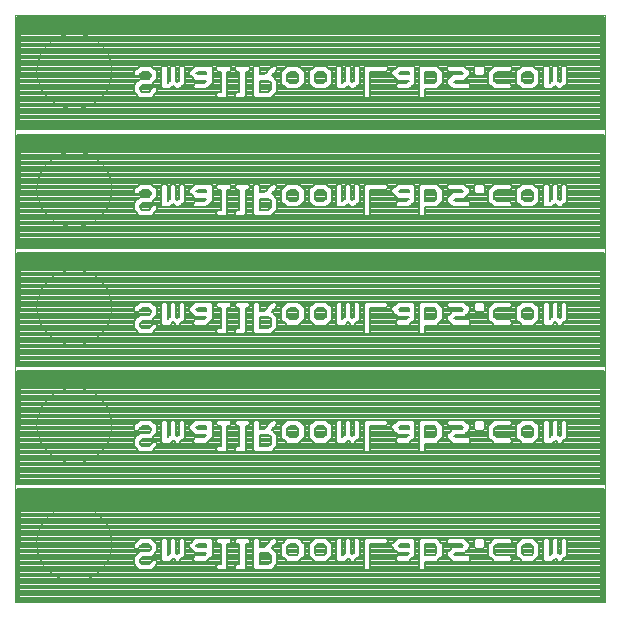
<source format=gbo>
G75*
G70*
%OFA0B0*%
%FSLAX24Y24*%
%IPPOS*%
%LPD*%
%AMOC8*
5,1,8,0,0,1.08239X$1,22.5*
%
%ADD10C,0.0000*%
%ADD11C,0.0080*%
%ADD12C,0.0160*%
%ADD13C,0.0560*%
D10*
X000131Y000131D02*
X000131Y019718D01*
X019816Y019718D01*
X019816Y000131D01*
X000131Y000131D01*
X000850Y002100D02*
X000852Y002170D01*
X000858Y002240D01*
X000868Y002309D01*
X000881Y002378D01*
X000899Y002446D01*
X000920Y002513D01*
X000945Y002578D01*
X000974Y002642D01*
X001006Y002705D01*
X001042Y002765D01*
X001081Y002823D01*
X001123Y002879D01*
X001168Y002933D01*
X001216Y002984D01*
X001267Y003032D01*
X001321Y003077D01*
X001377Y003119D01*
X001435Y003158D01*
X001495Y003194D01*
X001558Y003226D01*
X001622Y003255D01*
X001687Y003280D01*
X001754Y003301D01*
X001822Y003319D01*
X001891Y003332D01*
X001960Y003342D01*
X002030Y003348D01*
X002100Y003350D01*
X002170Y003348D01*
X002240Y003342D01*
X002309Y003332D01*
X002378Y003319D01*
X002446Y003301D01*
X002513Y003280D01*
X002578Y003255D01*
X002642Y003226D01*
X002705Y003194D01*
X002765Y003158D01*
X002823Y003119D01*
X002879Y003077D01*
X002933Y003032D01*
X002984Y002984D01*
X003032Y002933D01*
X003077Y002879D01*
X003119Y002823D01*
X003158Y002765D01*
X003194Y002705D01*
X003226Y002642D01*
X003255Y002578D01*
X003280Y002513D01*
X003301Y002446D01*
X003319Y002378D01*
X003332Y002309D01*
X003342Y002240D01*
X003348Y002170D01*
X003350Y002100D01*
X003348Y002030D01*
X003342Y001960D01*
X003332Y001891D01*
X003319Y001822D01*
X003301Y001754D01*
X003280Y001687D01*
X003255Y001622D01*
X003226Y001558D01*
X003194Y001495D01*
X003158Y001435D01*
X003119Y001377D01*
X003077Y001321D01*
X003032Y001267D01*
X002984Y001216D01*
X002933Y001168D01*
X002879Y001123D01*
X002823Y001081D01*
X002765Y001042D01*
X002705Y001006D01*
X002642Y000974D01*
X002578Y000945D01*
X002513Y000920D01*
X002446Y000899D01*
X002378Y000881D01*
X002309Y000868D01*
X002240Y000858D01*
X002170Y000852D01*
X002100Y000850D01*
X002030Y000852D01*
X001960Y000858D01*
X001891Y000868D01*
X001822Y000881D01*
X001754Y000899D01*
X001687Y000920D01*
X001622Y000945D01*
X001558Y000974D01*
X001495Y001006D01*
X001435Y001042D01*
X001377Y001081D01*
X001321Y001123D01*
X001267Y001168D01*
X001216Y001216D01*
X001168Y001267D01*
X001123Y001321D01*
X001081Y001377D01*
X001042Y001435D01*
X001006Y001495D01*
X000974Y001558D01*
X000945Y001622D01*
X000920Y001687D01*
X000899Y001754D01*
X000881Y001822D01*
X000868Y001891D01*
X000858Y001960D01*
X000852Y002030D01*
X000850Y002100D01*
X000850Y006037D02*
X000852Y006107D01*
X000858Y006177D01*
X000868Y006246D01*
X000881Y006315D01*
X000899Y006383D01*
X000920Y006450D01*
X000945Y006515D01*
X000974Y006579D01*
X001006Y006642D01*
X001042Y006702D01*
X001081Y006760D01*
X001123Y006816D01*
X001168Y006870D01*
X001216Y006921D01*
X001267Y006969D01*
X001321Y007014D01*
X001377Y007056D01*
X001435Y007095D01*
X001495Y007131D01*
X001558Y007163D01*
X001622Y007192D01*
X001687Y007217D01*
X001754Y007238D01*
X001822Y007256D01*
X001891Y007269D01*
X001960Y007279D01*
X002030Y007285D01*
X002100Y007287D01*
X002170Y007285D01*
X002240Y007279D01*
X002309Y007269D01*
X002378Y007256D01*
X002446Y007238D01*
X002513Y007217D01*
X002578Y007192D01*
X002642Y007163D01*
X002705Y007131D01*
X002765Y007095D01*
X002823Y007056D01*
X002879Y007014D01*
X002933Y006969D01*
X002984Y006921D01*
X003032Y006870D01*
X003077Y006816D01*
X003119Y006760D01*
X003158Y006702D01*
X003194Y006642D01*
X003226Y006579D01*
X003255Y006515D01*
X003280Y006450D01*
X003301Y006383D01*
X003319Y006315D01*
X003332Y006246D01*
X003342Y006177D01*
X003348Y006107D01*
X003350Y006037D01*
X003348Y005967D01*
X003342Y005897D01*
X003332Y005828D01*
X003319Y005759D01*
X003301Y005691D01*
X003280Y005624D01*
X003255Y005559D01*
X003226Y005495D01*
X003194Y005432D01*
X003158Y005372D01*
X003119Y005314D01*
X003077Y005258D01*
X003032Y005204D01*
X002984Y005153D01*
X002933Y005105D01*
X002879Y005060D01*
X002823Y005018D01*
X002765Y004979D01*
X002705Y004943D01*
X002642Y004911D01*
X002578Y004882D01*
X002513Y004857D01*
X002446Y004836D01*
X002378Y004818D01*
X002309Y004805D01*
X002240Y004795D01*
X002170Y004789D01*
X002100Y004787D01*
X002030Y004789D01*
X001960Y004795D01*
X001891Y004805D01*
X001822Y004818D01*
X001754Y004836D01*
X001687Y004857D01*
X001622Y004882D01*
X001558Y004911D01*
X001495Y004943D01*
X001435Y004979D01*
X001377Y005018D01*
X001321Y005060D01*
X001267Y005105D01*
X001216Y005153D01*
X001168Y005204D01*
X001123Y005258D01*
X001081Y005314D01*
X001042Y005372D01*
X001006Y005432D01*
X000974Y005495D01*
X000945Y005559D01*
X000920Y005624D01*
X000899Y005691D01*
X000881Y005759D01*
X000868Y005828D01*
X000858Y005897D01*
X000852Y005967D01*
X000850Y006037D01*
X000850Y009974D02*
X000852Y010044D01*
X000858Y010114D01*
X000868Y010183D01*
X000881Y010252D01*
X000899Y010320D01*
X000920Y010387D01*
X000945Y010452D01*
X000974Y010516D01*
X001006Y010579D01*
X001042Y010639D01*
X001081Y010697D01*
X001123Y010753D01*
X001168Y010807D01*
X001216Y010858D01*
X001267Y010906D01*
X001321Y010951D01*
X001377Y010993D01*
X001435Y011032D01*
X001495Y011068D01*
X001558Y011100D01*
X001622Y011129D01*
X001687Y011154D01*
X001754Y011175D01*
X001822Y011193D01*
X001891Y011206D01*
X001960Y011216D01*
X002030Y011222D01*
X002100Y011224D01*
X002170Y011222D01*
X002240Y011216D01*
X002309Y011206D01*
X002378Y011193D01*
X002446Y011175D01*
X002513Y011154D01*
X002578Y011129D01*
X002642Y011100D01*
X002705Y011068D01*
X002765Y011032D01*
X002823Y010993D01*
X002879Y010951D01*
X002933Y010906D01*
X002984Y010858D01*
X003032Y010807D01*
X003077Y010753D01*
X003119Y010697D01*
X003158Y010639D01*
X003194Y010579D01*
X003226Y010516D01*
X003255Y010452D01*
X003280Y010387D01*
X003301Y010320D01*
X003319Y010252D01*
X003332Y010183D01*
X003342Y010114D01*
X003348Y010044D01*
X003350Y009974D01*
X003348Y009904D01*
X003342Y009834D01*
X003332Y009765D01*
X003319Y009696D01*
X003301Y009628D01*
X003280Y009561D01*
X003255Y009496D01*
X003226Y009432D01*
X003194Y009369D01*
X003158Y009309D01*
X003119Y009251D01*
X003077Y009195D01*
X003032Y009141D01*
X002984Y009090D01*
X002933Y009042D01*
X002879Y008997D01*
X002823Y008955D01*
X002765Y008916D01*
X002705Y008880D01*
X002642Y008848D01*
X002578Y008819D01*
X002513Y008794D01*
X002446Y008773D01*
X002378Y008755D01*
X002309Y008742D01*
X002240Y008732D01*
X002170Y008726D01*
X002100Y008724D01*
X002030Y008726D01*
X001960Y008732D01*
X001891Y008742D01*
X001822Y008755D01*
X001754Y008773D01*
X001687Y008794D01*
X001622Y008819D01*
X001558Y008848D01*
X001495Y008880D01*
X001435Y008916D01*
X001377Y008955D01*
X001321Y008997D01*
X001267Y009042D01*
X001216Y009090D01*
X001168Y009141D01*
X001123Y009195D01*
X001081Y009251D01*
X001042Y009309D01*
X001006Y009369D01*
X000974Y009432D01*
X000945Y009496D01*
X000920Y009561D01*
X000899Y009628D01*
X000881Y009696D01*
X000868Y009765D01*
X000858Y009834D01*
X000852Y009904D01*
X000850Y009974D01*
X000850Y013911D02*
X000852Y013981D01*
X000858Y014051D01*
X000868Y014120D01*
X000881Y014189D01*
X000899Y014257D01*
X000920Y014324D01*
X000945Y014389D01*
X000974Y014453D01*
X001006Y014516D01*
X001042Y014576D01*
X001081Y014634D01*
X001123Y014690D01*
X001168Y014744D01*
X001216Y014795D01*
X001267Y014843D01*
X001321Y014888D01*
X001377Y014930D01*
X001435Y014969D01*
X001495Y015005D01*
X001558Y015037D01*
X001622Y015066D01*
X001687Y015091D01*
X001754Y015112D01*
X001822Y015130D01*
X001891Y015143D01*
X001960Y015153D01*
X002030Y015159D01*
X002100Y015161D01*
X002170Y015159D01*
X002240Y015153D01*
X002309Y015143D01*
X002378Y015130D01*
X002446Y015112D01*
X002513Y015091D01*
X002578Y015066D01*
X002642Y015037D01*
X002705Y015005D01*
X002765Y014969D01*
X002823Y014930D01*
X002879Y014888D01*
X002933Y014843D01*
X002984Y014795D01*
X003032Y014744D01*
X003077Y014690D01*
X003119Y014634D01*
X003158Y014576D01*
X003194Y014516D01*
X003226Y014453D01*
X003255Y014389D01*
X003280Y014324D01*
X003301Y014257D01*
X003319Y014189D01*
X003332Y014120D01*
X003342Y014051D01*
X003348Y013981D01*
X003350Y013911D01*
X003348Y013841D01*
X003342Y013771D01*
X003332Y013702D01*
X003319Y013633D01*
X003301Y013565D01*
X003280Y013498D01*
X003255Y013433D01*
X003226Y013369D01*
X003194Y013306D01*
X003158Y013246D01*
X003119Y013188D01*
X003077Y013132D01*
X003032Y013078D01*
X002984Y013027D01*
X002933Y012979D01*
X002879Y012934D01*
X002823Y012892D01*
X002765Y012853D01*
X002705Y012817D01*
X002642Y012785D01*
X002578Y012756D01*
X002513Y012731D01*
X002446Y012710D01*
X002378Y012692D01*
X002309Y012679D01*
X002240Y012669D01*
X002170Y012663D01*
X002100Y012661D01*
X002030Y012663D01*
X001960Y012669D01*
X001891Y012679D01*
X001822Y012692D01*
X001754Y012710D01*
X001687Y012731D01*
X001622Y012756D01*
X001558Y012785D01*
X001495Y012817D01*
X001435Y012853D01*
X001377Y012892D01*
X001321Y012934D01*
X001267Y012979D01*
X001216Y013027D01*
X001168Y013078D01*
X001123Y013132D01*
X001081Y013188D01*
X001042Y013246D01*
X001006Y013306D01*
X000974Y013369D01*
X000945Y013433D01*
X000920Y013498D01*
X000899Y013565D01*
X000881Y013633D01*
X000868Y013702D01*
X000858Y013771D01*
X000852Y013841D01*
X000850Y013911D01*
X000850Y017848D02*
X000852Y017918D01*
X000858Y017988D01*
X000868Y018057D01*
X000881Y018126D01*
X000899Y018194D01*
X000920Y018261D01*
X000945Y018326D01*
X000974Y018390D01*
X001006Y018453D01*
X001042Y018513D01*
X001081Y018571D01*
X001123Y018627D01*
X001168Y018681D01*
X001216Y018732D01*
X001267Y018780D01*
X001321Y018825D01*
X001377Y018867D01*
X001435Y018906D01*
X001495Y018942D01*
X001558Y018974D01*
X001622Y019003D01*
X001687Y019028D01*
X001754Y019049D01*
X001822Y019067D01*
X001891Y019080D01*
X001960Y019090D01*
X002030Y019096D01*
X002100Y019098D01*
X002170Y019096D01*
X002240Y019090D01*
X002309Y019080D01*
X002378Y019067D01*
X002446Y019049D01*
X002513Y019028D01*
X002578Y019003D01*
X002642Y018974D01*
X002705Y018942D01*
X002765Y018906D01*
X002823Y018867D01*
X002879Y018825D01*
X002933Y018780D01*
X002984Y018732D01*
X003032Y018681D01*
X003077Y018627D01*
X003119Y018571D01*
X003158Y018513D01*
X003194Y018453D01*
X003226Y018390D01*
X003255Y018326D01*
X003280Y018261D01*
X003301Y018194D01*
X003319Y018126D01*
X003332Y018057D01*
X003342Y017988D01*
X003348Y017918D01*
X003350Y017848D01*
X003348Y017778D01*
X003342Y017708D01*
X003332Y017639D01*
X003319Y017570D01*
X003301Y017502D01*
X003280Y017435D01*
X003255Y017370D01*
X003226Y017306D01*
X003194Y017243D01*
X003158Y017183D01*
X003119Y017125D01*
X003077Y017069D01*
X003032Y017015D01*
X002984Y016964D01*
X002933Y016916D01*
X002879Y016871D01*
X002823Y016829D01*
X002765Y016790D01*
X002705Y016754D01*
X002642Y016722D01*
X002578Y016693D01*
X002513Y016668D01*
X002446Y016647D01*
X002378Y016629D01*
X002309Y016616D01*
X002240Y016606D01*
X002170Y016600D01*
X002100Y016598D01*
X002030Y016600D01*
X001960Y016606D01*
X001891Y016616D01*
X001822Y016629D01*
X001754Y016647D01*
X001687Y016668D01*
X001622Y016693D01*
X001558Y016722D01*
X001495Y016754D01*
X001435Y016790D01*
X001377Y016829D01*
X001321Y016871D01*
X001267Y016916D01*
X001216Y016964D01*
X001168Y017015D01*
X001123Y017069D01*
X001081Y017125D01*
X001042Y017183D01*
X001006Y017243D01*
X000974Y017306D01*
X000945Y017370D01*
X000920Y017435D01*
X000899Y017502D01*
X000881Y017570D01*
X000868Y017639D01*
X000858Y017708D01*
X000852Y017778D01*
X000850Y017848D01*
D11*
X000271Y017869D02*
X000271Y017789D01*
X004091Y017789D01*
X004091Y017812D01*
X004148Y017869D01*
X000271Y017869D01*
X000271Y017949D01*
X004228Y017949D01*
X004298Y018019D01*
X004675Y018019D01*
X004745Y017949D01*
X005012Y017949D01*
X005012Y017958D01*
X005073Y018019D01*
X005160Y018019D01*
X005222Y017958D01*
X005222Y017949D01*
X005302Y017949D01*
X005302Y017958D01*
X005364Y018019D01*
X005450Y018019D01*
X005512Y017958D01*
X005512Y017949D01*
X005592Y017949D01*
X005592Y017958D01*
X005654Y018019D01*
X005741Y018019D01*
X005802Y017958D01*
X005802Y017949D01*
X006069Y017949D01*
X006139Y018019D01*
X006661Y018019D01*
X006723Y017958D01*
X006723Y017949D01*
X006853Y017949D01*
X006853Y017958D01*
X006915Y018019D01*
X007292Y018019D01*
X007353Y017958D01*
X007353Y017949D01*
X007467Y017949D01*
X007467Y017958D01*
X007529Y018019D01*
X007906Y018019D01*
X007967Y017958D01*
X007967Y017949D01*
X008081Y017949D01*
X008081Y017958D01*
X008142Y018019D01*
X008229Y018019D01*
X008291Y017958D01*
X008291Y017949D01*
X008653Y017949D01*
X008723Y018019D01*
X008810Y018019D01*
X008871Y017958D01*
X008871Y017949D01*
X009138Y017949D01*
X009208Y018019D01*
X009585Y018019D01*
X009655Y017949D01*
X010059Y017949D01*
X010129Y018019D01*
X010506Y018019D01*
X010576Y017949D01*
X010843Y017949D01*
X010843Y017958D01*
X010905Y018019D01*
X010992Y018019D01*
X011053Y017958D01*
X011053Y017949D01*
X011133Y017949D01*
X011133Y017958D01*
X011195Y018019D01*
X011282Y018019D01*
X011343Y017958D01*
X011343Y017949D01*
X011424Y017949D01*
X011424Y017958D01*
X011485Y018019D01*
X011572Y018019D01*
X011634Y017958D01*
X011634Y017949D01*
X011764Y017949D01*
X011764Y017958D01*
X011825Y018019D01*
X012493Y018019D01*
X012554Y017958D01*
X012554Y017949D01*
X012821Y017949D01*
X012891Y018019D01*
X013414Y018019D01*
X013475Y017958D01*
X013475Y017949D01*
X013605Y017949D01*
X013605Y017958D01*
X013667Y018019D01*
X014189Y018019D01*
X014259Y017949D01*
X014526Y017949D01*
X014526Y017958D01*
X014588Y018019D01*
X015110Y018019D01*
X015180Y017949D01*
X015447Y017949D01*
X015447Y017958D01*
X015508Y018019D01*
X015740Y018019D01*
X015802Y017958D01*
X015802Y017949D01*
X016044Y017949D01*
X016114Y018019D01*
X016636Y018019D01*
X016698Y017958D01*
X016698Y017949D01*
X016965Y017949D01*
X017035Y018019D01*
X017412Y018019D01*
X017482Y017949D01*
X017749Y017949D01*
X017749Y017958D01*
X017810Y018019D01*
X017897Y018019D01*
X017959Y017958D01*
X017959Y017949D01*
X018039Y017949D01*
X018039Y017958D01*
X018100Y018019D01*
X018187Y018019D01*
X018249Y017958D01*
X018249Y017949D01*
X018329Y017949D01*
X018329Y017958D01*
X018391Y018019D01*
X018478Y018019D01*
X018539Y017958D01*
X018539Y017949D01*
X019676Y017949D01*
X019676Y018029D01*
X000271Y018029D01*
X000271Y017949D01*
X000271Y018029D02*
X000271Y018109D01*
X019676Y018109D01*
X019676Y018189D01*
X000271Y018189D01*
X000271Y018109D01*
X000271Y018189D02*
X000271Y018269D01*
X019676Y018269D01*
X019676Y018349D01*
X000271Y018349D01*
X000271Y018269D01*
X000271Y018349D02*
X000271Y018429D01*
X019676Y018429D01*
X019676Y018509D01*
X000271Y018509D01*
X000271Y018429D01*
X000271Y018509D02*
X000271Y018589D01*
X019676Y018589D01*
X019676Y018669D01*
X000271Y018669D01*
X000271Y018589D01*
X000271Y018669D02*
X000271Y018749D01*
X019676Y018749D01*
X019676Y018829D01*
X000271Y018829D01*
X000271Y018749D01*
X000271Y018829D02*
X000271Y018909D01*
X019676Y018909D01*
X019676Y018989D01*
X000271Y018989D01*
X000271Y018909D01*
X000271Y018989D02*
X000271Y019069D01*
X019676Y019069D01*
X019676Y019089D01*
X000271Y019089D01*
X000271Y019069D01*
X000232Y019637D02*
X000232Y015980D01*
X000271Y015949D02*
X019676Y015949D01*
X019676Y016029D01*
X000271Y016029D01*
X000271Y015949D01*
X000271Y016029D02*
X000271Y016109D01*
X019676Y016109D01*
X019676Y016189D01*
X000271Y016189D01*
X000271Y016109D01*
X000271Y016189D02*
X000271Y016269D01*
X019676Y016269D01*
X019676Y016349D01*
X000271Y016349D01*
X000271Y016269D01*
X000271Y016349D02*
X000271Y016429D01*
X019676Y016429D01*
X019676Y016509D01*
X000271Y016509D01*
X000271Y016429D01*
X000271Y016509D02*
X000271Y016589D01*
X019676Y016589D01*
X019676Y016669D01*
X000271Y016669D01*
X000271Y016589D01*
X000271Y016669D02*
X000271Y016749D01*
X019676Y016749D01*
X019676Y016829D01*
X000271Y016829D01*
X000271Y016749D01*
X000271Y016829D02*
X000271Y016909D01*
X019676Y016909D01*
X019676Y016989D01*
X013805Y016989D01*
X013754Y016938D01*
X013667Y016938D01*
X013616Y016989D01*
X011963Y016989D01*
X011912Y016938D01*
X011825Y016938D01*
X011775Y016989D01*
X008715Y016989D01*
X008665Y016938D01*
X008142Y016938D01*
X008092Y016989D01*
X007811Y016989D01*
X007761Y016938D01*
X007529Y016938D01*
X007478Y016989D01*
X007198Y016989D01*
X007147Y016938D01*
X006915Y016938D01*
X006864Y016989D01*
X004726Y016989D01*
X004675Y016938D01*
X004298Y016938D01*
X004247Y016989D01*
X000271Y016989D01*
X000271Y016909D01*
X000271Y016989D02*
X000271Y017069D01*
X004167Y017069D01*
X004091Y017145D01*
X004091Y017149D01*
X000271Y017149D01*
X000271Y017069D01*
X000271Y017149D02*
X000271Y017229D01*
X004091Y017229D01*
X004091Y017309D01*
X000271Y017309D01*
X000271Y017229D01*
X000271Y017309D02*
X000271Y017389D01*
X004103Y017389D01*
X004183Y017469D01*
X000271Y017469D01*
X000271Y017389D01*
X000271Y017469D02*
X000271Y017549D01*
X004263Y017549D01*
X004298Y017584D01*
X004588Y017584D01*
X004633Y017629D01*
X000271Y017629D01*
X000271Y017549D01*
X000271Y017629D02*
X000271Y017709D01*
X004107Y017709D01*
X004091Y017725D01*
X004091Y017789D01*
X004107Y017709D02*
X004153Y017664D01*
X004239Y017664D01*
X004285Y017709D01*
X004671Y017709D01*
X004671Y017725D01*
X004608Y017789D01*
X004365Y017789D01*
X004285Y017709D01*
X004365Y017789D02*
X004385Y017809D01*
X004588Y017809D01*
X004608Y017789D01*
X004671Y017709D02*
X004671Y017667D01*
X004633Y017629D01*
X004770Y017469D02*
X005012Y017469D01*
X005012Y017549D01*
X004850Y017549D01*
X004770Y017469D01*
X004690Y017389D01*
X005012Y017389D01*
X005012Y017469D01*
X005012Y017389D02*
X005012Y017309D01*
X004320Y017309D01*
X004301Y017290D01*
X004301Y017232D01*
X004304Y017229D01*
X004669Y017229D01*
X004733Y017293D01*
X004820Y017293D01*
X004881Y017232D01*
X004881Y017229D01*
X005073Y017229D01*
X005012Y017290D01*
X005012Y017309D01*
X005073Y017229D02*
X005073Y017229D01*
X005305Y017229D01*
X005306Y017229D01*
X005508Y017229D01*
X005428Y017309D01*
X005386Y017309D01*
X005407Y017330D02*
X005306Y017229D01*
X005407Y017330D02*
X005428Y017309D01*
X005509Y017229D02*
X005508Y017229D01*
X005509Y017229D02*
X005596Y017229D01*
X006139Y017229D01*
X006078Y017290D01*
X006078Y017309D01*
X005676Y017309D01*
X005596Y017229D01*
X005596Y017229D01*
X005676Y017309D02*
X005756Y017389D01*
X006090Y017389D01*
X006139Y017439D01*
X006429Y017439D01*
X006460Y017469D01*
X005802Y017469D01*
X005802Y017435D01*
X005756Y017389D01*
X005802Y017469D02*
X005802Y017549D01*
X006109Y017549D01*
X006029Y017629D01*
X005802Y017629D01*
X005802Y017549D01*
X005802Y017629D02*
X005802Y017709D01*
X005949Y017709D01*
X005933Y017725D01*
X005933Y017789D01*
X005802Y017789D01*
X005802Y017709D01*
X005802Y017789D02*
X005802Y017869D01*
X005989Y017869D01*
X006069Y017949D01*
X005989Y017869D02*
X005933Y017812D01*
X005933Y017789D01*
X005949Y017709D02*
X006029Y017629D01*
X006109Y017549D02*
X006139Y017519D01*
X006510Y017519D01*
X006460Y017469D01*
X006597Y017309D02*
X006517Y017229D01*
X006998Y017229D01*
X006998Y017309D01*
X006597Y017309D01*
X006677Y017389D01*
X006998Y017389D01*
X006998Y017469D01*
X006723Y017469D01*
X006723Y017435D01*
X006677Y017389D01*
X006723Y017469D02*
X006723Y017549D01*
X006998Y017549D01*
X006998Y017629D01*
X006723Y017629D01*
X006723Y017549D01*
X006723Y017629D02*
X006723Y017709D01*
X006998Y017709D01*
X006998Y017789D01*
X006723Y017789D01*
X006723Y017709D01*
X006723Y017789D02*
X006723Y017869D01*
X006855Y017869D01*
X006853Y017871D01*
X006853Y017949D01*
X006855Y017869D02*
X006915Y017809D01*
X006998Y017809D01*
X006998Y017789D01*
X006998Y017709D02*
X006998Y017629D01*
X006998Y017549D02*
X006998Y017469D01*
X006998Y017389D02*
X006998Y017309D01*
X006998Y017229D02*
X006998Y017149D01*
X004881Y017149D01*
X004881Y017145D01*
X004806Y017069D01*
X006853Y017069D01*
X006853Y017087D01*
X006915Y017148D01*
X006998Y017148D01*
X006998Y017149D01*
X006853Y017069D02*
X006853Y017000D01*
X006864Y016989D01*
X007198Y016989D02*
X007208Y017000D01*
X007208Y017069D01*
X007467Y017069D01*
X007467Y017087D01*
X007529Y017148D01*
X007612Y017148D01*
X007612Y017149D01*
X007208Y017149D01*
X007208Y017069D01*
X007208Y017149D02*
X007208Y017229D01*
X007612Y017229D01*
X007612Y017309D01*
X007208Y017309D01*
X007208Y017229D01*
X007208Y017309D02*
X007208Y017389D01*
X007612Y017389D01*
X007612Y017469D01*
X007208Y017469D01*
X007208Y017389D01*
X007208Y017469D02*
X007208Y017549D01*
X007612Y017549D01*
X007612Y017629D01*
X007208Y017629D01*
X007208Y017549D01*
X007208Y017629D02*
X007208Y017709D01*
X007612Y017709D01*
X007612Y017789D01*
X007208Y017789D01*
X007208Y017709D01*
X007208Y017789D02*
X007208Y017809D01*
X007292Y017809D01*
X007352Y017869D01*
X007469Y017869D01*
X007467Y017871D01*
X007467Y017949D01*
X007469Y017869D02*
X007529Y017809D01*
X007612Y017809D01*
X007612Y017789D01*
X007612Y017709D02*
X007612Y017629D01*
X007612Y017549D02*
X007612Y017469D01*
X007612Y017389D02*
X007612Y017309D01*
X007612Y017229D02*
X007612Y017149D01*
X007467Y017069D02*
X007467Y017000D01*
X007478Y016989D01*
X007811Y016989D02*
X007822Y017000D01*
X007822Y017069D01*
X008081Y017069D01*
X008081Y017149D01*
X007822Y017149D01*
X007822Y017069D01*
X007822Y017149D02*
X007822Y017229D01*
X008081Y017229D01*
X008081Y017309D01*
X007822Y017309D01*
X007822Y017229D01*
X007822Y017309D02*
X007822Y017389D01*
X008081Y017389D01*
X008081Y017469D01*
X007822Y017469D01*
X007822Y017389D01*
X007822Y017469D02*
X007822Y017549D01*
X008081Y017549D01*
X008081Y017629D01*
X007822Y017629D01*
X007822Y017549D01*
X007822Y017629D02*
X007822Y017709D01*
X008081Y017709D01*
X008081Y017789D01*
X007822Y017789D01*
X007822Y017709D01*
X007822Y017789D02*
X007822Y017809D01*
X007906Y017809D01*
X007966Y017869D01*
X008081Y017869D01*
X008081Y017949D01*
X008081Y017869D02*
X008081Y017789D01*
X008081Y017709D02*
X008081Y017629D01*
X008081Y017549D02*
X008081Y017469D01*
X008081Y017389D02*
X008081Y017309D01*
X008081Y017229D02*
X008081Y017149D01*
X008081Y017069D02*
X008081Y017000D01*
X008092Y016989D01*
X008291Y017148D02*
X008291Y017149D01*
X008579Y017149D01*
X008659Y017229D01*
X008291Y017229D01*
X008291Y017149D01*
X008291Y017148D02*
X008578Y017148D01*
X008579Y017149D01*
X008659Y017229D02*
X008661Y017232D01*
X008661Y017309D01*
X008291Y017309D01*
X008291Y017229D01*
X008291Y017309D02*
X008291Y017389D01*
X008661Y017389D01*
X008661Y017435D01*
X008628Y017469D01*
X008291Y017469D01*
X008291Y017389D01*
X008291Y017469D02*
X008291Y017519D01*
X008578Y017519D01*
X008628Y017469D01*
X008661Y017389D02*
X008661Y017309D01*
X008871Y017309D02*
X008871Y017229D01*
X009208Y017229D01*
X009128Y017309D01*
X008871Y017309D01*
X008871Y017389D01*
X009048Y017389D01*
X009002Y017435D01*
X009002Y017469D01*
X008871Y017469D01*
X008871Y017389D01*
X008871Y017469D02*
X008871Y017522D01*
X008844Y017549D01*
X009002Y017549D01*
X009002Y017629D01*
X008764Y017629D01*
X008844Y017549D01*
X008764Y017629D02*
X008726Y017667D01*
X008697Y017696D01*
X008710Y017709D01*
X009002Y017709D01*
X009002Y017789D01*
X008790Y017789D01*
X008710Y017709D01*
X008790Y017789D02*
X008870Y017869D01*
X009058Y017869D01*
X009138Y017949D01*
X009058Y017869D02*
X009002Y017812D01*
X009002Y017789D01*
X009002Y017709D02*
X009002Y017629D01*
X009002Y017549D02*
X009002Y017469D01*
X009048Y017389D02*
X009128Y017309D01*
X009208Y017229D02*
X009208Y017229D01*
X009585Y017229D01*
X009586Y017229D01*
X010129Y017229D01*
X010129Y017229D01*
X010506Y017229D01*
X010507Y017229D01*
X010904Y017229D01*
X010843Y017290D01*
X010843Y017309D01*
X010587Y017309D01*
X010507Y017229D01*
X010587Y017309D02*
X010667Y017389D01*
X010843Y017389D01*
X010843Y017469D01*
X010713Y017469D01*
X010713Y017435D01*
X010667Y017389D01*
X010713Y017469D02*
X010713Y017549D01*
X010843Y017549D01*
X010843Y017629D01*
X010713Y017629D01*
X010713Y017549D01*
X010713Y017629D02*
X010713Y017709D01*
X010843Y017709D01*
X010843Y017789D01*
X010713Y017789D01*
X010713Y017709D01*
X010713Y017789D02*
X010713Y017812D01*
X010656Y017869D01*
X010843Y017869D01*
X010843Y017949D01*
X010843Y017869D02*
X010843Y017789D01*
X010843Y017709D02*
X010843Y017629D01*
X010843Y017549D02*
X010843Y017469D01*
X010843Y017389D02*
X010843Y017309D01*
X010904Y017229D02*
X010905Y017229D01*
X011137Y017229D01*
X011340Y017229D01*
X011340Y017229D01*
X011427Y017229D01*
X011764Y017229D01*
X011764Y017309D01*
X011507Y017309D01*
X011427Y017229D01*
X011427Y017229D01*
X011340Y017229D02*
X011260Y017309D01*
X011217Y017309D01*
X011238Y017330D02*
X011137Y017229D01*
X011137Y017229D01*
X011238Y017330D02*
X011260Y017309D01*
X011383Y017482D02*
X011343Y017522D01*
X011343Y017549D01*
X011424Y017549D01*
X011424Y017629D01*
X011343Y017629D01*
X011343Y017549D01*
X011383Y017482D02*
X011424Y017522D01*
X011424Y017549D01*
X011424Y017629D02*
X011424Y017709D01*
X011343Y017709D01*
X011343Y017629D01*
X011343Y017709D02*
X011343Y017789D01*
X011424Y017789D01*
X011424Y017869D01*
X011343Y017869D01*
X011343Y017789D01*
X011343Y017869D02*
X011343Y017949D01*
X011424Y017949D02*
X011424Y017869D01*
X011424Y017789D02*
X011424Y017709D01*
X011634Y017709D02*
X011634Y017629D01*
X011764Y017629D01*
X011764Y017709D01*
X011634Y017709D01*
X011634Y017789D01*
X011764Y017789D01*
X011764Y017869D01*
X011634Y017869D01*
X011634Y017789D01*
X011634Y017869D02*
X011634Y017949D01*
X011764Y017949D02*
X011764Y017869D01*
X011764Y017789D02*
X011764Y017709D01*
X011764Y017629D02*
X011764Y017549D01*
X011634Y017549D01*
X011634Y017469D01*
X011764Y017469D01*
X011764Y017549D01*
X011764Y017469D02*
X011764Y017389D01*
X011587Y017389D01*
X011507Y017309D01*
X011587Y017389D02*
X011634Y017435D01*
X011634Y017469D01*
X011634Y017549D02*
X011634Y017629D01*
X011764Y017389D02*
X011764Y017309D01*
X011764Y017229D02*
X011764Y017149D01*
X008871Y017149D01*
X008871Y017145D01*
X008810Y017084D01*
X008795Y017069D01*
X011764Y017069D01*
X011764Y017149D01*
X011764Y017069D02*
X011764Y017000D01*
X011775Y016989D01*
X011963Y016989D02*
X011974Y017000D01*
X011974Y017069D01*
X013605Y017069D01*
X013605Y017149D01*
X011974Y017149D01*
X011974Y017069D01*
X011974Y017149D02*
X011974Y017229D01*
X012891Y017229D01*
X012830Y017290D01*
X012830Y017309D01*
X011974Y017309D01*
X011974Y017229D01*
X011974Y017309D02*
X011974Y017389D01*
X012842Y017389D01*
X012891Y017439D01*
X013181Y017439D01*
X013212Y017469D01*
X011974Y017469D01*
X011974Y017389D01*
X011974Y017469D02*
X011974Y017549D01*
X012861Y017549D01*
X012781Y017629D01*
X011974Y017629D01*
X011974Y017549D01*
X011974Y017629D02*
X011974Y017709D01*
X012701Y017709D01*
X012685Y017725D01*
X012685Y017789D01*
X011974Y017789D01*
X011974Y017709D01*
X011974Y017789D02*
X011974Y017809D01*
X012493Y017809D01*
X012553Y017869D01*
X012741Y017869D01*
X012821Y017949D01*
X012741Y017869D02*
X012685Y017812D01*
X012685Y017789D01*
X012701Y017709D02*
X012781Y017629D01*
X012861Y017549D02*
X012891Y017519D01*
X013262Y017519D01*
X013212Y017469D01*
X013349Y017309D02*
X013605Y017309D01*
X013605Y017389D01*
X013429Y017389D01*
X013349Y017309D01*
X013269Y017229D01*
X013605Y017229D01*
X013605Y017309D01*
X013605Y017229D02*
X013605Y017149D01*
X013605Y017069D02*
X013605Y017000D01*
X013616Y016989D01*
X013805Y016989D02*
X013815Y017000D01*
X013815Y017069D01*
X019676Y017069D01*
X019676Y017149D01*
X013815Y017149D01*
X013815Y017069D01*
X013815Y017149D02*
X013815Y017229D01*
X014189Y017229D01*
X014190Y017229D01*
X014732Y017229D01*
X014652Y017309D01*
X014270Y017309D01*
X014190Y017229D01*
X014270Y017309D02*
X014350Y017389D01*
X014572Y017389D01*
X014526Y017435D01*
X014526Y017469D01*
X014396Y017469D01*
X014396Y017435D01*
X014350Y017389D01*
X014396Y017469D02*
X014396Y017549D01*
X014553Y017549D01*
X014633Y017629D01*
X014396Y017629D01*
X014396Y017549D01*
X014396Y017629D02*
X014396Y017709D01*
X014713Y017709D01*
X014733Y017729D01*
X015023Y017729D01*
X015063Y017769D01*
X015043Y017789D01*
X014396Y017789D01*
X014396Y017709D01*
X014396Y017789D02*
X014396Y017812D01*
X014339Y017869D01*
X014528Y017869D01*
X014526Y017871D01*
X014526Y017949D01*
X014528Y017869D02*
X014588Y017809D01*
X015023Y017809D01*
X015043Y017789D01*
X015180Y017949D02*
X015260Y017869D01*
X015447Y017869D01*
X015447Y017949D01*
X015447Y017869D02*
X015447Y017789D01*
X015317Y017789D01*
X015317Y017725D01*
X015300Y017709D01*
X015463Y017709D01*
X015447Y017725D01*
X015447Y017789D01*
X015463Y017709D02*
X015508Y017664D01*
X015740Y017664D01*
X015786Y017709D01*
X015907Y017709D01*
X015907Y017789D01*
X015802Y017789D01*
X015802Y017725D01*
X015786Y017709D01*
X015802Y017789D02*
X015802Y017869D01*
X015964Y017869D01*
X016044Y017949D01*
X015964Y017869D02*
X015907Y017812D01*
X015907Y017789D01*
X015907Y017709D02*
X015907Y017629D01*
X015220Y017629D01*
X015140Y017549D01*
X015907Y017549D01*
X015907Y017629D01*
X015907Y017549D02*
X015907Y017469D01*
X014789Y017469D01*
X014820Y017439D01*
X015255Y017439D01*
X015305Y017389D01*
X015953Y017389D01*
X015907Y017435D01*
X015907Y017469D01*
X015953Y017389D02*
X016033Y017309D01*
X015317Y017309D01*
X015317Y017290D01*
X015256Y017229D01*
X016113Y017229D01*
X016033Y017309D01*
X016114Y017229D02*
X016113Y017229D01*
X016114Y017229D02*
X016636Y017229D01*
X016637Y017229D01*
X017034Y017229D01*
X016954Y017309D01*
X016698Y017309D01*
X016698Y017290D01*
X016637Y017229D01*
X016698Y017309D02*
X016698Y017377D01*
X016686Y017389D01*
X016874Y017389D01*
X016828Y017435D01*
X016828Y017469D01*
X016170Y017469D01*
X016201Y017439D01*
X016636Y017439D01*
X016686Y017389D01*
X016828Y017469D02*
X016828Y017549D01*
X016117Y017549D01*
X016117Y017522D01*
X016170Y017469D01*
X016117Y017549D02*
X016117Y017629D01*
X016828Y017629D01*
X016828Y017709D01*
X016117Y017709D01*
X016117Y017629D01*
X016117Y017709D02*
X016117Y017725D01*
X016181Y017789D01*
X016828Y017789D01*
X016828Y017812D01*
X016885Y017869D01*
X016696Y017869D01*
X016636Y017809D01*
X016201Y017809D01*
X016181Y017789D01*
X015802Y017869D02*
X015802Y017949D01*
X015317Y017812D02*
X015317Y017789D01*
X015317Y017812D02*
X015260Y017869D01*
X015300Y017709D02*
X015220Y017629D01*
X015140Y017549D02*
X015110Y017519D01*
X014820Y017519D01*
X014780Y017479D01*
X014789Y017469D01*
X014652Y017309D02*
X014572Y017389D01*
X014526Y017469D02*
X014526Y017522D01*
X014553Y017549D01*
X014633Y017629D02*
X014713Y017709D01*
X014339Y017869D02*
X014259Y017949D01*
X014102Y017809D02*
X013815Y017809D01*
X013815Y017789D01*
X014122Y017789D01*
X014102Y017809D01*
X014122Y017789D02*
X014186Y017725D01*
X014186Y017709D01*
X013815Y017709D01*
X013815Y017629D01*
X014186Y017629D01*
X014186Y017709D01*
X014186Y017629D02*
X014186Y017549D01*
X013815Y017549D01*
X013815Y017469D01*
X014133Y017469D01*
X014186Y017522D01*
X014186Y017549D01*
X014133Y017469D02*
X014102Y017439D01*
X013815Y017439D01*
X013815Y017469D01*
X013815Y017549D02*
X013815Y017629D01*
X013815Y017709D02*
X013815Y017789D01*
X013605Y017789D02*
X013605Y017869D01*
X013475Y017869D01*
X013475Y017789D01*
X013605Y017789D01*
X013605Y017709D01*
X013475Y017709D01*
X013475Y017629D01*
X013605Y017629D01*
X013605Y017709D01*
X013605Y017629D02*
X013605Y017549D01*
X013475Y017549D01*
X013475Y017469D01*
X013605Y017469D01*
X013605Y017549D01*
X013605Y017469D02*
X013605Y017389D01*
X013475Y017435D02*
X013429Y017389D01*
X013475Y017435D02*
X013475Y017469D01*
X013475Y017549D02*
X013475Y017629D01*
X013475Y017709D02*
X013475Y017789D01*
X013475Y017869D02*
X013475Y017949D01*
X013605Y017949D02*
X013605Y017869D01*
X013265Y017809D02*
X013265Y017789D01*
X012958Y017789D01*
X012938Y017769D01*
X012978Y017729D01*
X013265Y017729D01*
X013265Y017789D01*
X013265Y017809D02*
X012978Y017809D01*
X012958Y017789D01*
X012554Y017871D02*
X012553Y017869D01*
X012554Y017871D02*
X012554Y017949D01*
X012842Y017389D02*
X012830Y017377D01*
X012830Y017309D01*
X012891Y017229D02*
X012891Y017229D01*
X013268Y017229D01*
X013269Y017229D01*
X014732Y017229D02*
X014733Y017229D01*
X015255Y017229D01*
X015256Y017229D01*
X015317Y017309D02*
X015317Y017377D01*
X015305Y017389D01*
X016696Y017869D02*
X016698Y017871D01*
X016698Y017949D01*
X016885Y017869D02*
X016965Y017949D01*
X017122Y017809D02*
X017102Y017789D01*
X017345Y017789D01*
X017325Y017809D01*
X017122Y017809D01*
X017102Y017789D02*
X017038Y017725D01*
X017038Y017709D01*
X017408Y017709D01*
X017408Y017725D01*
X017345Y017789D01*
X017408Y017709D02*
X017408Y017629D01*
X017038Y017629D01*
X017038Y017549D01*
X017408Y017549D01*
X017408Y017629D01*
X017408Y017549D02*
X017408Y017522D01*
X017355Y017469D01*
X017091Y017469D01*
X017122Y017439D01*
X017325Y017439D01*
X017355Y017469D01*
X017492Y017309D02*
X017412Y017229D01*
X017810Y017229D01*
X017749Y017290D01*
X017749Y017309D01*
X017492Y017309D01*
X017572Y017389D01*
X017749Y017389D01*
X017749Y017469D01*
X017618Y017469D01*
X017618Y017435D01*
X017572Y017389D01*
X017618Y017469D02*
X017618Y017549D01*
X017749Y017549D01*
X017749Y017629D01*
X017618Y017629D01*
X017618Y017549D01*
X017618Y017629D02*
X017618Y017709D01*
X017749Y017709D01*
X017749Y017789D01*
X017618Y017789D01*
X017618Y017709D01*
X017618Y017789D02*
X017618Y017812D01*
X017562Y017869D01*
X017749Y017869D01*
X017749Y017949D01*
X017749Y017869D02*
X017749Y017789D01*
X017749Y017709D02*
X017749Y017629D01*
X017749Y017549D02*
X017749Y017469D01*
X017749Y017389D02*
X017749Y017309D01*
X017810Y017229D02*
X017810Y017229D01*
X018042Y017229D01*
X018043Y017229D01*
X018245Y017229D01*
X018165Y017309D01*
X018123Y017309D01*
X018144Y017330D02*
X018043Y017229D01*
X018144Y017330D02*
X018165Y017309D01*
X018246Y017229D02*
X018245Y017229D01*
X018246Y017229D02*
X018333Y017229D01*
X019676Y017229D01*
X019676Y017309D01*
X018413Y017309D01*
X018394Y017290D01*
X018333Y017229D01*
X018333Y017229D01*
X018394Y017290D02*
X018394Y017290D01*
X018413Y017309D02*
X018478Y017374D01*
X018478Y017374D01*
X018493Y017389D01*
X019676Y017389D01*
X019676Y017469D01*
X018539Y017469D01*
X018539Y017435D01*
X018493Y017389D01*
X018539Y017469D02*
X018539Y017549D01*
X019676Y017549D01*
X019676Y017629D01*
X018539Y017629D01*
X018539Y017549D01*
X018539Y017629D02*
X018539Y017709D01*
X019676Y017709D01*
X019676Y017789D01*
X018539Y017789D01*
X018539Y017709D01*
X018539Y017789D02*
X018539Y017869D01*
X019676Y017869D01*
X019676Y017949D01*
X019676Y017869D02*
X019676Y017789D01*
X019676Y017709D02*
X019676Y017629D01*
X019676Y017549D02*
X019676Y017469D01*
X019676Y017389D02*
X019676Y017309D01*
X019676Y017229D02*
X019676Y017149D01*
X019676Y017069D02*
X019676Y016989D01*
X019676Y016909D02*
X019676Y016829D01*
X019676Y016749D02*
X019676Y016669D01*
X019676Y016589D02*
X019676Y016509D01*
X019676Y016429D02*
X019676Y016349D01*
X019676Y016269D02*
X019676Y016189D01*
X019676Y016109D02*
X019676Y016029D01*
X019637Y016000D02*
X019637Y015980D01*
X019676Y015152D02*
X000271Y015152D01*
X000271Y015132D01*
X019676Y015132D01*
X019676Y015152D01*
X019676Y015132D02*
X019676Y015052D01*
X000271Y015052D01*
X000271Y014972D01*
X019676Y014972D01*
X019676Y015052D01*
X019676Y014972D02*
X019676Y014892D01*
X000271Y014892D01*
X000271Y014812D01*
X019676Y014812D01*
X019676Y014892D01*
X019676Y014812D02*
X019676Y014732D01*
X000271Y014732D01*
X000271Y014652D01*
X019676Y014652D01*
X019676Y014732D01*
X019676Y014652D02*
X019676Y014572D01*
X000271Y014572D01*
X000271Y014492D01*
X019676Y014492D01*
X019676Y014572D01*
X019676Y014492D02*
X019676Y014412D01*
X000271Y014412D01*
X000271Y014332D01*
X019676Y014332D01*
X019676Y014412D01*
X019676Y014332D02*
X019676Y014252D01*
X000271Y014252D01*
X000271Y014172D01*
X019676Y014172D01*
X019676Y014252D01*
X019676Y014172D02*
X019676Y014092D01*
X000271Y014092D01*
X000271Y014012D01*
X004228Y014012D01*
X004298Y014082D01*
X004675Y014082D01*
X004745Y014012D01*
X005012Y014012D01*
X005012Y014021D01*
X005073Y014082D01*
X005160Y014082D01*
X005222Y014021D01*
X005222Y014012D01*
X005302Y014012D01*
X005302Y014021D01*
X005364Y014082D01*
X005450Y014082D01*
X005512Y014021D01*
X005512Y014012D01*
X005592Y014012D01*
X005592Y014021D01*
X005654Y014082D01*
X005741Y014082D01*
X005802Y014021D01*
X005802Y014012D01*
X006069Y014012D01*
X006139Y014082D01*
X006661Y014082D01*
X006723Y014021D01*
X006723Y014012D01*
X006853Y014012D01*
X006853Y014021D01*
X006915Y014082D01*
X007292Y014082D01*
X007353Y014021D01*
X007353Y014012D01*
X007467Y014012D01*
X007467Y014021D01*
X007529Y014082D01*
X007906Y014082D01*
X007967Y014021D01*
X007967Y014012D01*
X008081Y014012D01*
X008081Y014021D01*
X008142Y014082D01*
X008229Y014082D01*
X008291Y014021D01*
X008291Y014012D01*
X008653Y014012D01*
X008723Y014082D01*
X008810Y014082D01*
X008871Y014021D01*
X008871Y014012D01*
X009138Y014012D01*
X009208Y014082D01*
X009585Y014082D01*
X009655Y014012D01*
X010059Y014012D01*
X010129Y014082D01*
X010506Y014082D01*
X010576Y014012D01*
X010843Y014012D01*
X010843Y014021D01*
X010905Y014082D01*
X010992Y014082D01*
X011053Y014021D01*
X011053Y014012D01*
X011133Y014012D01*
X011133Y014021D01*
X011195Y014082D01*
X011282Y014082D01*
X011343Y014021D01*
X011343Y014012D01*
X011424Y014012D01*
X011424Y014021D01*
X011485Y014082D01*
X011572Y014082D01*
X011634Y014021D01*
X011634Y014012D01*
X011764Y014012D01*
X011764Y014021D01*
X011825Y014082D01*
X012493Y014082D01*
X012554Y014021D01*
X012554Y014012D01*
X012821Y014012D01*
X012891Y014082D01*
X013414Y014082D01*
X013475Y014021D01*
X013475Y014012D01*
X013605Y014012D01*
X013605Y014021D01*
X013667Y014082D01*
X014189Y014082D01*
X014259Y014012D01*
X014526Y014012D01*
X014526Y014021D01*
X014588Y014082D01*
X015110Y014082D01*
X015180Y014012D01*
X015447Y014012D01*
X015447Y014021D01*
X015508Y014082D01*
X015740Y014082D01*
X015802Y014021D01*
X015802Y014012D01*
X016044Y014012D01*
X016114Y014082D01*
X016636Y014082D01*
X016698Y014021D01*
X016698Y014012D01*
X016965Y014012D01*
X017035Y014082D01*
X017412Y014082D01*
X017482Y014012D01*
X017749Y014012D01*
X017749Y014021D01*
X017810Y014082D01*
X017897Y014082D01*
X017959Y014021D01*
X017959Y014012D01*
X018039Y014012D01*
X018039Y014021D01*
X018100Y014082D01*
X018187Y014082D01*
X018249Y014021D01*
X018249Y014012D01*
X018329Y014012D01*
X018329Y014021D01*
X018391Y014082D01*
X018478Y014082D01*
X018539Y014021D01*
X018539Y014012D01*
X019676Y014012D01*
X019676Y014092D01*
X019676Y014012D02*
X019676Y013932D01*
X018539Y013932D01*
X018539Y013852D01*
X019676Y013852D01*
X019676Y013932D01*
X019676Y013852D02*
X019676Y013772D01*
X018539Y013772D01*
X018539Y013692D01*
X019676Y013692D01*
X019676Y013772D01*
X019676Y013692D02*
X019676Y013612D01*
X018539Y013612D01*
X018539Y013532D01*
X019676Y013532D01*
X019676Y013612D01*
X019676Y013532D02*
X019676Y013452D01*
X018493Y013452D01*
X018478Y013437D01*
X018478Y013437D01*
X018413Y013372D01*
X019676Y013372D01*
X019676Y013452D01*
X019676Y013372D02*
X019676Y013292D01*
X018333Y013292D01*
X018333Y013292D01*
X018394Y013353D01*
X018394Y013353D01*
X018413Y013372D01*
X018493Y013452D02*
X018539Y013498D01*
X018539Y013532D01*
X018539Y013612D02*
X018539Y013692D01*
X018539Y013772D02*
X018539Y013852D01*
X018539Y013932D02*
X018539Y014012D01*
X018329Y014012D02*
X018329Y013932D01*
X018249Y013932D01*
X018249Y013852D01*
X018329Y013852D01*
X018329Y013932D01*
X018329Y013852D02*
X018329Y013772D01*
X018249Y013772D01*
X018249Y013692D01*
X018329Y013692D01*
X018329Y013772D01*
X018329Y013692D02*
X018329Y013612D01*
X018249Y013612D01*
X018249Y013585D01*
X018289Y013545D01*
X018329Y013585D01*
X018329Y013612D01*
X018249Y013612D02*
X018249Y013692D01*
X018249Y013772D02*
X018249Y013852D01*
X018249Y013932D02*
X018249Y014012D01*
X018039Y014012D02*
X018039Y013932D01*
X017959Y013932D01*
X017959Y013852D01*
X018039Y013852D01*
X018039Y013932D01*
X018039Y013852D02*
X018039Y013772D01*
X017959Y013772D01*
X017959Y013692D01*
X018039Y013692D01*
X018039Y013772D01*
X018039Y013692D02*
X018039Y013612D01*
X017959Y013612D01*
X017959Y013532D01*
X017986Y013532D01*
X018039Y013585D01*
X018039Y013612D01*
X017959Y013612D02*
X017959Y013692D01*
X017959Y013772D02*
X017959Y013852D01*
X017959Y013932D02*
X017959Y014012D01*
X017749Y014012D02*
X017749Y013932D01*
X017562Y013932D01*
X017618Y013875D01*
X017618Y013852D01*
X017749Y013852D01*
X017749Y013932D01*
X017749Y013852D02*
X017749Y013772D01*
X017618Y013772D01*
X017618Y013692D01*
X017749Y013692D01*
X017749Y013772D01*
X017749Y013692D02*
X017749Y013612D01*
X017618Y013612D01*
X017618Y013532D01*
X017749Y013532D01*
X017749Y013612D01*
X017749Y013532D02*
X017749Y013452D01*
X017572Y013452D01*
X017492Y013372D01*
X017749Y013372D01*
X017749Y013452D01*
X017749Y013372D02*
X017749Y013353D01*
X017810Y013292D01*
X017412Y013292D01*
X017412Y013292D01*
X017492Y013372D01*
X017572Y013452D02*
X017618Y013498D01*
X017618Y013532D01*
X017618Y013612D02*
X017618Y013692D01*
X017618Y013772D02*
X017618Y013852D01*
X017562Y013932D02*
X017482Y014012D01*
X017325Y013872D02*
X017122Y013872D01*
X017102Y013852D01*
X017345Y013852D01*
X017325Y013872D01*
X017345Y013852D02*
X017408Y013788D01*
X017408Y013772D01*
X017038Y013772D01*
X017038Y013692D01*
X017408Y013692D01*
X017408Y013772D01*
X017408Y013692D02*
X017408Y013612D01*
X017038Y013612D01*
X017038Y013585D01*
X017091Y013532D01*
X017355Y013532D01*
X017408Y013585D01*
X017408Y013612D01*
X017355Y013532D02*
X017325Y013502D01*
X017122Y013502D01*
X017091Y013532D01*
X017038Y013612D02*
X017038Y013692D01*
X017038Y013772D02*
X017038Y013788D01*
X017102Y013852D01*
X016965Y014012D02*
X016885Y013932D01*
X016696Y013932D01*
X016636Y013872D01*
X016201Y013872D01*
X016181Y013852D01*
X016828Y013852D01*
X016828Y013875D01*
X016885Y013932D01*
X016828Y013852D02*
X016828Y013772D01*
X016117Y013772D01*
X016117Y013692D01*
X016828Y013692D01*
X016828Y013772D01*
X016828Y013692D02*
X016828Y013612D01*
X016117Y013612D01*
X016117Y013585D01*
X016170Y013532D01*
X016828Y013532D01*
X016828Y013612D01*
X016828Y013532D02*
X016828Y013498D01*
X016874Y013452D01*
X016686Y013452D01*
X016698Y013440D01*
X016698Y013372D01*
X016954Y013372D01*
X016874Y013452D01*
X016954Y013372D02*
X017034Y013292D01*
X016637Y013292D01*
X016636Y013292D01*
X016114Y013292D01*
X016113Y013292D01*
X015256Y013292D01*
X015255Y013292D01*
X014733Y013292D01*
X014732Y013292D01*
X014190Y013292D01*
X014189Y013292D01*
X013815Y013292D01*
X013815Y013212D01*
X019676Y013212D01*
X019676Y013292D01*
X019676Y013212D02*
X019676Y013132D01*
X013815Y013132D01*
X013815Y013063D01*
X013805Y013052D01*
X019676Y013052D01*
X019676Y013132D01*
X019676Y013052D02*
X019676Y012972D01*
X000271Y012972D01*
X000271Y012892D01*
X019676Y012892D01*
X019676Y012972D01*
X019676Y012892D02*
X019676Y012812D01*
X000271Y012812D01*
X000271Y012732D01*
X019676Y012732D01*
X019676Y012812D01*
X019676Y012732D02*
X019676Y012652D01*
X000271Y012652D01*
X000271Y012572D01*
X019676Y012572D01*
X019676Y012652D01*
X019676Y012572D02*
X019676Y012492D01*
X000271Y012492D01*
X000271Y012412D01*
X019676Y012412D01*
X019676Y012492D01*
X019676Y012412D02*
X019676Y012332D01*
X000271Y012332D01*
X000271Y012252D01*
X019676Y012252D01*
X019676Y012332D01*
X019676Y012252D02*
X019676Y012172D01*
X000271Y012172D01*
X000271Y012092D01*
X019676Y012092D01*
X019676Y012172D01*
X019676Y012092D02*
X019676Y012012D01*
X000271Y012012D01*
X000271Y012092D01*
X000232Y012043D02*
X000232Y015700D01*
X000271Y015132D02*
X000271Y015052D01*
X000271Y014972D02*
X000271Y014892D01*
X000271Y014812D02*
X000271Y014732D01*
X000271Y014652D02*
X000271Y014572D01*
X000271Y014492D02*
X000271Y014412D01*
X000271Y014332D02*
X000271Y014252D01*
X000271Y014172D02*
X000271Y014092D01*
X000271Y014012D02*
X000271Y013932D01*
X004148Y013932D01*
X004228Y014012D01*
X004148Y013932D02*
X004091Y013875D01*
X004091Y013852D01*
X000271Y013852D01*
X000271Y013772D01*
X004107Y013772D01*
X004091Y013788D01*
X004091Y013852D01*
X004107Y013772D02*
X004153Y013727D01*
X004239Y013727D01*
X004285Y013772D01*
X004671Y013772D01*
X004671Y013788D01*
X004608Y013852D01*
X004365Y013852D01*
X004285Y013772D01*
X004365Y013852D02*
X004385Y013872D01*
X004588Y013872D01*
X004608Y013852D01*
X004671Y013772D02*
X004671Y013730D01*
X004633Y013692D01*
X000271Y013692D01*
X000271Y013612D01*
X004263Y013612D01*
X004298Y013647D01*
X004588Y013647D01*
X004633Y013692D01*
X004770Y013532D02*
X005012Y013532D01*
X005012Y013612D01*
X004850Y013612D01*
X004770Y013532D01*
X004690Y013452D01*
X005012Y013452D01*
X005012Y013532D01*
X005012Y013452D02*
X005012Y013372D01*
X004320Y013372D01*
X004301Y013353D01*
X004301Y013295D01*
X004304Y013292D01*
X004669Y013292D01*
X004733Y013356D01*
X004820Y013356D01*
X004881Y013295D01*
X004881Y013292D01*
X005073Y013292D01*
X005012Y013353D01*
X005012Y013372D01*
X005073Y013292D02*
X005073Y013292D01*
X005305Y013292D01*
X005306Y013292D01*
X005508Y013292D01*
X005428Y013372D01*
X005386Y013372D01*
X005407Y013393D02*
X005306Y013292D01*
X005407Y013393D02*
X005428Y013372D01*
X005509Y013292D02*
X005508Y013292D01*
X005509Y013292D02*
X005596Y013292D01*
X006139Y013292D01*
X006078Y013353D01*
X006078Y013372D01*
X005676Y013372D01*
X005596Y013292D01*
X005596Y013292D01*
X005676Y013372D02*
X005756Y013452D01*
X006090Y013452D01*
X006139Y013502D01*
X006429Y013502D01*
X006460Y013532D01*
X005802Y013532D01*
X005802Y013498D01*
X005756Y013452D01*
X005802Y013532D02*
X005802Y013612D01*
X006109Y013612D01*
X006029Y013692D01*
X005802Y013692D01*
X005802Y013612D01*
X005802Y013692D02*
X005802Y013772D01*
X005949Y013772D01*
X005933Y013788D01*
X005933Y013852D01*
X005802Y013852D01*
X005802Y013772D01*
X005802Y013852D02*
X005802Y013932D01*
X005989Y013932D01*
X006069Y014012D01*
X005989Y013932D02*
X005933Y013875D01*
X005933Y013852D01*
X005949Y013772D02*
X006029Y013692D01*
X006109Y013612D02*
X006139Y013582D01*
X006510Y013582D01*
X006460Y013532D01*
X006597Y013372D02*
X006998Y013372D01*
X006998Y013452D01*
X006677Y013452D01*
X006597Y013372D01*
X006517Y013292D01*
X006998Y013292D01*
X006998Y013372D01*
X006998Y013292D02*
X006998Y013212D01*
X004881Y013212D01*
X004881Y013208D01*
X004806Y013132D01*
X006853Y013132D01*
X006853Y013150D01*
X006915Y013211D01*
X006998Y013211D01*
X006998Y013212D01*
X006853Y013132D02*
X006853Y013063D01*
X006864Y013052D01*
X004726Y013052D01*
X004675Y013001D01*
X004298Y013001D01*
X004247Y013052D01*
X000271Y013052D01*
X000271Y012972D01*
X000271Y012892D02*
X000271Y012812D01*
X000271Y012732D02*
X000271Y012652D01*
X000271Y012572D02*
X000271Y012492D01*
X000271Y012412D02*
X000271Y012332D01*
X000271Y012252D02*
X000271Y012172D01*
X000232Y011763D02*
X000232Y008106D01*
X000271Y008075D02*
X019676Y008075D01*
X019676Y008155D01*
X000271Y008155D01*
X000271Y008075D01*
X000271Y008155D02*
X000271Y008235D01*
X019676Y008235D01*
X019676Y008315D01*
X000271Y008315D01*
X000271Y008235D01*
X000271Y008315D02*
X000271Y008395D01*
X019676Y008395D01*
X019676Y008475D01*
X000271Y008475D01*
X000271Y008395D01*
X000271Y008475D02*
X000271Y008555D01*
X019676Y008555D01*
X019676Y008635D01*
X000271Y008635D01*
X000271Y008555D01*
X000271Y008635D02*
X000271Y008715D01*
X019676Y008715D01*
X019676Y008795D01*
X000271Y008795D01*
X000271Y008715D01*
X000271Y008795D02*
X000271Y008875D01*
X019676Y008875D01*
X019676Y008955D01*
X000271Y008955D01*
X000271Y008875D01*
X000271Y008955D02*
X000271Y009035D01*
X019676Y009035D01*
X019676Y009115D01*
X013805Y009115D01*
X013754Y009064D01*
X013667Y009064D01*
X013616Y009115D01*
X011963Y009115D01*
X011912Y009064D01*
X011825Y009064D01*
X011775Y009115D01*
X008715Y009115D01*
X008665Y009064D01*
X008142Y009064D01*
X008092Y009115D01*
X007811Y009115D01*
X007761Y009064D01*
X007529Y009064D01*
X007478Y009115D01*
X007198Y009115D01*
X007147Y009064D01*
X006915Y009064D01*
X006864Y009115D01*
X004726Y009115D01*
X004675Y009064D01*
X004298Y009064D01*
X004247Y009115D01*
X000271Y009115D01*
X000271Y009035D01*
X000271Y009115D02*
X000271Y009195D01*
X004167Y009195D01*
X004091Y009271D01*
X004091Y009275D01*
X000271Y009275D01*
X000271Y009195D01*
X000271Y009275D02*
X000271Y009355D01*
X004091Y009355D01*
X004091Y009435D01*
X000271Y009435D01*
X000271Y009355D01*
X000271Y009435D02*
X000271Y009515D01*
X004103Y009515D01*
X004183Y009595D01*
X000271Y009595D01*
X000271Y009515D01*
X000271Y009595D02*
X000271Y009675D01*
X004263Y009675D01*
X004298Y009710D01*
X004588Y009710D01*
X004633Y009755D01*
X000271Y009755D01*
X000271Y009675D01*
X000271Y009755D02*
X000271Y009835D01*
X004107Y009835D01*
X004091Y009851D01*
X004091Y009915D01*
X000271Y009915D01*
X000271Y009835D01*
X000271Y009915D02*
X000271Y009995D01*
X004148Y009995D01*
X004228Y010075D01*
X000271Y010075D01*
X000271Y009995D01*
X000271Y010075D02*
X000271Y010155D01*
X019676Y010155D01*
X019676Y010235D01*
X000271Y010235D01*
X000271Y010155D01*
X000271Y010235D02*
X000271Y010315D01*
X019676Y010315D01*
X019676Y010395D01*
X000271Y010395D01*
X000271Y010315D01*
X000271Y010395D02*
X000271Y010475D01*
X019676Y010475D01*
X019676Y010555D01*
X000271Y010555D01*
X000271Y010475D01*
X000271Y010555D02*
X000271Y010635D01*
X019676Y010635D01*
X019676Y010715D01*
X000271Y010715D01*
X000271Y010635D01*
X000271Y010715D02*
X000271Y010795D01*
X019676Y010795D01*
X019676Y010875D01*
X000271Y010875D01*
X000271Y010795D01*
X000271Y010875D02*
X000271Y010955D01*
X019676Y010955D01*
X019676Y011035D01*
X000271Y011035D01*
X000271Y010955D01*
X000271Y011035D02*
X000271Y011115D01*
X019676Y011115D01*
X019676Y011195D01*
X000271Y011195D01*
X000271Y011115D01*
X000271Y011195D02*
X000271Y011215D01*
X019676Y011215D01*
X019676Y011195D01*
X019676Y011115D02*
X019676Y011035D01*
X019676Y010955D02*
X019676Y010875D01*
X019676Y010795D02*
X019676Y010715D01*
X019676Y010635D02*
X019676Y010555D01*
X019676Y010475D02*
X019676Y010395D01*
X019676Y010315D02*
X019676Y010235D01*
X019676Y010155D02*
X019676Y010075D01*
X018539Y010075D01*
X018539Y009995D01*
X019676Y009995D01*
X019676Y010075D01*
X019676Y009995D02*
X019676Y009915D01*
X018539Y009915D01*
X018539Y009835D01*
X019676Y009835D01*
X019676Y009915D01*
X019676Y009835D02*
X019676Y009755D01*
X018539Y009755D01*
X018539Y009675D01*
X019676Y009675D01*
X019676Y009755D01*
X019676Y009675D02*
X019676Y009595D01*
X018539Y009595D01*
X018539Y009561D01*
X018493Y009515D01*
X019676Y009515D01*
X019676Y009595D01*
X019676Y009515D02*
X019676Y009435D01*
X018413Y009435D01*
X018394Y009416D01*
X018333Y009355D01*
X019676Y009355D01*
X019676Y009435D01*
X019676Y009355D02*
X019676Y009275D01*
X013815Y009275D01*
X013815Y009195D01*
X019676Y009195D01*
X019676Y009275D01*
X019676Y009195D02*
X019676Y009115D01*
X019676Y009035D02*
X019676Y008955D01*
X019676Y008875D02*
X019676Y008795D01*
X019676Y008715D02*
X019676Y008635D01*
X019676Y008555D02*
X019676Y008475D01*
X019676Y008395D02*
X019676Y008315D01*
X019676Y008235D02*
X019676Y008155D01*
X019637Y008126D02*
X019637Y008106D01*
X019676Y007278D02*
X000271Y007278D01*
X000271Y007258D01*
X019676Y007258D01*
X019676Y007278D01*
X019676Y007258D02*
X019676Y007178D01*
X000271Y007178D01*
X000271Y007098D01*
X019676Y007098D01*
X019676Y007178D01*
X019676Y007098D02*
X019676Y007018D01*
X000271Y007018D01*
X000271Y006938D01*
X019676Y006938D01*
X019676Y007018D01*
X019676Y006938D02*
X019676Y006858D01*
X000271Y006858D01*
X000271Y006778D01*
X019676Y006778D01*
X019676Y006858D01*
X019676Y006778D02*
X019676Y006698D01*
X000271Y006698D01*
X000271Y006618D01*
X019676Y006618D01*
X019676Y006698D01*
X019676Y006618D02*
X019676Y006538D01*
X000271Y006538D01*
X000271Y006458D01*
X019676Y006458D01*
X019676Y006538D01*
X019676Y006458D02*
X019676Y006378D01*
X000271Y006378D01*
X000271Y006298D01*
X019676Y006298D01*
X019676Y006378D01*
X019676Y006298D02*
X019676Y006218D01*
X000271Y006218D01*
X000271Y006138D01*
X004228Y006138D01*
X004298Y006208D01*
X004675Y006208D01*
X004745Y006138D01*
X005012Y006138D01*
X005012Y006147D01*
X005073Y006208D01*
X005160Y006208D01*
X005222Y006147D01*
X005222Y006138D01*
X005302Y006138D01*
X005302Y006147D01*
X005364Y006208D01*
X005450Y006208D01*
X005512Y006147D01*
X005512Y006138D01*
X005592Y006138D01*
X005592Y006147D01*
X005654Y006208D01*
X005741Y006208D01*
X005802Y006147D01*
X005802Y006138D01*
X006069Y006138D01*
X006139Y006208D01*
X006661Y006208D01*
X006723Y006147D01*
X006723Y006138D01*
X006853Y006138D01*
X006853Y006147D01*
X006915Y006208D01*
X007292Y006208D01*
X007353Y006147D01*
X007353Y006138D01*
X007467Y006138D01*
X007467Y006147D01*
X007529Y006208D01*
X007906Y006208D01*
X007967Y006147D01*
X007967Y006138D01*
X008081Y006138D01*
X008081Y006147D01*
X008142Y006208D01*
X008229Y006208D01*
X008291Y006147D01*
X008291Y006138D01*
X008653Y006138D01*
X008723Y006208D01*
X008810Y006208D01*
X008871Y006147D01*
X008871Y006138D01*
X009138Y006138D01*
X009208Y006208D01*
X009585Y006208D01*
X009655Y006138D01*
X010059Y006138D01*
X010129Y006208D01*
X010506Y006208D01*
X010576Y006138D01*
X010843Y006138D01*
X010843Y006147D01*
X010905Y006208D01*
X010992Y006208D01*
X011053Y006147D01*
X011053Y006138D01*
X011133Y006138D01*
X011133Y006147D01*
X011195Y006208D01*
X011282Y006208D01*
X011343Y006147D01*
X011343Y006138D01*
X011424Y006138D01*
X011424Y006147D01*
X011485Y006208D01*
X011572Y006208D01*
X011634Y006147D01*
X011634Y006138D01*
X011764Y006138D01*
X011764Y006147D01*
X011825Y006208D01*
X012493Y006208D01*
X012554Y006147D01*
X012554Y006138D01*
X012821Y006138D01*
X012891Y006208D01*
X013414Y006208D01*
X013475Y006147D01*
X013475Y006138D01*
X013605Y006138D01*
X013605Y006147D01*
X013667Y006208D01*
X014189Y006208D01*
X014259Y006138D01*
X014526Y006138D01*
X014526Y006147D01*
X014588Y006208D01*
X015110Y006208D01*
X015180Y006138D01*
X015447Y006138D01*
X015447Y006147D01*
X015508Y006208D01*
X015740Y006208D01*
X015802Y006147D01*
X015802Y006138D01*
X016044Y006138D01*
X016114Y006208D01*
X016636Y006208D01*
X016698Y006147D01*
X016698Y006138D01*
X016965Y006138D01*
X017035Y006208D01*
X017412Y006208D01*
X017482Y006138D01*
X017749Y006138D01*
X017749Y006147D01*
X017810Y006208D01*
X017897Y006208D01*
X017959Y006147D01*
X017959Y006138D01*
X018039Y006138D01*
X018039Y006147D01*
X018100Y006208D01*
X018187Y006208D01*
X018249Y006147D01*
X018249Y006138D01*
X018329Y006138D01*
X018329Y006147D01*
X018391Y006208D01*
X018478Y006208D01*
X018539Y006147D01*
X018539Y006138D01*
X019676Y006138D01*
X019676Y006218D01*
X019676Y006138D02*
X019676Y006058D01*
X018539Y006058D01*
X018539Y005978D01*
X019676Y005978D01*
X019676Y006058D01*
X019676Y005978D02*
X019676Y005898D01*
X018539Y005898D01*
X018539Y005818D01*
X019676Y005818D01*
X019676Y005898D01*
X019676Y005818D02*
X019676Y005738D01*
X018539Y005738D01*
X018539Y005658D01*
X019676Y005658D01*
X019676Y005738D01*
X019676Y005658D02*
X019676Y005578D01*
X018493Y005578D01*
X018478Y005563D01*
X018478Y005563D01*
X018413Y005498D01*
X019676Y005498D01*
X019676Y005578D01*
X019676Y005498D02*
X019676Y005418D01*
X018333Y005418D01*
X018333Y005418D01*
X018394Y005479D01*
X018394Y005479D01*
X018413Y005498D01*
X018493Y005578D02*
X018539Y005624D01*
X018539Y005658D01*
X018539Y005738D02*
X018539Y005818D01*
X018539Y005898D02*
X018539Y005978D01*
X018539Y006058D02*
X018539Y006138D01*
X018329Y006138D02*
X018329Y006058D01*
X018249Y006058D01*
X018249Y005978D01*
X018329Y005978D01*
X018329Y006058D01*
X018329Y005978D02*
X018329Y005898D01*
X018249Y005898D01*
X018249Y005818D01*
X018329Y005818D01*
X018329Y005898D01*
X018329Y005818D02*
X018329Y005738D01*
X018249Y005738D01*
X018249Y005711D01*
X018289Y005671D01*
X018329Y005711D01*
X018329Y005738D01*
X018249Y005738D02*
X018249Y005818D01*
X018249Y005898D02*
X018249Y005978D01*
X018249Y006058D02*
X018249Y006138D01*
X018039Y006138D02*
X018039Y006058D01*
X017959Y006058D01*
X017959Y005978D01*
X018039Y005978D01*
X018039Y006058D01*
X018039Y005978D02*
X018039Y005898D01*
X017959Y005898D01*
X017959Y005818D01*
X018039Y005818D01*
X018039Y005898D01*
X018039Y005818D02*
X018039Y005738D01*
X017959Y005738D01*
X017959Y005658D01*
X017986Y005658D01*
X018039Y005711D01*
X018039Y005738D01*
X017959Y005738D02*
X017959Y005818D01*
X017959Y005898D02*
X017959Y005978D01*
X017959Y006058D02*
X017959Y006138D01*
X017749Y006138D02*
X017749Y006058D01*
X017562Y006058D01*
X017618Y006001D01*
X017618Y005978D01*
X017749Y005978D01*
X017749Y006058D01*
X017749Y005978D02*
X017749Y005898D01*
X017618Y005898D01*
X017618Y005818D01*
X017749Y005818D01*
X017749Y005898D01*
X017749Y005818D02*
X017749Y005738D01*
X017618Y005738D01*
X017618Y005658D01*
X017749Y005658D01*
X017749Y005738D01*
X017749Y005658D02*
X017749Y005578D01*
X017572Y005578D01*
X017492Y005498D01*
X017749Y005498D01*
X017749Y005578D01*
X017749Y005498D02*
X017749Y005479D01*
X017810Y005418D01*
X017412Y005418D01*
X017412Y005418D01*
X017492Y005498D01*
X017572Y005578D02*
X017618Y005624D01*
X017618Y005658D01*
X017618Y005738D02*
X017618Y005818D01*
X017618Y005898D02*
X017618Y005978D01*
X017562Y006058D02*
X017482Y006138D01*
X017325Y005998D02*
X017122Y005998D01*
X017102Y005978D01*
X017345Y005978D01*
X017325Y005998D01*
X017345Y005978D02*
X017408Y005914D01*
X017408Y005898D01*
X017038Y005898D01*
X017038Y005818D01*
X017408Y005818D01*
X017408Y005898D01*
X017408Y005818D02*
X017408Y005738D01*
X017038Y005738D01*
X017038Y005711D01*
X017091Y005658D01*
X017355Y005658D01*
X017408Y005711D01*
X017408Y005738D01*
X017355Y005658D02*
X017325Y005628D01*
X017122Y005628D01*
X017091Y005658D01*
X017038Y005738D02*
X017038Y005818D01*
X017038Y005898D02*
X017038Y005914D01*
X017102Y005978D01*
X016965Y006138D02*
X016885Y006058D01*
X016696Y006058D01*
X016636Y005998D01*
X016201Y005998D01*
X016181Y005978D01*
X016828Y005978D01*
X016828Y006001D01*
X016885Y006058D01*
X016828Y005978D02*
X016828Y005898D01*
X016117Y005898D01*
X016117Y005818D01*
X016828Y005818D01*
X016828Y005898D01*
X016828Y005818D02*
X016828Y005738D01*
X016117Y005738D01*
X016117Y005711D01*
X016170Y005658D01*
X016828Y005658D01*
X016828Y005738D01*
X016828Y005658D02*
X016828Y005624D01*
X016874Y005578D01*
X016686Y005578D01*
X016698Y005566D01*
X016698Y005498D01*
X016954Y005498D01*
X016874Y005578D01*
X016954Y005498D02*
X017034Y005418D01*
X016637Y005418D01*
X016636Y005418D01*
X016114Y005418D01*
X016113Y005418D01*
X015256Y005418D01*
X015255Y005418D01*
X014733Y005418D01*
X014732Y005418D01*
X014190Y005418D01*
X014189Y005418D01*
X013815Y005418D01*
X013815Y005338D01*
X019676Y005338D01*
X019676Y005418D01*
X019676Y005338D02*
X019676Y005258D01*
X013815Y005258D01*
X013815Y005189D01*
X013805Y005178D01*
X019676Y005178D01*
X019676Y005258D01*
X019676Y005178D02*
X019676Y005098D01*
X000271Y005098D01*
X000271Y005018D01*
X019676Y005018D01*
X019676Y005098D01*
X019676Y005018D02*
X019676Y004938D01*
X000271Y004938D01*
X000271Y004858D01*
X019676Y004858D01*
X019676Y004938D01*
X019676Y004858D02*
X019676Y004778D01*
X000271Y004778D01*
X000271Y004698D01*
X019676Y004698D01*
X019676Y004778D01*
X019676Y004698D02*
X019676Y004618D01*
X000271Y004618D01*
X000271Y004538D01*
X019676Y004538D01*
X019676Y004618D01*
X019676Y004538D02*
X019676Y004458D01*
X000271Y004458D01*
X000271Y004378D01*
X019676Y004378D01*
X019676Y004458D01*
X019676Y004378D02*
X019676Y004298D01*
X000271Y004298D01*
X000271Y004218D01*
X019676Y004218D01*
X019676Y004298D01*
X019676Y004218D02*
X019676Y004138D01*
X000271Y004138D01*
X000271Y004218D01*
X000232Y004169D02*
X000232Y007826D01*
X000271Y007258D02*
X000271Y007178D01*
X000271Y007098D02*
X000271Y007018D01*
X000271Y006938D02*
X000271Y006858D01*
X000271Y006778D02*
X000271Y006698D01*
X000271Y006618D02*
X000271Y006538D01*
X000271Y006458D02*
X000271Y006378D01*
X000271Y006298D02*
X000271Y006218D01*
X000271Y006138D02*
X000271Y006058D01*
X004148Y006058D01*
X004228Y006138D01*
X004148Y006058D02*
X004091Y006001D01*
X004091Y005978D01*
X000271Y005978D01*
X000271Y005898D01*
X004107Y005898D01*
X004091Y005914D01*
X004091Y005978D01*
X004107Y005898D02*
X004153Y005853D01*
X004239Y005853D01*
X004285Y005898D01*
X004671Y005898D01*
X004671Y005914D01*
X004608Y005978D01*
X004365Y005978D01*
X004285Y005898D01*
X004365Y005978D02*
X004385Y005998D01*
X004588Y005998D01*
X004608Y005978D01*
X004671Y005898D02*
X004671Y005856D01*
X004633Y005818D01*
X000271Y005818D01*
X000271Y005738D01*
X004263Y005738D01*
X004298Y005773D01*
X004588Y005773D01*
X004633Y005818D01*
X004770Y005658D02*
X005012Y005658D01*
X005012Y005738D01*
X004850Y005738D01*
X004770Y005658D01*
X004690Y005578D01*
X005012Y005578D01*
X005012Y005658D01*
X005012Y005578D02*
X005012Y005498D01*
X004320Y005498D01*
X004301Y005479D01*
X004301Y005421D01*
X004304Y005418D01*
X004669Y005418D01*
X004733Y005482D01*
X004820Y005482D01*
X004881Y005421D01*
X004881Y005418D01*
X005073Y005418D01*
X005012Y005479D01*
X005012Y005498D01*
X005073Y005418D02*
X005073Y005418D01*
X005305Y005418D01*
X005306Y005418D01*
X005508Y005418D01*
X005428Y005498D01*
X005386Y005498D01*
X005407Y005519D02*
X005306Y005418D01*
X005407Y005519D02*
X005428Y005498D01*
X005509Y005418D02*
X005508Y005418D01*
X005509Y005418D02*
X005596Y005418D01*
X006139Y005418D01*
X006078Y005479D01*
X006078Y005498D01*
X005676Y005498D01*
X005596Y005418D01*
X005596Y005418D01*
X005676Y005498D02*
X005756Y005578D01*
X006090Y005578D01*
X006139Y005628D01*
X006429Y005628D01*
X006460Y005658D01*
X005802Y005658D01*
X005802Y005624D01*
X005756Y005578D01*
X005802Y005658D02*
X005802Y005738D01*
X006109Y005738D01*
X006029Y005818D01*
X005802Y005818D01*
X005802Y005738D01*
X005802Y005818D02*
X005802Y005898D01*
X005949Y005898D01*
X005933Y005914D01*
X005933Y005978D01*
X005802Y005978D01*
X005802Y005898D01*
X005802Y005978D02*
X005802Y006058D01*
X005989Y006058D01*
X006069Y006138D01*
X005989Y006058D02*
X005933Y006001D01*
X005933Y005978D01*
X005949Y005898D02*
X006029Y005818D01*
X006109Y005738D02*
X006139Y005708D01*
X006510Y005708D01*
X006460Y005658D01*
X006597Y005498D02*
X006517Y005418D01*
X006998Y005418D01*
X006998Y005498D01*
X006597Y005498D01*
X006677Y005578D01*
X006998Y005578D01*
X006998Y005658D01*
X006723Y005658D01*
X006723Y005624D01*
X006677Y005578D01*
X006723Y005658D02*
X006723Y005738D01*
X006998Y005738D01*
X006998Y005818D01*
X006723Y005818D01*
X006723Y005738D01*
X006723Y005818D02*
X006723Y005898D01*
X006998Y005898D01*
X006998Y005978D01*
X006723Y005978D01*
X006723Y005898D01*
X006723Y005978D02*
X006723Y006058D01*
X006855Y006058D01*
X006853Y006060D01*
X006853Y006138D01*
X006855Y006058D02*
X006915Y005998D01*
X006998Y005998D01*
X006998Y005978D01*
X006998Y005898D02*
X006998Y005818D01*
X006998Y005738D02*
X006998Y005658D01*
X006998Y005578D02*
X006998Y005498D01*
X006998Y005418D02*
X006998Y005338D01*
X004881Y005338D01*
X004881Y005334D01*
X004806Y005258D01*
X006853Y005258D01*
X006853Y005276D01*
X006915Y005337D01*
X006998Y005337D01*
X006998Y005338D01*
X006853Y005258D02*
X006853Y005189D01*
X006864Y005178D01*
X004726Y005178D01*
X004675Y005127D01*
X004298Y005127D01*
X004247Y005178D01*
X000271Y005178D01*
X000271Y005098D01*
X000271Y005018D02*
X000271Y004938D01*
X000271Y004858D02*
X000271Y004778D01*
X000271Y004698D02*
X000271Y004618D01*
X000271Y004538D02*
X000271Y004458D01*
X000271Y004378D02*
X000271Y004298D01*
X000232Y003889D02*
X000232Y000232D01*
X000271Y000201D02*
X019676Y000201D01*
X019676Y000281D01*
X000271Y000281D01*
X000271Y000201D01*
X000271Y000281D02*
X000271Y000361D01*
X019676Y000361D01*
X019676Y000441D01*
X000271Y000441D01*
X000271Y000361D01*
X000271Y000441D02*
X000271Y000521D01*
X019676Y000521D01*
X019676Y000601D01*
X000271Y000601D01*
X000271Y000521D01*
X000271Y000601D02*
X000271Y000681D01*
X019676Y000681D01*
X019676Y000761D01*
X000271Y000761D01*
X000271Y000681D01*
X000271Y000761D02*
X000271Y000841D01*
X019676Y000841D01*
X019676Y000921D01*
X000271Y000921D01*
X000271Y000841D01*
X000271Y000921D02*
X000271Y001001D01*
X019676Y001001D01*
X019676Y001081D01*
X000271Y001081D01*
X000271Y001001D01*
X000271Y001081D02*
X000271Y001161D01*
X019676Y001161D01*
X019676Y001241D01*
X013805Y001241D01*
X013754Y001190D01*
X013667Y001190D01*
X013616Y001241D01*
X011963Y001241D01*
X011912Y001190D01*
X011825Y001190D01*
X011775Y001241D01*
X008715Y001241D01*
X008665Y001190D01*
X008142Y001190D01*
X008092Y001241D01*
X007811Y001241D01*
X007761Y001190D01*
X007529Y001190D01*
X007478Y001241D01*
X007198Y001241D01*
X007147Y001190D01*
X006915Y001190D01*
X006864Y001241D01*
X004726Y001241D01*
X004675Y001190D01*
X004298Y001190D01*
X004247Y001241D01*
X000271Y001241D01*
X000271Y001161D01*
X000271Y001241D02*
X000271Y001321D01*
X004167Y001321D01*
X004091Y001397D01*
X004091Y001401D01*
X000271Y001401D01*
X000271Y001321D01*
X000271Y001401D02*
X000271Y001481D01*
X004091Y001481D01*
X004091Y001561D01*
X000271Y001561D01*
X000271Y001481D01*
X000271Y001561D02*
X000271Y001641D01*
X004103Y001641D01*
X004183Y001721D01*
X000271Y001721D01*
X000271Y001641D01*
X000271Y001721D02*
X000271Y001801D01*
X004263Y001801D01*
X004298Y001836D01*
X004588Y001836D01*
X004633Y001881D01*
X000271Y001881D01*
X000271Y001801D01*
X000271Y001881D02*
X000271Y001961D01*
X004107Y001961D01*
X004091Y001977D01*
X004091Y002041D01*
X000271Y002041D01*
X000271Y001961D01*
X000271Y002041D02*
X000271Y002121D01*
X004148Y002121D01*
X004228Y002201D01*
X000271Y002201D01*
X000271Y002121D01*
X000271Y002201D02*
X000271Y002281D01*
X019676Y002281D01*
X019676Y002361D01*
X000271Y002361D01*
X000271Y002281D01*
X000271Y002361D02*
X000271Y002441D01*
X019676Y002441D01*
X019676Y002521D01*
X000271Y002521D01*
X000271Y002441D01*
X000271Y002521D02*
X000271Y002601D01*
X019676Y002601D01*
X019676Y002681D01*
X000271Y002681D01*
X000271Y002601D01*
X000271Y002681D02*
X000271Y002761D01*
X019676Y002761D01*
X019676Y002841D01*
X000271Y002841D01*
X000271Y002761D01*
X000271Y002841D02*
X000271Y002921D01*
X019676Y002921D01*
X019676Y003001D01*
X000271Y003001D01*
X000271Y002921D01*
X000271Y003001D02*
X000271Y003081D01*
X019676Y003081D01*
X019676Y003161D01*
X000271Y003161D01*
X000271Y003081D01*
X000271Y003161D02*
X000271Y003241D01*
X019676Y003241D01*
X019676Y003321D01*
X000271Y003321D01*
X000271Y003241D01*
X000271Y003321D02*
X000271Y003341D01*
X019676Y003341D01*
X019676Y003321D01*
X019676Y003241D02*
X019676Y003161D01*
X019676Y003081D02*
X019676Y003001D01*
X019676Y002921D02*
X019676Y002841D01*
X019676Y002761D02*
X019676Y002681D01*
X019676Y002601D02*
X019676Y002521D01*
X019676Y002441D02*
X019676Y002361D01*
X019676Y002281D02*
X019676Y002201D01*
X018539Y002201D01*
X018539Y002121D01*
X019676Y002121D01*
X019676Y002201D01*
X019676Y002121D02*
X019676Y002041D01*
X018539Y002041D01*
X018539Y001961D01*
X019676Y001961D01*
X019676Y002041D01*
X019676Y001961D02*
X019676Y001881D01*
X018539Y001881D01*
X018539Y001801D01*
X019676Y001801D01*
X019676Y001881D01*
X019676Y001801D02*
X019676Y001721D01*
X018539Y001721D01*
X018539Y001687D01*
X018493Y001641D01*
X019676Y001641D01*
X019676Y001721D01*
X019676Y001641D02*
X019676Y001561D01*
X018413Y001561D01*
X018394Y001542D01*
X018333Y001481D01*
X019676Y001481D01*
X019676Y001561D01*
X019676Y001481D02*
X019676Y001401D01*
X013815Y001401D01*
X013815Y001321D01*
X019676Y001321D01*
X019676Y001401D01*
X019676Y001321D02*
X019676Y001241D01*
X019676Y001161D02*
X019676Y001081D01*
X019676Y001001D02*
X019676Y000921D01*
X019676Y000841D02*
X019676Y000761D01*
X019676Y000681D02*
X019676Y000601D01*
X019676Y000521D02*
X019676Y000441D01*
X019676Y000361D02*
X019676Y000281D01*
X019637Y000252D02*
X019637Y000232D01*
X018394Y001542D02*
X018394Y001542D01*
X018413Y001561D02*
X018478Y001626D01*
X018478Y001626D01*
X018493Y001641D01*
X018539Y001721D02*
X018539Y001801D01*
X018539Y001881D02*
X018539Y001961D01*
X018539Y002041D02*
X018539Y002121D01*
X018539Y002201D02*
X018539Y002210D01*
X018478Y002271D01*
X018391Y002271D01*
X018329Y002210D01*
X018329Y002201D01*
X018249Y002201D01*
X018249Y002121D01*
X018329Y002121D01*
X018329Y002201D01*
X018329Y002121D02*
X018329Y002041D01*
X018249Y002041D01*
X018249Y001961D01*
X018329Y001961D01*
X018329Y002041D01*
X018329Y001961D02*
X018329Y001881D01*
X018249Y001881D01*
X018249Y001801D01*
X018329Y001801D01*
X018329Y001881D01*
X018329Y001801D02*
X018329Y001774D01*
X018289Y001734D01*
X018249Y001774D01*
X018249Y001801D01*
X018249Y001881D02*
X018249Y001961D01*
X018249Y002041D02*
X018249Y002121D01*
X018249Y002201D02*
X018249Y002210D01*
X018187Y002271D01*
X018100Y002271D01*
X018039Y002210D01*
X018039Y002201D01*
X017959Y002201D01*
X017959Y002121D01*
X018039Y002121D01*
X018039Y002201D01*
X018039Y002121D02*
X018039Y002041D01*
X017959Y002041D01*
X017959Y001961D01*
X018039Y001961D01*
X018039Y002041D01*
X018039Y001961D02*
X018039Y001881D01*
X017959Y001881D01*
X017959Y001801D01*
X018039Y001801D01*
X018039Y001881D01*
X018039Y001801D02*
X018039Y001774D01*
X017986Y001721D01*
X017959Y001721D01*
X017959Y001694D01*
X017986Y001721D01*
X017959Y001721D02*
X017959Y001801D01*
X017959Y001881D02*
X017959Y001961D01*
X017959Y002041D02*
X017959Y002121D01*
X017959Y002201D02*
X017959Y002210D01*
X017897Y002271D01*
X017810Y002271D01*
X017749Y002210D01*
X017749Y002201D01*
X017482Y002201D01*
X017562Y002121D01*
X017749Y002121D01*
X017749Y002201D01*
X017749Y002121D02*
X017749Y002041D01*
X017618Y002041D01*
X017618Y001961D01*
X017749Y001961D01*
X017749Y002041D01*
X017749Y001961D02*
X017749Y001881D01*
X017618Y001881D01*
X017618Y001801D01*
X017749Y001801D01*
X017749Y001881D01*
X017749Y001801D02*
X017749Y001721D01*
X017618Y001721D01*
X017618Y001687D01*
X017572Y001641D01*
X017749Y001641D01*
X017749Y001721D01*
X017749Y001641D02*
X017749Y001561D01*
X017492Y001561D01*
X017412Y001481D01*
X017810Y001481D01*
X017749Y001542D01*
X017749Y001561D01*
X017810Y001481D02*
X017810Y001481D01*
X018042Y001481D01*
X018043Y001481D01*
X018245Y001481D01*
X018165Y001561D01*
X018123Y001561D01*
X018144Y001582D02*
X018043Y001481D01*
X018144Y001582D02*
X018165Y001561D01*
X018246Y001481D02*
X018245Y001481D01*
X018246Y001481D02*
X018333Y001481D01*
X018333Y001481D01*
X017618Y001721D02*
X017618Y001801D01*
X017618Y001881D02*
X017618Y001961D01*
X017618Y002041D02*
X017618Y002064D01*
X017562Y002121D01*
X017482Y002201D02*
X017412Y002271D01*
X017035Y002271D01*
X016965Y002201D01*
X016698Y002201D01*
X016698Y002123D01*
X016696Y002121D01*
X016885Y002121D01*
X016965Y002201D01*
X016885Y002121D02*
X016828Y002064D01*
X016828Y002041D01*
X016181Y002041D01*
X016117Y001977D01*
X016117Y001961D01*
X016828Y001961D01*
X016828Y002041D01*
X016828Y001961D02*
X016828Y001881D01*
X016117Y001881D01*
X016117Y001801D01*
X016828Y001801D01*
X016828Y001881D01*
X016828Y001801D02*
X016828Y001721D01*
X016170Y001721D01*
X016201Y001691D01*
X016636Y001691D01*
X016686Y001641D01*
X016874Y001641D01*
X016828Y001687D01*
X016828Y001721D01*
X016874Y001641D02*
X016954Y001561D01*
X016698Y001561D01*
X016698Y001542D01*
X016637Y001481D01*
X017034Y001481D01*
X016954Y001561D01*
X017035Y001481D02*
X017034Y001481D01*
X017035Y001481D02*
X017412Y001481D01*
X017412Y001481D01*
X017492Y001561D02*
X017572Y001641D01*
X017408Y001774D02*
X017408Y001801D01*
X017038Y001801D01*
X017038Y001774D01*
X017091Y001721D01*
X017355Y001721D01*
X017408Y001774D01*
X017408Y001801D02*
X017408Y001881D01*
X017038Y001881D01*
X017038Y001801D01*
X017038Y001881D02*
X017038Y001961D01*
X017408Y001961D01*
X017408Y001977D01*
X017345Y002041D01*
X017102Y002041D01*
X017038Y001977D01*
X017038Y001961D01*
X017102Y002041D02*
X017122Y002061D01*
X017325Y002061D01*
X017345Y002041D01*
X017408Y001961D02*
X017408Y001881D01*
X017355Y001721D02*
X017325Y001691D01*
X017122Y001691D01*
X017091Y001721D01*
X016698Y001629D02*
X016698Y001561D01*
X016698Y001629D02*
X016686Y001641D01*
X016637Y001481D02*
X016636Y001481D01*
X016114Y001481D01*
X016113Y001481D01*
X015256Y001481D01*
X015255Y001481D01*
X014733Y001481D01*
X014732Y001481D01*
X014190Y001481D01*
X014189Y001481D01*
X013815Y001481D01*
X013815Y001401D01*
X013815Y001321D02*
X013815Y001252D01*
X013805Y001241D01*
X013616Y001241D02*
X013605Y001252D01*
X013605Y001321D01*
X011974Y001321D01*
X011974Y001252D01*
X011963Y001241D01*
X011974Y001321D02*
X011974Y001401D01*
X013605Y001401D01*
X013605Y001481D01*
X013269Y001481D01*
X013268Y001481D01*
X012891Y001481D01*
X011974Y001481D01*
X011974Y001401D01*
X011974Y001481D02*
X011974Y001561D01*
X012830Y001561D01*
X012830Y001629D01*
X012842Y001641D01*
X011974Y001641D01*
X011974Y001561D01*
X011974Y001641D02*
X011974Y001721D01*
X013212Y001721D01*
X013262Y001771D01*
X012891Y001771D01*
X012861Y001801D01*
X011974Y001801D01*
X011974Y001721D01*
X011974Y001801D02*
X011974Y001881D01*
X012781Y001881D01*
X012701Y001961D01*
X011974Y001961D01*
X011974Y001881D01*
X011974Y001961D02*
X011974Y002041D01*
X012685Y002041D01*
X012685Y002064D01*
X012741Y002121D01*
X012553Y002121D01*
X012493Y002061D01*
X011974Y002061D01*
X011974Y002041D01*
X011764Y002041D02*
X011764Y001961D01*
X011634Y001961D01*
X011634Y001881D01*
X011764Y001881D01*
X011764Y001961D01*
X011764Y001881D02*
X011764Y001801D01*
X011634Y001801D01*
X011634Y001721D01*
X011764Y001721D01*
X011764Y001801D01*
X011764Y001721D02*
X011764Y001641D01*
X011587Y001641D01*
X011507Y001561D01*
X011764Y001561D01*
X011764Y001641D01*
X011764Y001561D02*
X011764Y001481D01*
X011427Y001481D01*
X011340Y001481D01*
X011340Y001481D01*
X011137Y001481D01*
X011137Y001481D01*
X011238Y001582D01*
X011260Y001561D01*
X011217Y001561D01*
X011260Y001561D02*
X011340Y001481D01*
X011427Y001481D02*
X011427Y001481D01*
X011507Y001561D01*
X011587Y001641D02*
X011634Y001687D01*
X011634Y001721D01*
X011634Y001801D02*
X011634Y001881D01*
X011634Y001961D02*
X011634Y002041D01*
X011764Y002041D01*
X011764Y002121D01*
X011634Y002121D01*
X011634Y002041D01*
X011634Y002121D02*
X011634Y002201D01*
X011764Y002201D01*
X011764Y002210D01*
X011825Y002271D01*
X012493Y002271D01*
X012554Y002210D01*
X012554Y002201D01*
X012821Y002201D01*
X012891Y002271D01*
X013414Y002271D01*
X013475Y002210D01*
X013475Y002201D01*
X013605Y002201D01*
X013605Y002210D01*
X013667Y002271D01*
X014189Y002271D01*
X014259Y002201D01*
X014526Y002201D01*
X014526Y002210D01*
X014588Y002271D01*
X015110Y002271D01*
X015180Y002201D01*
X015447Y002201D01*
X015447Y002210D01*
X015508Y002271D01*
X015740Y002271D01*
X015802Y002210D01*
X015802Y002201D01*
X016044Y002201D01*
X016114Y002271D01*
X016636Y002271D01*
X016698Y002210D01*
X016698Y002201D01*
X016696Y002121D02*
X016636Y002061D01*
X016201Y002061D01*
X016181Y002041D01*
X016117Y001961D02*
X016117Y001881D01*
X016117Y001801D02*
X016117Y001774D01*
X016170Y001721D01*
X016033Y001561D02*
X015317Y001561D01*
X015317Y001542D01*
X015256Y001481D01*
X015317Y001561D02*
X015317Y001629D01*
X015305Y001641D01*
X015953Y001641D01*
X015907Y001687D01*
X015907Y001721D01*
X014789Y001721D01*
X014820Y001691D01*
X015255Y001691D01*
X015305Y001641D01*
X015140Y001801D02*
X015907Y001801D01*
X015907Y001881D01*
X015220Y001881D01*
X015140Y001801D01*
X015110Y001771D01*
X014820Y001771D01*
X014780Y001731D01*
X014789Y001721D01*
X014652Y001561D02*
X014270Y001561D01*
X014190Y001481D01*
X014270Y001561D02*
X014350Y001641D01*
X014572Y001641D01*
X014526Y001687D01*
X014526Y001721D01*
X014396Y001721D01*
X014396Y001687D01*
X014350Y001641D01*
X014396Y001721D02*
X014396Y001801D01*
X014553Y001801D01*
X014633Y001881D01*
X014396Y001881D01*
X014396Y001801D01*
X014396Y001881D02*
X014396Y001961D01*
X014713Y001961D01*
X014733Y001981D01*
X015023Y001981D01*
X015063Y002021D01*
X015043Y002041D01*
X014396Y002041D01*
X014396Y001961D01*
X014396Y002041D02*
X014396Y002064D01*
X014339Y002121D01*
X014528Y002121D01*
X014526Y002123D01*
X014526Y002201D01*
X014528Y002121D02*
X014588Y002061D01*
X015023Y002061D01*
X015043Y002041D01*
X015180Y002201D02*
X015260Y002121D01*
X015447Y002121D01*
X015447Y002201D01*
X015447Y002121D02*
X015447Y002041D01*
X015317Y002041D01*
X015317Y001977D01*
X015300Y001961D01*
X015463Y001961D01*
X015447Y001977D01*
X015447Y002041D01*
X015463Y001961D02*
X015508Y001916D01*
X015740Y001916D01*
X015786Y001961D01*
X015907Y001961D01*
X015907Y002041D01*
X015802Y002041D01*
X015802Y001977D01*
X015786Y001961D01*
X015802Y002041D02*
X015802Y002121D01*
X015964Y002121D01*
X016044Y002201D01*
X015964Y002121D02*
X015907Y002064D01*
X015907Y002041D01*
X015907Y001961D02*
X015907Y001881D01*
X015907Y001801D02*
X015907Y001721D01*
X015953Y001641D02*
X016033Y001561D01*
X016113Y001481D01*
X015802Y002121D02*
X015802Y002201D01*
X015317Y002064D02*
X015317Y002041D01*
X015317Y002064D02*
X015260Y002121D01*
X015300Y001961D02*
X015220Y001881D01*
X014713Y001961D02*
X014633Y001881D01*
X014553Y001801D02*
X014526Y001774D01*
X014526Y001721D01*
X014572Y001641D02*
X014652Y001561D01*
X014732Y001481D01*
X014186Y001774D02*
X014186Y001801D01*
X013815Y001801D01*
X013815Y001721D01*
X014133Y001721D01*
X014186Y001774D01*
X014186Y001801D02*
X014186Y001881D01*
X013815Y001881D01*
X013815Y001801D01*
X013815Y001721D02*
X013815Y001691D01*
X014102Y001691D01*
X014133Y001721D01*
X014186Y001881D02*
X014186Y001961D01*
X013815Y001961D01*
X013815Y001881D01*
X013815Y001961D02*
X013815Y002041D01*
X014122Y002041D01*
X014102Y002061D01*
X013815Y002061D01*
X013815Y002041D01*
X013605Y002041D02*
X013605Y001961D01*
X013475Y001961D01*
X013475Y001881D01*
X013605Y001881D01*
X013605Y001961D01*
X013605Y001881D02*
X013605Y001801D01*
X013475Y001801D01*
X013475Y001721D01*
X013605Y001721D01*
X013605Y001801D01*
X013605Y001721D02*
X013605Y001641D01*
X013429Y001641D01*
X013349Y001561D01*
X013605Y001561D01*
X013605Y001641D01*
X013605Y001561D02*
X013605Y001481D01*
X013605Y001401D02*
X013605Y001321D01*
X013349Y001561D02*
X013269Y001481D01*
X013429Y001641D02*
X013475Y001687D01*
X013475Y001721D01*
X013475Y001801D02*
X013475Y001881D01*
X013475Y001961D02*
X013475Y002041D01*
X013605Y002041D01*
X013605Y002121D01*
X013475Y002121D01*
X013475Y002041D01*
X013475Y002121D02*
X013475Y002201D01*
X013605Y002201D02*
X013605Y002121D01*
X013265Y002061D02*
X013265Y002041D01*
X012958Y002041D01*
X012938Y002021D01*
X012978Y001981D01*
X013265Y001981D01*
X013265Y002041D01*
X013265Y002061D02*
X012978Y002061D01*
X012958Y002041D01*
X012821Y002201D02*
X012741Y002121D01*
X012685Y002041D02*
X012685Y001977D01*
X012701Y001961D01*
X012781Y001881D02*
X012861Y001801D01*
X012891Y001691D02*
X013181Y001691D01*
X013212Y001721D01*
X012891Y001691D02*
X012842Y001641D01*
X012830Y001561D02*
X012830Y001542D01*
X012891Y001481D01*
X012891Y001481D01*
X012553Y002121D02*
X012554Y002123D01*
X012554Y002201D01*
X011764Y002201D02*
X011764Y002121D01*
X011634Y002201D02*
X011634Y002210D01*
X011572Y002271D01*
X011485Y002271D01*
X011424Y002210D01*
X011424Y002201D01*
X011343Y002201D01*
X011343Y002121D01*
X011424Y002121D01*
X011424Y002201D01*
X011424Y002121D02*
X011424Y002041D01*
X011343Y002041D01*
X011343Y001961D01*
X011424Y001961D01*
X011424Y002041D01*
X011424Y001961D02*
X011424Y001881D01*
X011343Y001881D01*
X011343Y001801D01*
X011424Y001801D01*
X011424Y001881D01*
X011424Y001801D02*
X011424Y001774D01*
X011383Y001734D01*
X011343Y001774D01*
X011343Y001801D01*
X011343Y001881D02*
X011343Y001961D01*
X011343Y002041D02*
X011343Y002121D01*
X011343Y002201D02*
X011343Y002210D01*
X011282Y002271D01*
X011195Y002271D01*
X011133Y002210D01*
X011133Y002201D01*
X011053Y002201D01*
X011053Y002121D01*
X011133Y002121D01*
X011133Y002201D01*
X011053Y002210D02*
X011053Y002201D01*
X011053Y002210D02*
X010992Y002271D01*
X010905Y002271D01*
X010843Y002210D01*
X010843Y002201D01*
X010576Y002201D01*
X010656Y002121D01*
X010843Y002121D01*
X010843Y002201D01*
X010843Y002121D02*
X010843Y002041D01*
X010713Y002041D01*
X010713Y001961D01*
X010843Y001961D01*
X010843Y002041D01*
X010843Y001961D02*
X010843Y001881D01*
X010713Y001881D01*
X010713Y001801D01*
X010843Y001801D01*
X010843Y001881D01*
X010843Y001801D02*
X010843Y001721D01*
X010713Y001721D01*
X010713Y001687D01*
X010667Y001641D01*
X010843Y001641D01*
X010843Y001721D01*
X010843Y001641D02*
X010843Y001561D01*
X010587Y001561D01*
X010507Y001481D01*
X010904Y001481D01*
X010843Y001542D01*
X010843Y001561D01*
X010904Y001481D02*
X010905Y001481D01*
X011137Y001481D01*
X011053Y001694D02*
X011080Y001721D01*
X011053Y001721D01*
X011053Y001694D01*
X011053Y001721D02*
X011053Y001801D01*
X011133Y001801D01*
X011133Y001881D01*
X011053Y001881D01*
X011053Y001801D01*
X011053Y001881D02*
X011053Y001961D01*
X011133Y001961D01*
X011133Y002041D01*
X011053Y002041D01*
X011053Y001961D01*
X011053Y002041D02*
X011053Y002121D01*
X011133Y002121D02*
X011133Y002041D01*
X011133Y001961D02*
X011133Y001881D01*
X011133Y001801D02*
X011133Y001774D01*
X011080Y001721D01*
X010713Y001721D02*
X010713Y001801D01*
X010713Y001881D02*
X010713Y001961D01*
X010713Y002041D02*
X010713Y002064D01*
X010656Y002121D01*
X010576Y002201D02*
X010506Y002271D01*
X010129Y002271D01*
X010059Y002201D01*
X009655Y002201D01*
X009735Y002121D01*
X009979Y002121D01*
X010059Y002201D01*
X009979Y002121D02*
X009922Y002064D01*
X009922Y002041D01*
X009792Y002041D01*
X009792Y001961D01*
X009922Y001961D01*
X009922Y002041D01*
X009922Y001961D02*
X009922Y001881D01*
X009792Y001881D01*
X009792Y001801D01*
X009922Y001801D01*
X009922Y001881D01*
X009922Y001801D02*
X009922Y001721D01*
X009792Y001721D01*
X009792Y001687D01*
X009746Y001641D01*
X009969Y001641D01*
X009922Y001687D01*
X009922Y001721D01*
X009969Y001641D02*
X010049Y001561D01*
X009666Y001561D01*
X009586Y001481D01*
X010129Y001481D01*
X010129Y001481D01*
X010506Y001481D01*
X010507Y001481D01*
X010587Y001561D02*
X010667Y001641D01*
X010503Y001774D02*
X010503Y001801D01*
X010132Y001801D01*
X010132Y001774D01*
X010186Y001721D01*
X010450Y001721D01*
X010503Y001774D01*
X010503Y001801D02*
X010503Y001881D01*
X010132Y001881D01*
X010132Y001801D01*
X010132Y001881D02*
X010132Y001961D01*
X010503Y001961D01*
X010503Y001977D01*
X010439Y002041D01*
X010196Y002041D01*
X010132Y001977D01*
X010132Y001961D01*
X010196Y002041D02*
X010216Y002061D01*
X010419Y002061D01*
X010439Y002041D01*
X010503Y001961D02*
X010503Y001881D01*
X010450Y001721D02*
X010419Y001691D01*
X010216Y001691D01*
X010186Y001721D01*
X010049Y001561D02*
X010129Y001481D01*
X009792Y001721D02*
X009792Y001801D01*
X009792Y001881D02*
X009792Y001961D01*
X009792Y002041D02*
X009792Y002064D01*
X009735Y002121D01*
X009655Y002201D02*
X009585Y002271D01*
X009208Y002271D01*
X009138Y002201D01*
X008871Y002201D01*
X008871Y002123D01*
X008870Y002121D01*
X009058Y002121D01*
X009138Y002201D01*
X009058Y002121D02*
X009002Y002064D01*
X009002Y002041D01*
X008790Y002041D01*
X008710Y001961D01*
X009002Y001961D01*
X009002Y002041D01*
X009002Y001961D02*
X009002Y001881D01*
X008764Y001881D01*
X008844Y001801D01*
X009002Y001801D01*
X009002Y001881D01*
X009002Y001801D02*
X009002Y001721D01*
X008871Y001721D01*
X008871Y001641D01*
X009048Y001641D01*
X009002Y001687D01*
X009002Y001721D01*
X009048Y001641D02*
X009128Y001561D01*
X008871Y001561D01*
X008871Y001481D01*
X009208Y001481D01*
X009128Y001561D01*
X009208Y001481D02*
X009208Y001481D01*
X009585Y001481D01*
X009586Y001481D01*
X009666Y001561D02*
X009746Y001641D01*
X009582Y001774D02*
X009582Y001801D01*
X009212Y001801D01*
X009212Y001774D01*
X009265Y001721D01*
X009529Y001721D01*
X009582Y001774D01*
X009582Y001801D02*
X009582Y001881D01*
X009212Y001881D01*
X009212Y001801D01*
X009212Y001881D02*
X009212Y001961D01*
X009582Y001961D01*
X009582Y001977D01*
X009519Y002041D01*
X009275Y002041D01*
X009212Y001977D01*
X009212Y001961D01*
X009275Y002041D02*
X009295Y002061D01*
X009499Y002061D01*
X009519Y002041D01*
X009582Y001961D02*
X009582Y001881D01*
X009529Y001721D02*
X009499Y001691D01*
X009295Y001691D01*
X009265Y001721D01*
X008871Y001721D02*
X008871Y001774D01*
X008844Y001801D01*
X008764Y001881D02*
X008726Y001919D01*
X008697Y001948D01*
X008710Y001961D01*
X008790Y002041D02*
X008870Y002121D01*
X008871Y002201D02*
X008871Y002210D01*
X008810Y002271D01*
X008723Y002271D01*
X008653Y002201D01*
X008291Y002201D01*
X008291Y002121D01*
X008573Y002121D01*
X008653Y002201D01*
X008573Y002121D02*
X008493Y002041D01*
X008291Y002041D01*
X008291Y001981D01*
X008433Y001981D01*
X008493Y002041D01*
X008291Y002041D02*
X008291Y002121D01*
X008291Y002201D02*
X008291Y002210D01*
X008229Y002271D01*
X008142Y002271D01*
X008081Y002210D01*
X008081Y002201D01*
X007967Y002201D01*
X007967Y002123D01*
X007966Y002121D01*
X008081Y002121D01*
X008081Y002201D01*
X008081Y002121D02*
X008081Y002041D01*
X007822Y002041D01*
X007822Y001961D01*
X008081Y001961D01*
X008081Y002041D01*
X008081Y001961D02*
X008081Y001881D01*
X007822Y001881D01*
X007822Y001801D01*
X008081Y001801D01*
X008081Y001881D01*
X008081Y001801D02*
X008081Y001721D01*
X007822Y001721D01*
X007822Y001641D01*
X008081Y001641D01*
X008081Y001721D01*
X008081Y001641D02*
X008081Y001561D01*
X007822Y001561D01*
X007822Y001481D01*
X008081Y001481D01*
X008081Y001561D01*
X008081Y001481D02*
X008081Y001401D01*
X007822Y001401D01*
X007822Y001321D01*
X008081Y001321D01*
X008081Y001401D01*
X008081Y001321D02*
X008081Y001252D01*
X008092Y001241D01*
X008291Y001400D02*
X008291Y001401D01*
X008579Y001401D01*
X008659Y001481D01*
X008291Y001481D01*
X008291Y001401D01*
X008291Y001400D02*
X008578Y001400D01*
X008579Y001401D01*
X008659Y001481D02*
X008661Y001484D01*
X008661Y001561D01*
X008291Y001561D01*
X008291Y001481D01*
X008291Y001561D02*
X008291Y001641D01*
X008661Y001641D01*
X008661Y001687D01*
X008628Y001721D01*
X008291Y001721D01*
X008291Y001641D01*
X008291Y001721D02*
X008291Y001771D01*
X008578Y001771D01*
X008628Y001721D01*
X008661Y001641D02*
X008661Y001561D01*
X008871Y001561D02*
X008871Y001641D01*
X008871Y001481D02*
X008871Y001401D01*
X011764Y001401D01*
X011764Y001481D01*
X011764Y001401D02*
X011764Y001321D01*
X008795Y001321D01*
X008726Y001252D01*
X008726Y001252D01*
X008715Y001241D01*
X008795Y001321D02*
X008810Y001335D01*
X008810Y001335D01*
X008871Y001397D01*
X008871Y001401D01*
X007822Y001401D02*
X007822Y001481D01*
X007822Y001561D02*
X007822Y001641D01*
X007822Y001721D02*
X007822Y001801D01*
X007822Y001881D02*
X007822Y001961D01*
X007822Y002041D02*
X007822Y002061D01*
X007906Y002061D01*
X007966Y002121D01*
X007967Y002201D02*
X007967Y002210D01*
X007906Y002271D01*
X007529Y002271D01*
X007467Y002210D01*
X007467Y002201D01*
X007353Y002201D01*
X007353Y002123D01*
X007352Y002121D01*
X007469Y002121D01*
X007467Y002123D01*
X007467Y002201D01*
X007469Y002121D02*
X007529Y002061D01*
X007612Y002061D01*
X007612Y002041D01*
X007208Y002041D01*
X007208Y001961D01*
X007612Y001961D01*
X007612Y002041D01*
X007612Y001961D02*
X007612Y001881D01*
X007208Y001881D01*
X007208Y001801D01*
X007612Y001801D01*
X007612Y001881D01*
X007612Y001801D02*
X007612Y001721D01*
X007208Y001721D01*
X007208Y001641D01*
X007612Y001641D01*
X007612Y001721D01*
X007612Y001641D02*
X007612Y001561D01*
X007208Y001561D01*
X007208Y001481D01*
X007612Y001481D01*
X007612Y001561D01*
X007612Y001481D02*
X007612Y001401D01*
X007208Y001401D01*
X007208Y001321D01*
X007467Y001321D01*
X007467Y001339D01*
X007529Y001400D01*
X007612Y001400D01*
X007612Y001401D01*
X007467Y001321D02*
X007467Y001252D01*
X007478Y001241D01*
X007208Y001252D02*
X007198Y001241D01*
X007208Y001252D02*
X007208Y001321D01*
X007208Y001401D02*
X007208Y001481D01*
X007208Y001561D02*
X007208Y001641D01*
X007208Y001721D02*
X007208Y001801D01*
X007208Y001881D02*
X007208Y001961D01*
X007208Y002041D02*
X007208Y002061D01*
X007292Y002061D01*
X007352Y002121D01*
X007353Y002201D02*
X007353Y002210D01*
X007292Y002271D01*
X006915Y002271D01*
X006853Y002210D01*
X006853Y002201D01*
X006723Y002201D01*
X006723Y002121D01*
X006855Y002121D01*
X006853Y002123D01*
X006853Y002201D01*
X006855Y002121D02*
X006915Y002061D01*
X006998Y002061D01*
X006998Y002041D01*
X006723Y002041D01*
X006723Y001961D01*
X006998Y001961D01*
X006998Y002041D01*
X006998Y001961D02*
X006998Y001881D01*
X006723Y001881D01*
X006723Y001801D01*
X006998Y001801D01*
X006998Y001881D01*
X006998Y001801D02*
X006998Y001721D01*
X006723Y001721D01*
X006723Y001687D01*
X006677Y001641D01*
X006998Y001641D01*
X006998Y001721D01*
X006998Y001641D02*
X006998Y001561D01*
X006597Y001561D01*
X006517Y001481D01*
X006998Y001481D01*
X006998Y001561D01*
X006998Y001481D02*
X006998Y001401D01*
X004881Y001401D01*
X004881Y001397D01*
X004806Y001321D01*
X006853Y001321D01*
X006853Y001339D01*
X006915Y001400D01*
X006998Y001400D01*
X006998Y001401D01*
X006853Y001321D02*
X006853Y001252D01*
X006864Y001241D01*
X006597Y001561D02*
X006677Y001641D01*
X006723Y001721D02*
X006723Y001801D01*
X006723Y001881D02*
X006723Y001961D01*
X006723Y002041D02*
X006723Y002121D01*
X006723Y002201D02*
X006723Y002210D01*
X006661Y002271D01*
X006139Y002271D01*
X006069Y002201D01*
X005802Y002201D01*
X005802Y002121D01*
X005989Y002121D01*
X006069Y002201D01*
X005989Y002121D02*
X005933Y002064D01*
X005933Y002041D01*
X005802Y002041D01*
X005802Y001961D01*
X005949Y001961D01*
X005933Y001977D01*
X005933Y002041D01*
X005949Y001961D02*
X006029Y001881D01*
X005802Y001881D01*
X005802Y001801D01*
X006109Y001801D01*
X006029Y001881D01*
X006109Y001801D02*
X006139Y001771D01*
X006510Y001771D01*
X006460Y001721D01*
X005802Y001721D01*
X005802Y001687D01*
X005756Y001641D01*
X006090Y001641D01*
X006139Y001691D01*
X006429Y001691D01*
X006460Y001721D01*
X006517Y001481D02*
X006516Y001481D01*
X006139Y001481D01*
X005596Y001481D01*
X005596Y001481D01*
X005676Y001561D01*
X006078Y001561D01*
X006078Y001629D01*
X006090Y001641D01*
X006078Y001561D02*
X006078Y001542D01*
X006139Y001481D01*
X006139Y001481D01*
X005802Y001721D02*
X005802Y001801D01*
X005802Y001881D02*
X005802Y001961D01*
X005802Y002041D02*
X005802Y002121D01*
X005802Y002201D02*
X005802Y002210D01*
X005741Y002271D01*
X005654Y002271D01*
X005592Y002210D01*
X005592Y002201D01*
X005512Y002201D01*
X005512Y002121D01*
X005592Y002121D01*
X005592Y002201D01*
X005592Y002121D02*
X005592Y002041D01*
X005512Y002041D01*
X005512Y001961D01*
X005592Y001961D01*
X005592Y002041D01*
X005592Y001961D02*
X005592Y001881D01*
X005512Y001881D01*
X005512Y001801D01*
X005592Y001801D01*
X005592Y001881D01*
X005592Y001801D02*
X005592Y001774D01*
X005552Y001734D01*
X005512Y001774D01*
X005512Y001801D01*
X005512Y001881D02*
X005512Y001961D01*
X005512Y002041D02*
X005512Y002121D01*
X005512Y002201D02*
X005512Y002210D01*
X005450Y002271D01*
X005364Y002271D01*
X005302Y002210D01*
X005302Y002201D01*
X005222Y002201D01*
X005222Y002121D01*
X005302Y002121D01*
X005302Y002201D01*
X005302Y002121D02*
X005302Y002041D01*
X005222Y002041D01*
X005222Y001961D01*
X005302Y001961D01*
X005302Y002041D01*
X005302Y001961D02*
X005302Y001881D01*
X005222Y001881D01*
X005222Y001801D01*
X005302Y001801D01*
X005302Y001881D01*
X005302Y001801D02*
X005302Y001774D01*
X005249Y001721D01*
X005222Y001721D01*
X005222Y001694D01*
X005249Y001721D01*
X005222Y001721D02*
X005222Y001801D01*
X005222Y001881D02*
X005222Y001961D01*
X005222Y002041D02*
X005222Y002121D01*
X005222Y002201D02*
X005222Y002210D01*
X005160Y002271D01*
X005073Y002271D01*
X005012Y002210D01*
X005012Y002201D01*
X004745Y002201D01*
X004825Y002121D01*
X005012Y002121D01*
X005012Y002201D01*
X005012Y002121D02*
X005012Y002041D01*
X004881Y002041D01*
X004881Y001961D01*
X005012Y001961D01*
X005012Y002041D01*
X005012Y001961D02*
X005012Y001881D01*
X004881Y001881D01*
X004881Y001832D01*
X004850Y001801D01*
X005012Y001801D01*
X005012Y001881D01*
X005012Y001801D02*
X005012Y001721D01*
X004770Y001721D01*
X004690Y001641D01*
X005012Y001641D01*
X005012Y001721D01*
X005012Y001641D02*
X005012Y001561D01*
X004320Y001561D01*
X004301Y001542D01*
X004301Y001484D01*
X004304Y001481D01*
X004669Y001481D01*
X004733Y001545D01*
X004820Y001545D01*
X004881Y001484D01*
X004881Y001481D01*
X005073Y001481D01*
X005012Y001542D01*
X005012Y001561D01*
X005073Y001481D02*
X005073Y001481D01*
X005305Y001481D01*
X005306Y001481D01*
X005508Y001481D01*
X005428Y001561D01*
X005386Y001561D01*
X005407Y001582D02*
X005306Y001481D01*
X005407Y001582D02*
X005428Y001561D01*
X005509Y001481D02*
X005508Y001481D01*
X005509Y001481D02*
X005596Y001481D01*
X005676Y001561D02*
X005756Y001641D01*
X006186Y002021D02*
X006226Y001981D01*
X006513Y001981D01*
X006513Y002041D01*
X006206Y002041D01*
X006186Y002021D01*
X006206Y002041D02*
X006226Y002061D01*
X006513Y002061D01*
X006513Y002041D01*
X007822Y001321D02*
X007822Y001252D01*
X007811Y001241D01*
X004881Y001401D02*
X004881Y001481D01*
X004806Y001321D02*
X004726Y001241D01*
X004588Y001400D02*
X004589Y001401D01*
X004384Y001401D01*
X004385Y001400D01*
X004588Y001400D01*
X004589Y001401D02*
X004669Y001481D01*
X004675Y001626D02*
X004385Y001626D01*
X004320Y001561D01*
X004304Y001481D02*
X004384Y001401D01*
X004247Y001241D02*
X004167Y001321D01*
X004091Y001401D02*
X004091Y001481D01*
X004091Y001561D02*
X004091Y001629D01*
X004103Y001641D01*
X004183Y001721D02*
X004263Y001801D01*
X004239Y001916D02*
X004153Y001916D01*
X004107Y001961D01*
X004091Y002041D02*
X004091Y002064D01*
X004148Y002121D01*
X004228Y002201D02*
X004298Y002271D01*
X004675Y002271D01*
X004745Y002201D01*
X004825Y002121D02*
X004881Y002064D01*
X004881Y002041D01*
X004881Y001961D02*
X004881Y001881D01*
X004850Y001801D02*
X004770Y001721D01*
X004690Y001641D02*
X004675Y001626D01*
X004633Y001881D02*
X004671Y001919D01*
X004671Y001961D01*
X004285Y001961D01*
X004239Y001916D01*
X004285Y001961D02*
X004365Y002041D01*
X004608Y002041D01*
X004588Y002061D01*
X004385Y002061D01*
X004365Y002041D01*
X004608Y002041D02*
X004671Y001977D01*
X004671Y001961D01*
X006915Y005127D02*
X007147Y005127D01*
X007198Y005178D01*
X007478Y005178D01*
X007467Y005189D01*
X007467Y005258D01*
X007208Y005258D01*
X007208Y005189D01*
X007198Y005178D01*
X007208Y005258D02*
X007208Y005338D01*
X007612Y005338D01*
X007612Y005418D01*
X007208Y005418D01*
X007208Y005338D01*
X007208Y005418D02*
X007208Y005498D01*
X007612Y005498D01*
X007612Y005578D01*
X007208Y005578D01*
X007208Y005498D01*
X007208Y005578D02*
X007208Y005658D01*
X007612Y005658D01*
X007612Y005738D01*
X007208Y005738D01*
X007208Y005658D01*
X007208Y005738D02*
X007208Y005818D01*
X007612Y005818D01*
X007612Y005898D01*
X007208Y005898D01*
X007208Y005818D01*
X007208Y005898D02*
X007208Y005978D01*
X007612Y005978D01*
X007612Y005998D01*
X007529Y005998D01*
X007469Y006058D01*
X007352Y006058D01*
X007292Y005998D01*
X007208Y005998D01*
X007208Y005978D01*
X007352Y006058D02*
X007353Y006060D01*
X007353Y006138D01*
X007467Y006138D02*
X007467Y006060D01*
X007469Y006058D01*
X007612Y005978D02*
X007612Y005898D01*
X007612Y005818D02*
X007612Y005738D01*
X007612Y005658D02*
X007612Y005578D01*
X007612Y005498D02*
X007612Y005418D01*
X007612Y005338D02*
X007612Y005337D01*
X007529Y005337D01*
X007467Y005276D01*
X007467Y005258D01*
X007478Y005178D02*
X007529Y005127D01*
X007761Y005127D01*
X007811Y005178D01*
X008092Y005178D01*
X008081Y005189D01*
X008081Y005258D01*
X007822Y005258D01*
X007822Y005189D01*
X007811Y005178D01*
X007822Y005258D02*
X007822Y005338D01*
X008081Y005338D01*
X008081Y005418D01*
X007822Y005418D01*
X007822Y005338D01*
X007822Y005418D02*
X007822Y005498D01*
X008081Y005498D01*
X008081Y005578D01*
X007822Y005578D01*
X007822Y005498D01*
X007822Y005578D02*
X007822Y005658D01*
X008081Y005658D01*
X008081Y005738D01*
X007822Y005738D01*
X007822Y005658D01*
X007822Y005738D02*
X007822Y005818D01*
X008081Y005818D01*
X008081Y005898D01*
X007822Y005898D01*
X007822Y005818D01*
X007822Y005898D02*
X007822Y005978D01*
X008081Y005978D01*
X008081Y006058D01*
X007966Y006058D01*
X007906Y005998D01*
X007822Y005998D01*
X007822Y005978D01*
X007966Y006058D02*
X007967Y006060D01*
X007967Y006138D01*
X008081Y006138D02*
X008081Y006058D01*
X008081Y005978D02*
X008081Y005898D01*
X008081Y005818D02*
X008081Y005738D01*
X008081Y005658D02*
X008081Y005578D01*
X008081Y005498D02*
X008081Y005418D01*
X008081Y005338D02*
X008081Y005258D01*
X008092Y005178D02*
X008142Y005127D01*
X008665Y005127D01*
X008715Y005178D01*
X011775Y005178D01*
X011764Y005189D01*
X011764Y005258D01*
X008795Y005258D01*
X008726Y005189D01*
X008726Y005189D01*
X008715Y005178D01*
X008795Y005258D02*
X008810Y005272D01*
X008810Y005272D01*
X008871Y005334D01*
X008871Y005338D01*
X011764Y005338D01*
X011764Y005418D01*
X011427Y005418D01*
X011340Y005418D01*
X011340Y005418D01*
X011137Y005418D01*
X011137Y005418D01*
X011238Y005519D01*
X011260Y005498D01*
X011217Y005498D01*
X011260Y005498D02*
X011340Y005418D01*
X011427Y005418D02*
X011427Y005418D01*
X011507Y005498D01*
X011764Y005498D01*
X011764Y005578D01*
X011587Y005578D01*
X011507Y005498D01*
X011587Y005578D02*
X011634Y005624D01*
X011634Y005658D01*
X011764Y005658D01*
X011764Y005738D01*
X011634Y005738D01*
X011634Y005658D01*
X011634Y005738D02*
X011634Y005818D01*
X011764Y005818D01*
X011764Y005898D01*
X011634Y005898D01*
X011634Y005818D01*
X011634Y005898D02*
X011634Y005978D01*
X011764Y005978D01*
X011764Y006058D01*
X011634Y006058D01*
X011634Y005978D01*
X011634Y006058D02*
X011634Y006138D01*
X011764Y006138D02*
X011764Y006058D01*
X011764Y005978D02*
X011764Y005898D01*
X011764Y005818D02*
X011764Y005738D01*
X011764Y005658D02*
X011764Y005578D01*
X011764Y005498D02*
X011764Y005418D01*
X011764Y005338D02*
X011764Y005258D01*
X011775Y005178D02*
X011825Y005127D01*
X011912Y005127D01*
X011963Y005178D01*
X013616Y005178D01*
X013605Y005189D01*
X013605Y005258D01*
X011974Y005258D01*
X011974Y005189D01*
X011963Y005178D01*
X011974Y005258D02*
X011974Y005338D01*
X013605Y005338D01*
X013605Y005418D01*
X013269Y005418D01*
X013268Y005418D01*
X012891Y005418D01*
X011974Y005418D01*
X011974Y005338D01*
X011974Y005418D02*
X011974Y005498D01*
X012830Y005498D01*
X012830Y005566D01*
X012842Y005578D01*
X011974Y005578D01*
X011974Y005498D01*
X011974Y005578D02*
X011974Y005658D01*
X013212Y005658D01*
X013262Y005708D01*
X012891Y005708D01*
X012861Y005738D01*
X011974Y005738D01*
X011974Y005658D01*
X011974Y005738D02*
X011974Y005818D01*
X012781Y005818D01*
X012701Y005898D01*
X011974Y005898D01*
X011974Y005818D01*
X011974Y005898D02*
X011974Y005978D01*
X012685Y005978D01*
X012685Y006001D01*
X012741Y006058D01*
X012553Y006058D01*
X012493Y005998D01*
X011974Y005998D01*
X011974Y005978D01*
X011424Y005978D02*
X011424Y005898D01*
X011343Y005898D01*
X011343Y005818D01*
X011424Y005818D01*
X011424Y005898D01*
X011424Y005818D02*
X011424Y005738D01*
X011343Y005738D01*
X011343Y005711D01*
X011383Y005671D01*
X011424Y005711D01*
X011424Y005738D01*
X011343Y005738D02*
X011343Y005818D01*
X011343Y005898D02*
X011343Y005978D01*
X011424Y005978D01*
X011424Y006058D01*
X011343Y006058D01*
X011343Y005978D01*
X011343Y006058D02*
X011343Y006138D01*
X011424Y006138D02*
X011424Y006058D01*
X011133Y006058D02*
X011053Y006058D01*
X011053Y005978D01*
X011133Y005978D01*
X011133Y006058D01*
X011133Y006138D01*
X011053Y006138D02*
X011053Y006058D01*
X011053Y005978D02*
X011053Y005898D01*
X011133Y005898D01*
X011133Y005978D01*
X011133Y005898D02*
X011133Y005818D01*
X011053Y005818D01*
X011053Y005738D01*
X011133Y005738D01*
X011133Y005818D01*
X011053Y005818D02*
X011053Y005898D01*
X011053Y005738D02*
X011053Y005658D01*
X011080Y005658D01*
X011133Y005711D01*
X011133Y005738D01*
X011080Y005658D02*
X011053Y005631D01*
X011053Y005658D01*
X010843Y005658D02*
X010713Y005658D01*
X010713Y005624D01*
X010667Y005578D01*
X010843Y005578D01*
X010843Y005658D01*
X010843Y005738D01*
X010713Y005738D01*
X010713Y005658D01*
X010713Y005738D02*
X010713Y005818D01*
X010843Y005818D01*
X010843Y005898D01*
X010713Y005898D01*
X010713Y005818D01*
X010713Y005898D02*
X010713Y005978D01*
X010843Y005978D01*
X010843Y006058D01*
X010656Y006058D01*
X010713Y006001D01*
X010713Y005978D01*
X010656Y006058D02*
X010576Y006138D01*
X010419Y005998D02*
X010216Y005998D01*
X010196Y005978D01*
X010439Y005978D01*
X010419Y005998D01*
X010439Y005978D02*
X010503Y005914D01*
X010503Y005898D01*
X010132Y005898D01*
X010132Y005818D01*
X010503Y005818D01*
X010503Y005898D01*
X010503Y005818D02*
X010503Y005738D01*
X010132Y005738D01*
X010132Y005711D01*
X010186Y005658D01*
X010450Y005658D01*
X010503Y005711D01*
X010503Y005738D01*
X010450Y005658D02*
X010419Y005628D01*
X010216Y005628D01*
X010186Y005658D01*
X010132Y005738D02*
X010132Y005818D01*
X010132Y005898D02*
X010132Y005914D01*
X010196Y005978D01*
X010059Y006138D02*
X009979Y006058D01*
X009735Y006058D01*
X009792Y006001D01*
X009792Y005978D01*
X009922Y005978D01*
X009922Y006001D01*
X009979Y006058D01*
X009922Y005978D02*
X009922Y005898D01*
X009792Y005898D01*
X009792Y005818D01*
X009922Y005818D01*
X009922Y005898D01*
X009922Y005818D02*
X009922Y005738D01*
X009792Y005738D01*
X009792Y005658D01*
X009922Y005658D01*
X009922Y005738D01*
X009922Y005658D02*
X009922Y005624D01*
X009969Y005578D01*
X009746Y005578D01*
X009666Y005498D01*
X010049Y005498D01*
X009969Y005578D01*
X010049Y005498D02*
X010129Y005418D01*
X010129Y005418D01*
X010506Y005418D01*
X010507Y005418D01*
X010904Y005418D01*
X010843Y005479D01*
X010843Y005498D01*
X010587Y005498D01*
X010507Y005418D01*
X010587Y005498D02*
X010667Y005578D01*
X010843Y005578D02*
X010843Y005498D01*
X010904Y005418D02*
X010905Y005418D01*
X011137Y005418D01*
X010843Y005738D02*
X010843Y005818D01*
X010843Y005898D02*
X010843Y005978D01*
X010843Y006058D02*
X010843Y006138D01*
X010129Y005418D02*
X009586Y005418D01*
X009585Y005418D01*
X009208Y005418D01*
X008871Y005418D01*
X008871Y005338D01*
X008871Y005418D02*
X008871Y005498D01*
X009128Y005498D01*
X009048Y005578D01*
X008871Y005578D01*
X008871Y005498D01*
X008871Y005578D02*
X008871Y005658D01*
X009002Y005658D01*
X009002Y005738D01*
X008844Y005738D01*
X008871Y005711D01*
X008871Y005658D01*
X008844Y005738D02*
X008764Y005818D01*
X009002Y005818D01*
X009002Y005898D01*
X008710Y005898D01*
X008697Y005885D01*
X008726Y005856D01*
X008764Y005818D01*
X008710Y005898D02*
X008790Y005978D01*
X009002Y005978D01*
X009002Y006001D01*
X009058Y006058D01*
X008870Y006058D01*
X008790Y005978D01*
X008870Y006058D02*
X008871Y006060D01*
X008871Y006138D01*
X009058Y006058D02*
X009138Y006138D01*
X009002Y005978D02*
X009002Y005898D01*
X009002Y005818D02*
X009002Y005738D01*
X009002Y005658D02*
X009002Y005624D01*
X009048Y005578D01*
X009128Y005498D02*
X009208Y005418D01*
X009208Y005418D01*
X009295Y005628D02*
X009265Y005658D01*
X009529Y005658D01*
X009582Y005711D01*
X009582Y005738D01*
X009212Y005738D01*
X009212Y005711D01*
X009265Y005658D01*
X009295Y005628D02*
X009499Y005628D01*
X009529Y005658D01*
X009582Y005738D02*
X009582Y005818D01*
X009212Y005818D01*
X009212Y005738D01*
X009212Y005818D02*
X009212Y005898D01*
X009582Y005898D01*
X009582Y005914D01*
X009519Y005978D01*
X009275Y005978D01*
X009212Y005914D01*
X009212Y005898D01*
X009275Y005978D02*
X009295Y005998D01*
X009499Y005998D01*
X009519Y005978D01*
X009582Y005898D02*
X009582Y005818D01*
X009735Y006058D02*
X009655Y006138D01*
X009792Y005978D02*
X009792Y005898D01*
X009792Y005818D02*
X009792Y005738D01*
X009792Y005658D02*
X009792Y005624D01*
X009746Y005578D01*
X009666Y005498D02*
X009586Y005418D01*
X008661Y005421D02*
X008661Y005498D01*
X008291Y005498D01*
X008291Y005418D01*
X008659Y005418D01*
X008661Y005421D01*
X008659Y005418D02*
X008579Y005338D01*
X008291Y005338D01*
X008291Y005337D01*
X008578Y005337D01*
X008579Y005338D01*
X008661Y005498D02*
X008661Y005578D01*
X008291Y005578D01*
X008291Y005498D01*
X008291Y005418D02*
X008291Y005338D01*
X008291Y005578D02*
X008291Y005658D01*
X008628Y005658D01*
X008578Y005708D01*
X008291Y005708D01*
X008291Y005658D01*
X008291Y005918D02*
X008433Y005918D01*
X008493Y005978D01*
X008291Y005978D01*
X008291Y005918D01*
X008291Y005978D02*
X008291Y006058D01*
X008573Y006058D01*
X008653Y006138D01*
X008573Y006058D02*
X008493Y005978D01*
X008291Y006058D02*
X008291Y006138D01*
X008628Y005658D02*
X008661Y005624D01*
X008661Y005578D01*
X006915Y005127D02*
X006864Y005178D01*
X006517Y005418D02*
X006516Y005418D01*
X006139Y005418D01*
X006139Y005418D01*
X006078Y005498D02*
X006078Y005566D01*
X006090Y005578D01*
X006226Y005918D02*
X006513Y005918D01*
X006513Y005978D01*
X006206Y005978D01*
X006186Y005958D01*
X006226Y005918D01*
X006206Y005978D02*
X006226Y005998D01*
X006513Y005998D01*
X006513Y005978D01*
X006723Y006058D02*
X006723Y006138D01*
X005802Y006138D02*
X005802Y006058D01*
X005592Y006058D02*
X005512Y006058D01*
X005512Y005978D01*
X005592Y005978D01*
X005592Y006058D01*
X005592Y006138D01*
X005512Y006138D02*
X005512Y006058D01*
X005512Y005978D02*
X005512Y005898D01*
X005592Y005898D01*
X005592Y005978D01*
X005592Y005898D02*
X005592Y005818D01*
X005512Y005818D01*
X005512Y005738D01*
X005592Y005738D01*
X005592Y005818D01*
X005592Y005738D02*
X005592Y005711D01*
X005552Y005671D01*
X005512Y005711D01*
X005512Y005738D01*
X005512Y005818D02*
X005512Y005898D01*
X005302Y005898D02*
X005302Y005978D01*
X005222Y005978D01*
X005222Y005898D01*
X005302Y005898D01*
X005302Y005818D01*
X005222Y005818D01*
X005222Y005738D01*
X005302Y005738D01*
X005302Y005818D01*
X005302Y005738D02*
X005302Y005711D01*
X005249Y005658D01*
X005222Y005658D01*
X005222Y005631D01*
X005249Y005658D01*
X005222Y005658D02*
X005222Y005738D01*
X005222Y005818D02*
X005222Y005898D01*
X005222Y005978D02*
X005222Y006058D01*
X005302Y006058D01*
X005302Y006138D01*
X005302Y006058D02*
X005302Y005978D01*
X005222Y006058D02*
X005222Y006138D01*
X005012Y006138D02*
X005012Y006058D01*
X004825Y006058D01*
X004881Y006001D01*
X004881Y005978D01*
X005012Y005978D01*
X005012Y006058D01*
X005012Y005978D02*
X005012Y005898D01*
X004881Y005898D01*
X004881Y005818D01*
X005012Y005818D01*
X005012Y005898D01*
X005012Y005818D02*
X005012Y005738D01*
X004881Y005769D02*
X004850Y005738D01*
X004881Y005769D02*
X004881Y005818D01*
X004881Y005898D02*
X004881Y005978D01*
X004825Y006058D02*
X004745Y006138D01*
X004690Y005578D02*
X004675Y005563D01*
X004385Y005563D01*
X004320Y005498D01*
X004304Y005418D02*
X004384Y005338D01*
X004589Y005338D01*
X004669Y005418D01*
X004589Y005338D02*
X004588Y005337D01*
X004385Y005337D01*
X004384Y005338D01*
X004247Y005178D02*
X004167Y005258D01*
X000271Y005258D01*
X000271Y005178D01*
X000271Y005258D02*
X000271Y005338D01*
X004091Y005338D01*
X004091Y005418D01*
X000271Y005418D01*
X000271Y005338D01*
X000271Y005418D02*
X000271Y005498D01*
X004091Y005498D01*
X004091Y005566D01*
X004103Y005578D01*
X000271Y005578D01*
X000271Y005498D01*
X000271Y005578D02*
X000271Y005658D01*
X004183Y005658D01*
X004263Y005738D01*
X004183Y005658D02*
X004103Y005578D01*
X004091Y005498D02*
X004091Y005418D01*
X004091Y005338D02*
X004091Y005334D01*
X004167Y005258D01*
X004726Y005178D02*
X004806Y005258D01*
X004881Y005338D02*
X004881Y005418D01*
X004726Y009115D02*
X004806Y009195D01*
X006853Y009195D01*
X006853Y009213D01*
X006915Y009274D01*
X006998Y009274D01*
X006998Y009275D01*
X004881Y009275D01*
X004881Y009271D01*
X004806Y009195D01*
X004881Y009275D02*
X004881Y009355D01*
X005073Y009355D01*
X005012Y009416D01*
X005012Y009435D01*
X004320Y009435D01*
X004301Y009416D01*
X004301Y009358D01*
X004304Y009355D01*
X004669Y009355D01*
X004733Y009419D01*
X004820Y009419D01*
X004881Y009358D01*
X004881Y009355D01*
X005012Y009435D02*
X005012Y009515D01*
X004690Y009515D01*
X004675Y009500D01*
X004385Y009500D01*
X004320Y009435D01*
X004304Y009355D02*
X004384Y009275D01*
X004589Y009275D01*
X004669Y009355D01*
X004589Y009275D02*
X004588Y009274D01*
X004385Y009274D01*
X004384Y009275D01*
X004247Y009115D02*
X004167Y009195D01*
X004091Y009275D02*
X004091Y009355D01*
X004091Y009435D02*
X004091Y009503D01*
X004103Y009515D01*
X004183Y009595D02*
X004263Y009675D01*
X004239Y009790D02*
X004153Y009790D01*
X004107Y009835D01*
X004091Y009915D02*
X004091Y009938D01*
X004148Y009995D01*
X004228Y010075D02*
X004298Y010145D01*
X004675Y010145D01*
X004745Y010075D01*
X005012Y010075D01*
X005012Y010084D01*
X005073Y010145D01*
X005160Y010145D01*
X005222Y010084D01*
X005222Y010075D01*
X005302Y010075D01*
X005302Y010084D01*
X005364Y010145D01*
X005450Y010145D01*
X005512Y010084D01*
X005512Y010075D01*
X005592Y010075D01*
X005592Y010084D01*
X005654Y010145D01*
X005741Y010145D01*
X005802Y010084D01*
X005802Y010075D01*
X006069Y010075D01*
X006139Y010145D01*
X006661Y010145D01*
X006723Y010084D01*
X006723Y010075D01*
X006853Y010075D01*
X006853Y010084D01*
X006915Y010145D01*
X007292Y010145D01*
X007353Y010084D01*
X007353Y010075D01*
X007467Y010075D01*
X007467Y010084D01*
X007529Y010145D01*
X007906Y010145D01*
X007967Y010084D01*
X007967Y010075D01*
X008081Y010075D01*
X008081Y010084D01*
X008142Y010145D01*
X008229Y010145D01*
X008291Y010084D01*
X008291Y010075D01*
X008653Y010075D01*
X008723Y010145D01*
X008810Y010145D01*
X008871Y010084D01*
X008871Y010075D01*
X009138Y010075D01*
X009208Y010145D01*
X009585Y010145D01*
X009655Y010075D01*
X010059Y010075D01*
X010129Y010145D01*
X010506Y010145D01*
X010576Y010075D01*
X010843Y010075D01*
X010843Y010084D01*
X010905Y010145D01*
X010992Y010145D01*
X011053Y010084D01*
X011053Y010075D01*
X011133Y010075D01*
X011133Y010084D01*
X011195Y010145D01*
X011282Y010145D01*
X011343Y010084D01*
X011343Y010075D01*
X011424Y010075D01*
X011424Y010084D01*
X011485Y010145D01*
X011572Y010145D01*
X011634Y010084D01*
X011634Y010075D01*
X011764Y010075D01*
X011764Y010084D01*
X011825Y010145D01*
X012493Y010145D01*
X012554Y010084D01*
X012554Y010075D01*
X012821Y010075D01*
X012891Y010145D01*
X013414Y010145D01*
X013475Y010084D01*
X013475Y010075D01*
X013605Y010075D01*
X013605Y010084D01*
X013667Y010145D01*
X014189Y010145D01*
X014259Y010075D01*
X014526Y010075D01*
X014526Y010084D01*
X014588Y010145D01*
X015110Y010145D01*
X015180Y010075D01*
X015447Y010075D01*
X015447Y010084D01*
X015508Y010145D01*
X015740Y010145D01*
X015802Y010084D01*
X015802Y010075D01*
X016044Y010075D01*
X016114Y010145D01*
X016636Y010145D01*
X016698Y010084D01*
X016698Y010075D01*
X016965Y010075D01*
X017035Y010145D01*
X017412Y010145D01*
X017482Y010075D01*
X017749Y010075D01*
X017749Y010084D01*
X017810Y010145D01*
X017897Y010145D01*
X017959Y010084D01*
X017959Y010075D01*
X018039Y010075D01*
X018039Y010084D01*
X018100Y010145D01*
X018187Y010145D01*
X018249Y010084D01*
X018249Y010075D01*
X018329Y010075D01*
X018329Y010084D01*
X018391Y010145D01*
X018478Y010145D01*
X018539Y010084D01*
X018539Y010075D01*
X018539Y009995D02*
X018539Y009915D01*
X018539Y009835D02*
X018539Y009755D01*
X018539Y009675D02*
X018539Y009595D01*
X018493Y009515D02*
X018478Y009500D01*
X018478Y009500D01*
X018413Y009435D01*
X018394Y009416D02*
X018394Y009416D01*
X018333Y009355D02*
X018333Y009355D01*
X018246Y009355D01*
X018245Y009355D01*
X018043Y009355D01*
X018042Y009355D01*
X017810Y009355D01*
X017412Y009355D01*
X017412Y009355D01*
X017492Y009435D01*
X017749Y009435D01*
X017749Y009515D01*
X017572Y009515D01*
X017492Y009435D01*
X017572Y009515D02*
X017618Y009561D01*
X017618Y009595D01*
X017749Y009595D01*
X017749Y009675D01*
X017618Y009675D01*
X017618Y009595D01*
X017618Y009675D02*
X017618Y009755D01*
X017749Y009755D01*
X017749Y009835D01*
X017618Y009835D01*
X017618Y009755D01*
X017618Y009835D02*
X017618Y009915D01*
X017749Y009915D01*
X017749Y009995D01*
X017562Y009995D01*
X017618Y009938D01*
X017618Y009915D01*
X017562Y009995D02*
X017482Y010075D01*
X017345Y009915D02*
X017325Y009935D01*
X017122Y009935D01*
X017102Y009915D01*
X017345Y009915D01*
X017408Y009851D01*
X017408Y009835D01*
X017038Y009835D01*
X017038Y009755D01*
X017408Y009755D01*
X017408Y009835D01*
X017408Y009755D02*
X017408Y009675D01*
X017038Y009675D01*
X017038Y009648D01*
X017091Y009595D01*
X017355Y009595D01*
X017408Y009648D01*
X017408Y009675D01*
X017355Y009595D02*
X017325Y009565D01*
X017122Y009565D01*
X017091Y009595D01*
X017038Y009675D02*
X017038Y009755D01*
X017038Y009835D02*
X017038Y009851D01*
X017102Y009915D01*
X016965Y010075D02*
X016885Y009995D01*
X016696Y009995D01*
X016636Y009935D01*
X016201Y009935D01*
X016181Y009915D01*
X016828Y009915D01*
X016828Y009938D01*
X016885Y009995D01*
X016828Y009915D02*
X016828Y009835D01*
X016117Y009835D01*
X016117Y009755D01*
X016828Y009755D01*
X016828Y009835D01*
X016828Y009755D02*
X016828Y009675D01*
X016117Y009675D01*
X016117Y009648D01*
X016170Y009595D01*
X016828Y009595D01*
X016828Y009675D01*
X016828Y009595D02*
X016828Y009561D01*
X016874Y009515D01*
X016686Y009515D01*
X016698Y009503D01*
X016698Y009435D01*
X016954Y009435D01*
X016874Y009515D01*
X016954Y009435D02*
X017034Y009355D01*
X016637Y009355D01*
X016636Y009355D01*
X016114Y009355D01*
X016113Y009355D01*
X015256Y009355D01*
X015255Y009355D01*
X014733Y009355D01*
X014732Y009355D01*
X014190Y009355D01*
X014189Y009355D01*
X013815Y009355D01*
X013815Y009275D01*
X013815Y009195D02*
X013815Y009126D01*
X013805Y009115D01*
X013616Y009115D02*
X013605Y009126D01*
X013605Y009195D01*
X011974Y009195D01*
X011974Y009126D01*
X011963Y009115D01*
X011974Y009195D02*
X011974Y009275D01*
X013605Y009275D01*
X013605Y009355D01*
X013269Y009355D01*
X013268Y009355D01*
X012891Y009355D01*
X011974Y009355D01*
X011974Y009275D01*
X011974Y009355D02*
X011974Y009435D01*
X012830Y009435D01*
X012830Y009503D01*
X012842Y009515D01*
X011974Y009515D01*
X011974Y009435D01*
X011974Y009515D02*
X011974Y009595D01*
X013212Y009595D01*
X013262Y009645D01*
X012891Y009645D01*
X012861Y009675D01*
X011974Y009675D01*
X011974Y009595D01*
X011974Y009675D02*
X011974Y009755D01*
X012781Y009755D01*
X012701Y009835D01*
X011974Y009835D01*
X011974Y009755D01*
X011974Y009835D02*
X011974Y009915D01*
X012685Y009915D01*
X012685Y009938D01*
X012741Y009995D01*
X012553Y009995D01*
X012493Y009935D01*
X011974Y009935D01*
X011974Y009915D01*
X011764Y009915D02*
X011764Y009995D01*
X011634Y009995D01*
X011634Y009915D01*
X011764Y009915D01*
X011764Y009835D01*
X011634Y009835D01*
X011634Y009755D01*
X011764Y009755D01*
X011764Y009835D01*
X011764Y009755D02*
X011764Y009675D01*
X011634Y009675D01*
X011634Y009595D01*
X011764Y009595D01*
X011764Y009675D01*
X011764Y009595D02*
X011764Y009515D01*
X011587Y009515D01*
X011507Y009435D01*
X011764Y009435D01*
X011764Y009515D01*
X011764Y009435D02*
X011764Y009355D01*
X011427Y009355D01*
X011340Y009355D01*
X011340Y009355D01*
X011137Y009355D01*
X011137Y009355D01*
X011238Y009456D01*
X011260Y009435D01*
X011217Y009435D01*
X011260Y009435D02*
X011340Y009355D01*
X011427Y009355D02*
X011427Y009355D01*
X011507Y009435D01*
X011587Y009515D02*
X011634Y009561D01*
X011634Y009595D01*
X011634Y009675D02*
X011634Y009755D01*
X011634Y009835D02*
X011634Y009915D01*
X011634Y009995D02*
X011634Y010075D01*
X011764Y010075D02*
X011764Y009995D01*
X011424Y009995D02*
X011424Y009915D01*
X011343Y009915D01*
X011343Y009835D01*
X011424Y009835D01*
X011424Y009915D01*
X011424Y009835D02*
X011424Y009755D01*
X011343Y009755D01*
X011343Y009675D01*
X011424Y009675D01*
X011424Y009755D01*
X011424Y009675D02*
X011424Y009648D01*
X011383Y009608D01*
X011343Y009648D01*
X011343Y009675D01*
X011343Y009755D02*
X011343Y009835D01*
X011343Y009915D02*
X011343Y009995D01*
X011424Y009995D01*
X011424Y010075D01*
X011343Y010075D02*
X011343Y009995D01*
X011133Y009995D02*
X011133Y009915D01*
X011053Y009915D01*
X011053Y009835D01*
X011133Y009835D01*
X011133Y009915D01*
X011053Y009915D02*
X011053Y009995D01*
X011133Y009995D01*
X011133Y010075D01*
X011053Y010075D02*
X011053Y009995D01*
X011053Y009835D02*
X011053Y009755D01*
X011133Y009755D01*
X011133Y009835D01*
X011133Y009755D02*
X011133Y009675D01*
X011053Y009675D01*
X011053Y009595D01*
X011080Y009595D01*
X011133Y009648D01*
X011133Y009675D01*
X011053Y009675D02*
X011053Y009755D01*
X011053Y009595D02*
X011053Y009568D01*
X011080Y009595D01*
X010843Y009595D02*
X010843Y009515D01*
X010667Y009515D01*
X010587Y009435D01*
X010843Y009435D01*
X010843Y009515D01*
X010843Y009435D02*
X010843Y009416D01*
X010904Y009355D01*
X010507Y009355D01*
X010506Y009355D01*
X010129Y009355D01*
X010129Y009355D01*
X009586Y009355D01*
X009585Y009355D01*
X009208Y009355D01*
X008871Y009355D01*
X008871Y009275D01*
X011764Y009275D01*
X011764Y009355D01*
X011764Y009275D02*
X011764Y009195D01*
X008795Y009195D01*
X008726Y009126D01*
X008715Y009115D01*
X008726Y009126D02*
X008726Y009126D01*
X008795Y009195D02*
X008810Y009209D01*
X008810Y009209D01*
X008871Y009271D01*
X008871Y009275D01*
X008871Y009355D02*
X008871Y009435D01*
X009128Y009435D01*
X009048Y009515D01*
X008871Y009515D01*
X008871Y009435D01*
X008871Y009515D02*
X008871Y009595D01*
X009002Y009595D01*
X009002Y009675D01*
X008844Y009675D01*
X008871Y009648D01*
X008871Y009595D01*
X008844Y009675D02*
X008764Y009755D01*
X009002Y009755D01*
X009002Y009835D01*
X008710Y009835D01*
X008697Y009822D01*
X008726Y009793D01*
X008764Y009755D01*
X008710Y009835D02*
X008790Y009915D01*
X009002Y009915D01*
X009002Y009938D01*
X009058Y009995D01*
X008870Y009995D01*
X008790Y009915D01*
X008870Y009995D02*
X008871Y009997D01*
X008871Y010075D01*
X009058Y009995D02*
X009138Y010075D01*
X009002Y009915D02*
X009002Y009835D01*
X009002Y009755D02*
X009002Y009675D01*
X009002Y009595D02*
X009002Y009561D01*
X009048Y009515D01*
X009128Y009435D02*
X009208Y009355D01*
X009208Y009355D01*
X009295Y009565D02*
X009265Y009595D01*
X009529Y009595D01*
X009582Y009648D01*
X009582Y009675D01*
X009212Y009675D01*
X009212Y009648D01*
X009265Y009595D01*
X009295Y009565D02*
X009499Y009565D01*
X009529Y009595D01*
X009582Y009675D02*
X009582Y009755D01*
X009212Y009755D01*
X009212Y009675D01*
X009212Y009755D02*
X009212Y009835D01*
X009582Y009835D01*
X009582Y009851D01*
X009519Y009915D01*
X009275Y009915D01*
X009212Y009851D01*
X009212Y009835D01*
X009275Y009915D02*
X009295Y009935D01*
X009499Y009935D01*
X009519Y009915D01*
X009582Y009835D02*
X009582Y009755D01*
X009792Y009938D02*
X009735Y009995D01*
X009979Y009995D01*
X010059Y010075D01*
X009979Y009995D02*
X009922Y009938D01*
X009922Y009915D01*
X009792Y009915D01*
X009792Y009835D01*
X009922Y009835D01*
X009922Y009915D01*
X009922Y009835D02*
X009922Y009755D01*
X009792Y009755D01*
X009792Y009675D01*
X009922Y009675D01*
X009922Y009755D01*
X009922Y009675D02*
X009922Y009595D01*
X009792Y009595D01*
X009792Y009561D01*
X009746Y009515D01*
X009969Y009515D01*
X009922Y009561D01*
X009922Y009595D01*
X009969Y009515D02*
X010049Y009435D01*
X009666Y009435D01*
X009586Y009355D01*
X009666Y009435D02*
X009746Y009515D01*
X009792Y009595D02*
X009792Y009675D01*
X009792Y009755D02*
X009792Y009835D01*
X009792Y009915D02*
X009792Y009938D01*
X009735Y009995D02*
X009655Y010075D01*
X010132Y009851D02*
X010132Y009835D01*
X010503Y009835D01*
X010503Y009851D01*
X010439Y009915D01*
X010196Y009915D01*
X010132Y009851D01*
X010132Y009835D02*
X010132Y009755D01*
X010503Y009755D01*
X010503Y009835D01*
X010503Y009755D02*
X010503Y009675D01*
X010132Y009675D01*
X010132Y009648D01*
X010186Y009595D01*
X010450Y009595D01*
X010503Y009648D01*
X010503Y009675D01*
X010450Y009595D02*
X010419Y009565D01*
X010216Y009565D01*
X010186Y009595D01*
X010132Y009675D02*
X010132Y009755D01*
X010196Y009915D02*
X010216Y009935D01*
X010419Y009935D01*
X010439Y009915D01*
X010576Y010075D02*
X010656Y009995D01*
X010843Y009995D01*
X010843Y010075D01*
X010843Y009995D02*
X010843Y009915D01*
X010713Y009915D01*
X010713Y009835D01*
X010843Y009835D01*
X010843Y009915D01*
X010843Y009835D02*
X010843Y009755D01*
X010713Y009755D01*
X010713Y009675D01*
X010843Y009675D01*
X010843Y009755D01*
X010843Y009675D02*
X010843Y009595D01*
X010713Y009595D01*
X010713Y009561D01*
X010667Y009515D01*
X010713Y009595D02*
X010713Y009675D01*
X010713Y009755D02*
X010713Y009835D01*
X010713Y009915D02*
X010713Y009938D01*
X010656Y009995D01*
X010587Y009435D02*
X010507Y009355D01*
X010129Y009355D02*
X010049Y009435D01*
X010904Y009355D02*
X010905Y009355D01*
X011137Y009355D01*
X011764Y009195D02*
X011764Y009126D01*
X011775Y009115D01*
X012685Y009851D02*
X012685Y009915D01*
X012685Y009851D02*
X012701Y009835D01*
X012781Y009755D02*
X012861Y009675D01*
X012891Y009565D02*
X013181Y009565D01*
X013212Y009595D01*
X013349Y009435D02*
X013605Y009435D01*
X013605Y009515D01*
X013429Y009515D01*
X013349Y009435D01*
X013269Y009355D01*
X013429Y009515D02*
X013475Y009561D01*
X013475Y009595D01*
X013605Y009595D01*
X013605Y009675D01*
X013475Y009675D01*
X013475Y009595D01*
X013475Y009675D02*
X013475Y009755D01*
X013605Y009755D01*
X013605Y009835D01*
X013475Y009835D01*
X013475Y009755D01*
X013475Y009835D02*
X013475Y009915D01*
X013605Y009915D01*
X013605Y009995D01*
X013475Y009995D01*
X013475Y009915D01*
X013475Y009995D02*
X013475Y010075D01*
X013605Y010075D02*
X013605Y009995D01*
X013605Y009915D02*
X013605Y009835D01*
X013605Y009755D02*
X013605Y009675D01*
X013605Y009595D02*
X013605Y009515D01*
X013605Y009435D02*
X013605Y009355D01*
X013605Y009275D02*
X013605Y009195D01*
X013815Y009565D02*
X014102Y009565D01*
X014133Y009595D01*
X013815Y009595D01*
X013815Y009565D01*
X013815Y009595D02*
X013815Y009675D01*
X014186Y009675D01*
X014186Y009755D01*
X013815Y009755D01*
X013815Y009675D01*
X013815Y009755D02*
X013815Y009835D01*
X014186Y009835D01*
X014186Y009851D01*
X014122Y009915D01*
X013815Y009915D01*
X013815Y009835D01*
X013815Y009915D02*
X013815Y009935D01*
X014102Y009935D01*
X014122Y009915D01*
X014186Y009835D02*
X014186Y009755D01*
X014186Y009675D02*
X014186Y009648D01*
X014133Y009595D01*
X014270Y009435D02*
X014652Y009435D01*
X014572Y009515D01*
X014350Y009515D01*
X014270Y009435D01*
X014190Y009355D01*
X014350Y009515D02*
X014396Y009561D01*
X014396Y009595D01*
X014526Y009595D01*
X014526Y009648D01*
X014553Y009675D01*
X014396Y009675D01*
X014396Y009595D01*
X014396Y009675D02*
X014396Y009755D01*
X014633Y009755D01*
X014713Y009835D01*
X014396Y009835D01*
X014396Y009755D01*
X014396Y009835D02*
X014396Y009915D01*
X015043Y009915D01*
X015023Y009935D01*
X014588Y009935D01*
X014528Y009995D01*
X014339Y009995D01*
X014396Y009938D01*
X014396Y009915D01*
X014339Y009995D02*
X014259Y010075D01*
X014526Y010075D02*
X014526Y009997D01*
X014528Y009995D01*
X014713Y009835D02*
X014733Y009855D01*
X015023Y009855D01*
X015063Y009895D01*
X015043Y009915D01*
X015180Y010075D02*
X015260Y009995D01*
X015447Y009995D01*
X015447Y010075D01*
X015447Y009995D02*
X015447Y009915D01*
X015317Y009915D01*
X015317Y009851D01*
X015300Y009835D01*
X015463Y009835D01*
X015447Y009851D01*
X015447Y009915D01*
X015463Y009835D02*
X015508Y009790D01*
X015740Y009790D01*
X015786Y009835D01*
X015907Y009835D01*
X015907Y009915D01*
X015802Y009915D01*
X015802Y009851D01*
X015786Y009835D01*
X015802Y009915D02*
X015802Y009995D01*
X015964Y009995D01*
X016044Y010075D01*
X015964Y009995D02*
X015907Y009938D01*
X015907Y009915D01*
X015907Y009835D02*
X015907Y009755D01*
X015220Y009755D01*
X015140Y009675D01*
X015907Y009675D01*
X015907Y009755D01*
X015907Y009675D02*
X015907Y009595D01*
X014789Y009595D01*
X014820Y009565D01*
X015255Y009565D01*
X015305Y009515D01*
X015953Y009515D01*
X015907Y009561D01*
X015907Y009595D01*
X015953Y009515D02*
X016033Y009435D01*
X015317Y009435D01*
X015317Y009416D01*
X015256Y009355D01*
X015317Y009435D02*
X015317Y009503D01*
X015305Y009515D01*
X015140Y009675D02*
X015110Y009645D01*
X014820Y009645D01*
X014780Y009605D01*
X014789Y009595D01*
X014652Y009435D02*
X014732Y009355D01*
X014572Y009515D02*
X014526Y009561D01*
X014526Y009595D01*
X014553Y009675D02*
X014633Y009755D01*
X015220Y009755D02*
X015300Y009835D01*
X015317Y009915D02*
X015317Y009938D01*
X015260Y009995D01*
X015802Y009995D02*
X015802Y010075D01*
X016117Y009851D02*
X016117Y009835D01*
X016117Y009851D02*
X016181Y009915D01*
X016117Y009755D02*
X016117Y009675D01*
X016170Y009595D02*
X016201Y009565D01*
X016636Y009565D01*
X016686Y009515D01*
X016698Y009435D02*
X016698Y009416D01*
X016637Y009355D01*
X017034Y009355D02*
X017035Y009355D01*
X017412Y009355D01*
X017749Y009416D02*
X017749Y009435D01*
X017749Y009416D02*
X017810Y009355D01*
X017810Y009355D01*
X017749Y009515D02*
X017749Y009595D01*
X017749Y009675D02*
X017749Y009755D01*
X017749Y009835D02*
X017749Y009915D01*
X017749Y009995D02*
X017749Y010075D01*
X017959Y010075D02*
X017959Y009995D01*
X018039Y009995D01*
X018039Y010075D01*
X018039Y009995D02*
X018039Y009915D01*
X017959Y009915D01*
X017959Y009835D01*
X018039Y009835D01*
X018039Y009915D01*
X018039Y009835D02*
X018039Y009755D01*
X017959Y009755D01*
X017959Y009675D01*
X018039Y009675D01*
X018039Y009755D01*
X018039Y009675D02*
X018039Y009648D01*
X017986Y009595D01*
X017959Y009595D01*
X017959Y009568D01*
X017986Y009595D01*
X017959Y009595D02*
X017959Y009675D01*
X017959Y009755D02*
X017959Y009835D01*
X017959Y009915D02*
X017959Y009995D01*
X018249Y009995D02*
X018249Y009915D01*
X018329Y009915D01*
X018329Y009995D01*
X018249Y009995D01*
X018249Y010075D01*
X018329Y010075D02*
X018329Y009995D01*
X018329Y009915D02*
X018329Y009835D01*
X018249Y009835D01*
X018249Y009755D01*
X018329Y009755D01*
X018329Y009835D01*
X018329Y009755D02*
X018329Y009675D01*
X018249Y009675D01*
X018249Y009648D01*
X018289Y009608D01*
X018329Y009648D01*
X018329Y009675D01*
X018249Y009675D02*
X018249Y009755D01*
X018249Y009835D02*
X018249Y009915D01*
X018144Y009456D02*
X018043Y009355D01*
X018123Y009435D02*
X018165Y009435D01*
X018144Y009456D01*
X018165Y009435D02*
X018245Y009355D01*
X016698Y009997D02*
X016696Y009995D01*
X016698Y009997D02*
X016698Y010075D01*
X016033Y009435D02*
X016113Y009355D01*
X013265Y009855D02*
X013265Y009915D01*
X012958Y009915D01*
X012938Y009895D01*
X012978Y009855D01*
X013265Y009855D01*
X013265Y009915D02*
X013265Y009935D01*
X012978Y009935D01*
X012958Y009915D01*
X012821Y010075D02*
X012741Y009995D01*
X012554Y009997D02*
X012553Y009995D01*
X012554Y009997D02*
X012554Y010075D01*
X012891Y009565D02*
X012842Y009515D01*
X012830Y009435D02*
X012830Y009416D01*
X012891Y009355D01*
X012891Y009355D01*
X012821Y006138D02*
X012741Y006058D01*
X012685Y005978D02*
X012685Y005914D01*
X012701Y005898D01*
X012781Y005818D02*
X012861Y005738D01*
X012891Y005628D02*
X013181Y005628D01*
X013212Y005658D01*
X013349Y005498D02*
X013605Y005498D01*
X013605Y005578D01*
X013429Y005578D01*
X013349Y005498D01*
X013269Y005418D01*
X013429Y005578D02*
X013475Y005624D01*
X013475Y005658D01*
X013605Y005658D01*
X013605Y005738D01*
X013475Y005738D01*
X013475Y005658D01*
X013475Y005738D02*
X013475Y005818D01*
X013605Y005818D01*
X013605Y005898D01*
X013475Y005898D01*
X013475Y005818D01*
X013475Y005898D02*
X013475Y005978D01*
X013605Y005978D01*
X013605Y006058D01*
X013475Y006058D01*
X013475Y005978D01*
X013475Y006058D02*
X013475Y006138D01*
X013605Y006138D02*
X013605Y006058D01*
X013605Y005978D02*
X013605Y005898D01*
X013605Y005818D02*
X013605Y005738D01*
X013605Y005658D02*
X013605Y005578D01*
X013605Y005498D02*
X013605Y005418D01*
X013605Y005338D02*
X013605Y005258D01*
X013616Y005178D02*
X013667Y005127D01*
X013754Y005127D01*
X013805Y005178D01*
X013815Y005258D02*
X013815Y005338D01*
X013815Y005628D02*
X014102Y005628D01*
X014133Y005658D01*
X013815Y005658D01*
X013815Y005628D01*
X013815Y005658D02*
X013815Y005738D01*
X014186Y005738D01*
X014186Y005818D01*
X013815Y005818D01*
X013815Y005738D01*
X013815Y005818D02*
X013815Y005898D01*
X014186Y005898D01*
X014186Y005914D01*
X014122Y005978D01*
X013815Y005978D01*
X013815Y005898D01*
X013815Y005978D02*
X013815Y005998D01*
X014102Y005998D01*
X014122Y005978D01*
X014186Y005898D02*
X014186Y005818D01*
X014186Y005738D02*
X014186Y005711D01*
X014133Y005658D01*
X014270Y005498D02*
X014652Y005498D01*
X014572Y005578D01*
X014350Y005578D01*
X014270Y005498D01*
X014190Y005418D01*
X014350Y005578D02*
X014396Y005624D01*
X014396Y005658D01*
X014526Y005658D01*
X014526Y005711D01*
X014553Y005738D01*
X014396Y005738D01*
X014396Y005658D01*
X014396Y005738D02*
X014396Y005818D01*
X014633Y005818D01*
X014713Y005898D01*
X014396Y005898D01*
X014396Y005818D01*
X014396Y005898D02*
X014396Y005978D01*
X015043Y005978D01*
X015023Y005998D01*
X014588Y005998D01*
X014528Y006058D01*
X014339Y006058D01*
X014396Y006001D01*
X014396Y005978D01*
X014339Y006058D02*
X014259Y006138D01*
X014526Y006138D02*
X014526Y006060D01*
X014528Y006058D01*
X014713Y005898D02*
X014733Y005918D01*
X015023Y005918D01*
X015063Y005958D01*
X015043Y005978D01*
X015180Y006138D02*
X015260Y006058D01*
X015447Y006058D01*
X015447Y006138D01*
X015447Y006058D02*
X015447Y005978D01*
X015317Y005978D01*
X015317Y005914D01*
X015300Y005898D01*
X015463Y005898D01*
X015447Y005914D01*
X015447Y005978D01*
X015463Y005898D02*
X015508Y005853D01*
X015740Y005853D01*
X015786Y005898D01*
X015907Y005898D01*
X015907Y005978D01*
X015802Y005978D01*
X015802Y005914D01*
X015786Y005898D01*
X015802Y005978D02*
X015802Y006058D01*
X015964Y006058D01*
X016044Y006138D01*
X015964Y006058D02*
X015907Y006001D01*
X015907Y005978D01*
X015907Y005898D02*
X015907Y005818D01*
X015220Y005818D01*
X015140Y005738D01*
X015907Y005738D01*
X015907Y005818D01*
X015907Y005738D02*
X015907Y005658D01*
X014789Y005658D01*
X014820Y005628D01*
X015255Y005628D01*
X015305Y005578D01*
X015953Y005578D01*
X015907Y005624D01*
X015907Y005658D01*
X015953Y005578D02*
X016033Y005498D01*
X015317Y005498D01*
X015317Y005479D01*
X015256Y005418D01*
X015317Y005498D02*
X015317Y005566D01*
X015305Y005578D01*
X015140Y005738D02*
X015110Y005708D01*
X014820Y005708D01*
X014780Y005668D01*
X014789Y005658D01*
X014652Y005498D02*
X014732Y005418D01*
X014572Y005578D02*
X014526Y005624D01*
X014526Y005658D01*
X014553Y005738D02*
X014633Y005818D01*
X015220Y005818D02*
X015300Y005898D01*
X015317Y005978D02*
X015317Y006001D01*
X015260Y006058D01*
X015802Y006058D02*
X015802Y006138D01*
X016117Y005914D02*
X016117Y005898D01*
X016117Y005914D02*
X016181Y005978D01*
X016117Y005818D02*
X016117Y005738D01*
X016170Y005658D02*
X016201Y005628D01*
X016636Y005628D01*
X016686Y005578D01*
X016698Y005498D02*
X016698Y005479D01*
X016637Y005418D01*
X017034Y005418D02*
X017035Y005418D01*
X017412Y005418D01*
X017810Y005418D02*
X017810Y005418D01*
X018042Y005418D01*
X018043Y005418D01*
X018245Y005418D01*
X018165Y005498D01*
X018123Y005498D01*
X018144Y005519D02*
X018043Y005418D01*
X018144Y005519D02*
X018165Y005498D01*
X018246Y005418D02*
X018245Y005418D01*
X018246Y005418D02*
X018333Y005418D01*
X017986Y005658D02*
X017959Y005631D01*
X017959Y005658D01*
X016698Y006060D02*
X016696Y006058D01*
X016698Y006060D02*
X016698Y006138D01*
X016033Y005498D02*
X016113Y005418D01*
X013265Y005918D02*
X013265Y005978D01*
X012958Y005978D01*
X012938Y005958D01*
X012978Y005918D01*
X013265Y005918D01*
X013265Y005978D02*
X013265Y005998D01*
X012978Y005998D01*
X012958Y005978D01*
X012891Y005628D02*
X012842Y005578D01*
X012830Y005498D02*
X012830Y005479D01*
X012891Y005418D01*
X012891Y005418D01*
X012553Y006058D02*
X012554Y006060D01*
X012554Y006138D01*
X014259Y002201D02*
X014339Y002121D01*
X014186Y001977D02*
X014122Y002041D01*
X014186Y001977D02*
X014186Y001961D01*
X011764Y001321D02*
X011764Y001252D01*
X011775Y001241D01*
X008092Y009115D02*
X008081Y009126D01*
X008081Y009195D01*
X007822Y009195D01*
X007822Y009126D01*
X007811Y009115D01*
X007822Y009195D02*
X007822Y009275D01*
X008081Y009275D01*
X008081Y009355D01*
X007822Y009355D01*
X007822Y009275D01*
X007822Y009355D02*
X007822Y009435D01*
X008081Y009435D01*
X008081Y009515D01*
X007822Y009515D01*
X007822Y009435D01*
X007822Y009515D02*
X007822Y009595D01*
X008081Y009595D01*
X008081Y009675D01*
X007822Y009675D01*
X007822Y009595D01*
X007822Y009675D02*
X007822Y009755D01*
X008081Y009755D01*
X008081Y009835D01*
X007822Y009835D01*
X007822Y009755D01*
X007822Y009835D02*
X007822Y009915D01*
X008081Y009915D01*
X008081Y009995D01*
X007966Y009995D01*
X007906Y009935D01*
X007822Y009935D01*
X007822Y009915D01*
X007966Y009995D02*
X007967Y009997D01*
X007967Y010075D01*
X008081Y010075D02*
X008081Y009995D01*
X008081Y009915D02*
X008081Y009835D01*
X008081Y009755D02*
X008081Y009675D01*
X008081Y009595D02*
X008081Y009515D01*
X008081Y009435D02*
X008081Y009355D01*
X008081Y009275D02*
X008081Y009195D01*
X008291Y009275D02*
X008291Y009274D01*
X008578Y009274D01*
X008579Y009275D01*
X008291Y009275D01*
X008291Y009355D01*
X008659Y009355D01*
X008661Y009358D01*
X008661Y009435D01*
X008291Y009435D01*
X008291Y009355D01*
X008291Y009435D02*
X008291Y009515D01*
X008661Y009515D01*
X008661Y009561D01*
X008628Y009595D01*
X008291Y009595D01*
X008291Y009515D01*
X008291Y009595D02*
X008291Y009645D01*
X008578Y009645D01*
X008628Y009595D01*
X008661Y009515D02*
X008661Y009435D01*
X008659Y009355D02*
X008579Y009275D01*
X008433Y009855D02*
X008291Y009855D01*
X008291Y009915D01*
X008493Y009915D01*
X008573Y009995D01*
X008291Y009995D01*
X008291Y009915D01*
X008291Y009995D02*
X008291Y010075D01*
X008493Y009915D02*
X008433Y009855D01*
X008573Y009995D02*
X008653Y010075D01*
X007612Y009935D02*
X007612Y009915D01*
X007208Y009915D01*
X007208Y009835D01*
X007612Y009835D01*
X007612Y009915D01*
X007612Y009935D02*
X007529Y009935D01*
X007469Y009995D01*
X007352Y009995D01*
X007292Y009935D01*
X007208Y009935D01*
X007208Y009915D01*
X007208Y009835D02*
X007208Y009755D01*
X007612Y009755D01*
X007612Y009835D01*
X007612Y009755D02*
X007612Y009675D01*
X007208Y009675D01*
X007208Y009595D01*
X007612Y009595D01*
X007612Y009675D01*
X007612Y009595D02*
X007612Y009515D01*
X007208Y009515D01*
X007208Y009435D01*
X007612Y009435D01*
X007612Y009515D01*
X007612Y009435D02*
X007612Y009355D01*
X007208Y009355D01*
X007208Y009275D01*
X007612Y009275D01*
X007612Y009355D01*
X007612Y009275D02*
X007612Y009274D01*
X007529Y009274D01*
X007467Y009213D01*
X007467Y009195D01*
X007208Y009195D01*
X007208Y009126D01*
X007198Y009115D01*
X007208Y009195D02*
X007208Y009275D01*
X007208Y009355D02*
X007208Y009435D01*
X007208Y009515D02*
X007208Y009595D01*
X007208Y009675D02*
X007208Y009755D01*
X006998Y009755D02*
X006998Y009675D01*
X006723Y009675D01*
X006723Y009595D01*
X006998Y009595D01*
X006998Y009675D01*
X006998Y009595D02*
X006998Y009515D01*
X006677Y009515D01*
X006597Y009435D01*
X006998Y009435D01*
X006998Y009515D01*
X006998Y009435D02*
X006998Y009355D01*
X006517Y009355D01*
X006516Y009355D01*
X006139Y009355D01*
X005596Y009355D01*
X005596Y009355D01*
X005676Y009435D01*
X006078Y009435D01*
X006078Y009503D01*
X006090Y009515D01*
X005756Y009515D01*
X005676Y009435D01*
X005756Y009515D02*
X005802Y009561D01*
X005802Y009595D01*
X006460Y009595D01*
X006510Y009645D01*
X006139Y009645D01*
X006109Y009675D01*
X005802Y009675D01*
X005802Y009595D01*
X005802Y009675D02*
X005802Y009755D01*
X006029Y009755D01*
X005949Y009835D01*
X005802Y009835D01*
X005802Y009755D01*
X005802Y009835D02*
X005802Y009915D01*
X005933Y009915D01*
X005933Y009938D01*
X005989Y009995D01*
X005802Y009995D01*
X005802Y009915D01*
X005802Y009995D02*
X005802Y010075D01*
X005989Y009995D02*
X006069Y010075D01*
X005933Y009915D02*
X005933Y009851D01*
X005949Y009835D01*
X006029Y009755D02*
X006109Y009675D01*
X006139Y009565D02*
X006429Y009565D01*
X006460Y009595D01*
X006597Y009435D02*
X006517Y009355D01*
X006677Y009515D02*
X006723Y009561D01*
X006723Y009595D01*
X006723Y009675D02*
X006723Y009755D01*
X006998Y009755D01*
X006998Y009835D01*
X006723Y009835D01*
X006723Y009755D01*
X006723Y009835D02*
X006723Y009915D01*
X006998Y009915D01*
X006998Y009935D01*
X006915Y009935D01*
X006855Y009995D01*
X006723Y009995D01*
X006723Y009915D01*
X006723Y009995D02*
X006723Y010075D01*
X006853Y010075D02*
X006853Y009997D01*
X006855Y009995D01*
X006998Y009915D02*
X006998Y009835D01*
X007352Y009995D02*
X007353Y009997D01*
X007353Y010075D01*
X007467Y010075D02*
X007467Y009997D01*
X007469Y009995D01*
X006998Y009355D02*
X006998Y009275D01*
X006853Y009195D02*
X006853Y009126D01*
X006864Y009115D01*
X007467Y009126D02*
X007467Y009195D01*
X007467Y009126D02*
X007478Y009115D01*
X006513Y009855D02*
X006513Y009915D01*
X006206Y009915D01*
X006186Y009895D01*
X006226Y009855D01*
X006513Y009855D01*
X006513Y009915D02*
X006513Y009935D01*
X006226Y009935D01*
X006206Y009915D01*
X006139Y009565D02*
X006090Y009515D01*
X006078Y009435D02*
X006078Y009416D01*
X006139Y009355D01*
X006139Y009355D01*
X005596Y009355D02*
X005509Y009355D01*
X005508Y009355D01*
X005306Y009355D01*
X005305Y009355D01*
X005073Y009355D01*
X005073Y009355D01*
X005012Y009515D02*
X005012Y009595D01*
X004770Y009595D01*
X004690Y009515D01*
X004770Y009595D02*
X004850Y009675D01*
X005012Y009675D01*
X005012Y009755D01*
X004881Y009755D01*
X004881Y009706D01*
X004850Y009675D01*
X004881Y009755D02*
X004881Y009835D01*
X005012Y009835D01*
X005012Y009915D01*
X004881Y009915D01*
X004881Y009835D01*
X004881Y009915D02*
X004881Y009938D01*
X004825Y009995D01*
X005012Y009995D01*
X005012Y010075D01*
X005012Y009995D02*
X005012Y009915D01*
X005012Y009835D02*
X005012Y009755D01*
X005012Y009675D02*
X005012Y009595D01*
X005222Y009595D02*
X005249Y009595D01*
X005302Y009648D01*
X005302Y009675D01*
X005222Y009675D01*
X005222Y009595D01*
X005222Y009568D01*
X005249Y009595D01*
X005222Y009675D02*
X005222Y009755D01*
X005302Y009755D01*
X005302Y009835D01*
X005222Y009835D01*
X005222Y009755D01*
X005302Y009755D02*
X005302Y009675D01*
X005302Y009835D02*
X005302Y009915D01*
X005222Y009915D01*
X005222Y009835D01*
X005222Y009915D02*
X005222Y009995D01*
X005302Y009995D01*
X005302Y010075D01*
X005302Y009995D02*
X005302Y009915D01*
X005222Y009995D02*
X005222Y010075D01*
X005512Y010075D02*
X005512Y009995D01*
X005592Y009995D01*
X005592Y010075D01*
X005592Y009995D02*
X005592Y009915D01*
X005512Y009915D01*
X005512Y009835D01*
X005592Y009835D01*
X005592Y009915D01*
X005592Y009835D02*
X005592Y009755D01*
X005512Y009755D01*
X005512Y009675D01*
X005592Y009675D01*
X005592Y009755D01*
X005592Y009675D02*
X005592Y009648D01*
X005552Y009608D01*
X005512Y009648D01*
X005512Y009675D01*
X005512Y009755D02*
X005512Y009835D01*
X005512Y009915D02*
X005512Y009995D01*
X005407Y009456D02*
X005306Y009355D01*
X005386Y009435D02*
X005428Y009435D01*
X005407Y009456D01*
X005428Y009435D02*
X005508Y009355D01*
X004825Y009995D02*
X004745Y010075D01*
X004608Y009915D02*
X004588Y009935D01*
X004385Y009935D01*
X004365Y009915D01*
X004608Y009915D01*
X004671Y009851D01*
X004671Y009835D01*
X004285Y009835D01*
X004239Y009790D01*
X004285Y009835D02*
X004365Y009915D01*
X004633Y009755D02*
X004671Y009793D01*
X004671Y009835D01*
X004726Y013052D02*
X004806Y013132D01*
X004881Y013212D02*
X004881Y013292D01*
X004669Y013292D02*
X004589Y013212D01*
X004384Y013212D01*
X004385Y013211D01*
X004588Y013211D01*
X004589Y013212D01*
X004384Y013212D02*
X004304Y013292D01*
X004320Y013372D02*
X004385Y013437D01*
X004675Y013437D01*
X004690Y013452D01*
X004850Y013612D02*
X004881Y013643D01*
X004881Y013692D01*
X005012Y013692D01*
X005012Y013772D01*
X004881Y013772D01*
X004881Y013692D01*
X004881Y013772D02*
X004881Y013852D01*
X005012Y013852D01*
X005012Y013932D01*
X004825Y013932D01*
X004881Y013875D01*
X004881Y013852D01*
X004825Y013932D02*
X004745Y014012D01*
X005012Y014012D02*
X005012Y013932D01*
X005012Y013852D02*
X005012Y013772D01*
X005012Y013692D02*
X005012Y013612D01*
X005222Y013612D02*
X005302Y013612D01*
X005302Y013692D01*
X005222Y013692D01*
X005222Y013612D01*
X005222Y013532D01*
X005249Y013532D01*
X005302Y013585D01*
X005302Y013612D01*
X005302Y013692D02*
X005302Y013772D01*
X005222Y013772D01*
X005222Y013692D01*
X005222Y013772D02*
X005222Y013852D01*
X005302Y013852D01*
X005302Y013932D01*
X005222Y013932D01*
X005222Y013852D01*
X005302Y013852D02*
X005302Y013772D01*
X005302Y013932D02*
X005302Y014012D01*
X005222Y014012D02*
X005222Y013932D01*
X005512Y013932D02*
X005512Y013852D01*
X005592Y013852D01*
X005592Y013932D01*
X005512Y013932D01*
X005512Y014012D01*
X005592Y014012D02*
X005592Y013932D01*
X005592Y013852D02*
X005592Y013772D01*
X005512Y013772D01*
X005512Y013692D01*
X005592Y013692D01*
X005592Y013772D01*
X005592Y013692D02*
X005592Y013612D01*
X005512Y013612D01*
X005512Y013585D01*
X005552Y013545D01*
X005592Y013585D01*
X005592Y013612D01*
X005512Y013612D02*
X005512Y013692D01*
X005512Y013772D02*
X005512Y013852D01*
X005249Y013532D02*
X005222Y013505D01*
X005222Y013532D01*
X005802Y013932D02*
X005802Y014012D01*
X006186Y013832D02*
X006226Y013792D01*
X006513Y013792D01*
X006513Y013852D01*
X006206Y013852D01*
X006186Y013832D01*
X006206Y013852D02*
X006226Y013872D01*
X006513Y013872D01*
X006513Y013852D01*
X006723Y013852D02*
X006723Y013932D01*
X006855Y013932D01*
X006853Y013934D01*
X006853Y014012D01*
X006855Y013932D02*
X006915Y013872D01*
X006998Y013872D01*
X006998Y013852D01*
X006723Y013852D01*
X006723Y013772D01*
X006998Y013772D01*
X006998Y013852D01*
X006998Y013772D02*
X006998Y013692D01*
X006723Y013692D01*
X006723Y013612D01*
X006998Y013612D01*
X006998Y013692D01*
X006998Y013612D02*
X006998Y013532D01*
X006723Y013532D01*
X006723Y013498D01*
X006677Y013452D01*
X006723Y013532D02*
X006723Y013612D01*
X006723Y013692D02*
X006723Y013772D01*
X006723Y013932D02*
X006723Y014012D01*
X006998Y013532D02*
X006998Y013452D01*
X007208Y013452D02*
X007208Y013532D01*
X007612Y013532D01*
X007612Y013612D01*
X007208Y013612D01*
X007208Y013532D01*
X007208Y013452D02*
X007612Y013452D01*
X007612Y013532D01*
X007612Y013452D02*
X007612Y013372D01*
X007208Y013372D01*
X007208Y013292D01*
X007612Y013292D01*
X007612Y013372D01*
X007612Y013292D02*
X007612Y013212D01*
X007208Y013212D01*
X007208Y013132D01*
X007467Y013132D01*
X007467Y013150D01*
X007529Y013211D01*
X007612Y013211D01*
X007612Y013212D01*
X007467Y013132D02*
X007467Y013063D01*
X007478Y013052D01*
X007198Y013052D01*
X007147Y013001D01*
X006915Y013001D01*
X006864Y013052D01*
X007198Y013052D02*
X007208Y013063D01*
X007208Y013132D01*
X007208Y013212D02*
X007208Y013292D01*
X007208Y013372D02*
X007208Y013452D01*
X007208Y013612D02*
X007208Y013692D01*
X007612Y013692D01*
X007612Y013772D01*
X007208Y013772D01*
X007208Y013692D01*
X007208Y013772D02*
X007208Y013852D01*
X007612Y013852D01*
X007612Y013872D01*
X007529Y013872D01*
X007469Y013932D01*
X007352Y013932D01*
X007292Y013872D01*
X007208Y013872D01*
X007208Y013852D01*
X007352Y013932D02*
X007353Y013934D01*
X007353Y014012D01*
X007467Y014012D02*
X007467Y013934D01*
X007469Y013932D01*
X007612Y013852D02*
X007612Y013772D01*
X007612Y013692D02*
X007612Y013612D01*
X007822Y013612D02*
X008081Y013612D01*
X008081Y013692D01*
X007822Y013692D01*
X007822Y013612D01*
X007822Y013532D01*
X008081Y013532D01*
X008081Y013612D01*
X008081Y013532D02*
X008081Y013452D01*
X007822Y013452D01*
X007822Y013372D01*
X008081Y013372D01*
X008081Y013452D01*
X008081Y013372D02*
X008081Y013292D01*
X007822Y013292D01*
X007822Y013212D01*
X008081Y013212D01*
X008081Y013292D01*
X008081Y013212D02*
X008081Y013132D01*
X007822Y013132D01*
X007822Y013063D01*
X007811Y013052D01*
X008092Y013052D01*
X008081Y013063D01*
X008081Y013132D01*
X008092Y013052D02*
X008142Y013001D01*
X008665Y013001D01*
X008715Y013052D01*
X011775Y013052D01*
X011764Y013063D01*
X011764Y013132D01*
X008795Y013132D01*
X008726Y013063D01*
X008715Y013052D01*
X008726Y013063D02*
X008726Y013063D01*
X008795Y013132D02*
X008810Y013146D01*
X008810Y013146D01*
X008871Y013208D01*
X008871Y013212D01*
X011764Y013212D01*
X011764Y013292D01*
X011427Y013292D01*
X011340Y013292D01*
X011340Y013292D01*
X011137Y013292D01*
X011137Y013292D01*
X011238Y013393D01*
X011260Y013372D01*
X011217Y013372D01*
X011260Y013372D02*
X011340Y013292D01*
X011427Y013292D02*
X011427Y013292D01*
X011507Y013372D01*
X011764Y013372D01*
X011764Y013452D01*
X011587Y013452D01*
X011507Y013372D01*
X011587Y013452D02*
X011634Y013498D01*
X011634Y013532D01*
X011764Y013532D01*
X011764Y013612D01*
X011634Y013612D01*
X011634Y013532D01*
X011634Y013612D02*
X011634Y013692D01*
X011764Y013692D01*
X011764Y013772D01*
X011634Y013772D01*
X011634Y013692D01*
X011634Y013772D02*
X011634Y013852D01*
X011764Y013852D01*
X011764Y013932D01*
X011634Y013932D01*
X011634Y013852D01*
X011634Y013932D02*
X011634Y014012D01*
X011764Y014012D02*
X011764Y013932D01*
X011764Y013852D02*
X011764Y013772D01*
X011764Y013692D02*
X011764Y013612D01*
X011764Y013532D02*
X011764Y013452D01*
X011764Y013372D02*
X011764Y013292D01*
X011764Y013212D02*
X011764Y013132D01*
X011775Y013052D02*
X011825Y013001D01*
X011912Y013001D01*
X011963Y013052D01*
X013616Y013052D01*
X013605Y013063D01*
X013605Y013132D01*
X011974Y013132D01*
X011974Y013063D01*
X011963Y013052D01*
X011974Y013132D02*
X011974Y013212D01*
X013605Y013212D01*
X013605Y013292D01*
X013269Y013292D01*
X013268Y013292D01*
X012891Y013292D01*
X011974Y013292D01*
X011974Y013212D01*
X011974Y013292D02*
X011974Y013372D01*
X012830Y013372D01*
X012830Y013440D01*
X012842Y013452D01*
X011974Y013452D01*
X011974Y013372D01*
X011974Y013452D02*
X011974Y013532D01*
X013212Y013532D01*
X013262Y013582D01*
X012891Y013582D01*
X012861Y013612D01*
X011974Y013612D01*
X011974Y013532D01*
X011974Y013612D02*
X011974Y013692D01*
X012781Y013692D01*
X012701Y013772D01*
X011974Y013772D01*
X011974Y013692D01*
X011974Y013772D02*
X011974Y013852D01*
X012685Y013852D01*
X012685Y013875D01*
X012741Y013932D01*
X012553Y013932D01*
X012493Y013872D01*
X011974Y013872D01*
X011974Y013852D01*
X011424Y013852D02*
X011343Y013852D01*
X011343Y013772D01*
X011424Y013772D01*
X011424Y013852D01*
X011424Y013932D01*
X011343Y013932D01*
X011343Y013852D01*
X011343Y013772D02*
X011343Y013692D01*
X011424Y013692D01*
X011424Y013772D01*
X011424Y013692D02*
X011424Y013612D01*
X011343Y013612D01*
X011343Y013585D01*
X011383Y013545D01*
X011424Y013585D01*
X011424Y013612D01*
X011343Y013612D02*
X011343Y013692D01*
X011133Y013692D02*
X011133Y013772D01*
X011053Y013772D01*
X011053Y013692D01*
X011133Y013692D01*
X011133Y013612D01*
X011053Y013612D01*
X011053Y013532D01*
X011080Y013532D01*
X011133Y013585D01*
X011133Y013612D01*
X011053Y013612D02*
X011053Y013692D01*
X011053Y013772D02*
X011053Y013852D01*
X011133Y013852D01*
X011133Y013932D01*
X011053Y013932D01*
X011053Y013852D01*
X011053Y013932D02*
X011053Y014012D01*
X011133Y014012D02*
X011133Y013932D01*
X011133Y013852D02*
X011133Y013772D01*
X011080Y013532D02*
X011053Y013505D01*
X011053Y013532D01*
X010843Y013532D02*
X010843Y013452D01*
X010667Y013452D01*
X010587Y013372D01*
X010843Y013372D01*
X010843Y013452D01*
X010843Y013372D02*
X010843Y013353D01*
X010904Y013292D01*
X010507Y013292D01*
X010506Y013292D01*
X010129Y013292D01*
X010129Y013292D01*
X009586Y013292D01*
X009585Y013292D01*
X009208Y013292D01*
X008871Y013292D01*
X008871Y013212D01*
X008871Y013292D02*
X008871Y013372D01*
X009128Y013372D01*
X009048Y013452D01*
X008871Y013452D01*
X008871Y013372D01*
X008871Y013452D02*
X008871Y013532D01*
X009002Y013532D01*
X009002Y013612D01*
X008844Y013612D01*
X008871Y013585D01*
X008871Y013532D01*
X008844Y013612D02*
X008764Y013692D01*
X009002Y013692D01*
X009002Y013772D01*
X008710Y013772D01*
X008697Y013759D01*
X008726Y013730D01*
X008764Y013692D01*
X008710Y013772D02*
X008790Y013852D01*
X009002Y013852D01*
X009002Y013875D01*
X009058Y013932D01*
X008870Y013932D01*
X008790Y013852D01*
X008870Y013932D02*
X008871Y013934D01*
X008871Y014012D01*
X009058Y013932D02*
X009138Y014012D01*
X009002Y013852D02*
X009002Y013772D01*
X009002Y013692D02*
X009002Y013612D01*
X009002Y013532D02*
X009002Y013498D01*
X009048Y013452D01*
X009128Y013372D02*
X009208Y013292D01*
X009208Y013292D01*
X009295Y013502D02*
X009265Y013532D01*
X009529Y013532D01*
X009582Y013585D01*
X009582Y013612D01*
X009212Y013612D01*
X009212Y013585D01*
X009265Y013532D01*
X009295Y013502D02*
X009499Y013502D01*
X009529Y013532D01*
X009582Y013612D02*
X009582Y013692D01*
X009212Y013692D01*
X009212Y013612D01*
X009212Y013692D02*
X009212Y013772D01*
X009582Y013772D01*
X009582Y013788D01*
X009519Y013852D01*
X009275Y013852D01*
X009212Y013788D01*
X009212Y013772D01*
X009275Y013852D02*
X009295Y013872D01*
X009499Y013872D01*
X009519Y013852D01*
X009582Y013772D02*
X009582Y013692D01*
X009792Y013498D02*
X009746Y013452D01*
X009969Y013452D01*
X009922Y013498D01*
X009922Y013532D01*
X009792Y013532D01*
X009792Y013498D01*
X009792Y013532D02*
X009792Y013612D01*
X009922Y013612D01*
X009922Y013692D01*
X009792Y013692D01*
X009792Y013612D01*
X009792Y013692D02*
X009792Y013772D01*
X009922Y013772D01*
X009922Y013852D01*
X009792Y013852D01*
X009792Y013772D01*
X009792Y013852D02*
X009792Y013875D01*
X009735Y013932D01*
X009979Y013932D01*
X010059Y014012D01*
X009979Y013932D02*
X009922Y013875D01*
X009922Y013852D01*
X009922Y013772D02*
X009922Y013692D01*
X009922Y013612D02*
X009922Y013532D01*
X009969Y013452D02*
X010049Y013372D01*
X009666Y013372D01*
X009586Y013292D01*
X009666Y013372D02*
X009746Y013452D01*
X010049Y013372D02*
X010129Y013292D01*
X010216Y013502D02*
X010186Y013532D01*
X010450Y013532D01*
X010503Y013585D01*
X010503Y013612D01*
X010132Y013612D01*
X010132Y013585D01*
X010186Y013532D01*
X010216Y013502D02*
X010419Y013502D01*
X010450Y013532D01*
X010503Y013612D02*
X010503Y013692D01*
X010132Y013692D01*
X010132Y013612D01*
X010132Y013692D02*
X010132Y013772D01*
X010503Y013772D01*
X010503Y013788D01*
X010439Y013852D01*
X010196Y013852D01*
X010132Y013788D01*
X010132Y013772D01*
X010196Y013852D02*
X010216Y013872D01*
X010419Y013872D01*
X010439Y013852D01*
X010503Y013772D02*
X010503Y013692D01*
X010713Y013692D02*
X010713Y013772D01*
X010843Y013772D01*
X010843Y013852D01*
X010713Y013852D01*
X010713Y013772D01*
X010713Y013692D02*
X010843Y013692D01*
X010843Y013772D01*
X010843Y013692D02*
X010843Y013612D01*
X010713Y013612D01*
X010713Y013532D01*
X010843Y013532D01*
X010843Y013612D01*
X010713Y013612D02*
X010713Y013692D01*
X010713Y013532D02*
X010713Y013498D01*
X010667Y013452D01*
X010587Y013372D02*
X010507Y013292D01*
X010904Y013292D02*
X010905Y013292D01*
X011137Y013292D01*
X010843Y013852D02*
X010843Y013932D01*
X010656Y013932D01*
X010713Y013875D01*
X010713Y013852D01*
X010656Y013932D02*
X010576Y014012D01*
X010843Y014012D02*
X010843Y013932D01*
X011343Y013932D02*
X011343Y014012D01*
X011424Y014012D02*
X011424Y013932D01*
X012553Y013932D02*
X012554Y013934D01*
X012554Y014012D01*
X012741Y013932D02*
X012821Y014012D01*
X012685Y013852D02*
X012685Y013788D01*
X012701Y013772D01*
X012781Y013692D02*
X012861Y013612D01*
X012891Y013502D02*
X013181Y013502D01*
X013212Y013532D01*
X013349Y013372D02*
X013605Y013372D01*
X013605Y013452D01*
X013429Y013452D01*
X013349Y013372D01*
X013269Y013292D01*
X013429Y013452D02*
X013475Y013498D01*
X013475Y013532D01*
X013605Y013532D01*
X013605Y013612D01*
X013475Y013612D01*
X013475Y013532D01*
X013475Y013612D02*
X013475Y013692D01*
X013605Y013692D01*
X013605Y013772D01*
X013475Y013772D01*
X013475Y013692D01*
X013475Y013772D02*
X013475Y013852D01*
X013605Y013852D01*
X013605Y013932D01*
X013475Y013932D01*
X013475Y013852D01*
X013475Y013932D02*
X013475Y014012D01*
X013605Y014012D02*
X013605Y013932D01*
X013605Y013852D02*
X013605Y013772D01*
X013605Y013692D02*
X013605Y013612D01*
X013605Y013532D02*
X013605Y013452D01*
X013605Y013372D02*
X013605Y013292D01*
X013605Y013212D02*
X013605Y013132D01*
X013616Y013052D02*
X013667Y013001D01*
X013754Y013001D01*
X013805Y013052D01*
X013815Y013132D02*
X013815Y013212D01*
X013815Y013502D02*
X014102Y013502D01*
X014133Y013532D01*
X013815Y013532D01*
X013815Y013502D01*
X013815Y013532D02*
X013815Y013612D01*
X014186Y013612D01*
X014186Y013692D01*
X013815Y013692D01*
X013815Y013612D01*
X013815Y013692D02*
X013815Y013772D01*
X014186Y013772D01*
X014186Y013788D01*
X014122Y013852D01*
X013815Y013852D01*
X013815Y013772D01*
X013815Y013852D02*
X013815Y013872D01*
X014102Y013872D01*
X014122Y013852D01*
X014186Y013772D02*
X014186Y013692D01*
X014186Y013612D02*
X014186Y013585D01*
X014133Y013532D01*
X014270Y013372D02*
X014652Y013372D01*
X014572Y013452D01*
X014350Y013452D01*
X014270Y013372D01*
X014190Y013292D01*
X014350Y013452D02*
X014396Y013498D01*
X014396Y013532D01*
X014526Y013532D01*
X014526Y013585D01*
X014553Y013612D01*
X014396Y013612D01*
X014396Y013532D01*
X014396Y013612D02*
X014396Y013692D01*
X014633Y013692D01*
X014713Y013772D01*
X014396Y013772D01*
X014396Y013692D01*
X014396Y013772D02*
X014396Y013852D01*
X015043Y013852D01*
X015023Y013872D01*
X014588Y013872D01*
X014528Y013932D01*
X014339Y013932D01*
X014396Y013875D01*
X014396Y013852D01*
X014339Y013932D02*
X014259Y014012D01*
X014526Y014012D02*
X014526Y013934D01*
X014528Y013932D01*
X014713Y013772D02*
X014733Y013792D01*
X015023Y013792D01*
X015063Y013832D01*
X015043Y013852D01*
X015180Y014012D02*
X015260Y013932D01*
X015447Y013932D01*
X015447Y014012D01*
X015447Y013932D02*
X015447Y013852D01*
X015317Y013852D01*
X015317Y013788D01*
X015300Y013772D01*
X015463Y013772D01*
X015447Y013788D01*
X015447Y013852D01*
X015463Y013772D02*
X015508Y013727D01*
X015740Y013727D01*
X015786Y013772D01*
X015907Y013772D01*
X015907Y013852D01*
X015802Y013852D01*
X015802Y013788D01*
X015786Y013772D01*
X015802Y013852D02*
X015802Y013932D01*
X015964Y013932D01*
X016044Y014012D01*
X015964Y013932D02*
X015907Y013875D01*
X015907Y013852D01*
X015907Y013772D02*
X015907Y013692D01*
X015220Y013692D01*
X015140Y013612D01*
X015907Y013612D01*
X015907Y013692D01*
X015907Y013612D02*
X015907Y013532D01*
X014789Y013532D01*
X014820Y013502D01*
X015255Y013502D01*
X015305Y013452D01*
X015953Y013452D01*
X015907Y013498D01*
X015907Y013532D01*
X015953Y013452D02*
X016033Y013372D01*
X015317Y013372D01*
X015317Y013353D01*
X015256Y013292D01*
X015317Y013372D02*
X015317Y013440D01*
X015305Y013452D01*
X015140Y013612D02*
X015110Y013582D01*
X014820Y013582D01*
X014780Y013542D01*
X014789Y013532D01*
X014652Y013372D02*
X014732Y013292D01*
X014572Y013452D02*
X014526Y013498D01*
X014526Y013532D01*
X014553Y013612D02*
X014633Y013692D01*
X015220Y013692D02*
X015300Y013772D01*
X015317Y013852D02*
X015317Y013875D01*
X015260Y013932D01*
X015802Y013932D02*
X015802Y014012D01*
X016117Y013788D02*
X016117Y013772D01*
X016117Y013788D02*
X016181Y013852D01*
X016117Y013692D02*
X016117Y013612D01*
X016170Y013532D02*
X016201Y013502D01*
X016636Y013502D01*
X016686Y013452D01*
X016698Y013372D02*
X016698Y013353D01*
X016637Y013292D01*
X017034Y013292D02*
X017035Y013292D01*
X017412Y013292D01*
X017810Y013292D02*
X017810Y013292D01*
X018042Y013292D01*
X018043Y013292D01*
X018245Y013292D01*
X018165Y013372D01*
X018123Y013372D01*
X018144Y013393D02*
X018043Y013292D01*
X018144Y013393D02*
X018165Y013372D01*
X018246Y013292D02*
X018245Y013292D01*
X018246Y013292D02*
X018333Y013292D01*
X017986Y013532D02*
X017959Y013505D01*
X017959Y013532D01*
X016698Y013934D02*
X016696Y013932D01*
X016698Y013934D02*
X016698Y014012D01*
X016033Y013372D02*
X016113Y013292D01*
X013265Y013792D02*
X013265Y013852D01*
X012958Y013852D01*
X012938Y013832D01*
X012978Y013792D01*
X013265Y013792D01*
X013265Y013852D02*
X013265Y013872D01*
X012978Y013872D01*
X012958Y013852D01*
X012891Y013502D02*
X012842Y013452D01*
X012830Y013372D02*
X012830Y013353D01*
X012891Y013292D01*
X012891Y013292D01*
X009735Y013932D02*
X009655Y014012D01*
X008653Y014012D02*
X008573Y013932D01*
X008291Y013932D01*
X008291Y013852D01*
X008493Y013852D01*
X008573Y013932D01*
X008493Y013852D02*
X008433Y013792D01*
X008291Y013792D01*
X008291Y013852D01*
X008291Y013932D02*
X008291Y014012D01*
X008081Y014012D02*
X008081Y013932D01*
X007966Y013932D01*
X007906Y013872D01*
X007822Y013872D01*
X007822Y013852D01*
X008081Y013852D01*
X008081Y013932D01*
X008081Y013852D02*
X008081Y013772D01*
X007822Y013772D01*
X007822Y013692D01*
X007822Y013772D02*
X007822Y013852D01*
X007966Y013932D02*
X007967Y013934D01*
X007967Y014012D01*
X008081Y013772D02*
X008081Y013692D01*
X008291Y013582D02*
X008291Y013532D01*
X008628Y013532D01*
X008578Y013582D01*
X008291Y013582D01*
X008291Y013532D02*
X008291Y013452D01*
X008661Y013452D01*
X008661Y013498D01*
X008628Y013532D01*
X008661Y013452D02*
X008661Y013372D01*
X008291Y013372D01*
X008291Y013292D01*
X008659Y013292D01*
X008661Y013295D01*
X008661Y013372D01*
X008659Y013292D02*
X008579Y013212D01*
X008291Y013212D01*
X008291Y013211D01*
X008578Y013211D01*
X008579Y013212D01*
X008291Y013212D02*
X008291Y013292D01*
X008291Y013372D02*
X008291Y013452D01*
X007822Y013452D02*
X007822Y013532D01*
X007822Y013372D02*
X007822Y013292D01*
X007822Y013212D02*
X007822Y013132D01*
X007811Y013052D02*
X007761Y013001D01*
X007529Y013001D01*
X007478Y013052D01*
X006517Y013292D02*
X006516Y013292D01*
X006139Y013292D01*
X006139Y013292D01*
X006078Y013372D02*
X006078Y013440D01*
X006090Y013452D01*
X004263Y013612D02*
X004183Y013532D01*
X000271Y013532D01*
X000271Y013452D01*
X004103Y013452D01*
X004183Y013532D01*
X004103Y013452D02*
X004091Y013440D01*
X004091Y013372D01*
X000271Y013372D01*
X000271Y013292D01*
X004091Y013292D01*
X004091Y013372D01*
X004091Y013292D02*
X004091Y013212D01*
X000271Y013212D01*
X000271Y013132D01*
X004167Y013132D01*
X004091Y013208D01*
X004091Y013212D01*
X004167Y013132D02*
X004247Y013052D01*
X004247Y016989D02*
X004167Y017069D01*
X004091Y017149D02*
X004091Y017229D01*
X004091Y017309D02*
X004091Y017377D01*
X004103Y017389D01*
X004183Y017469D02*
X004263Y017549D01*
X004385Y017374D02*
X004320Y017309D01*
X004304Y017229D02*
X004384Y017149D01*
X004589Y017149D01*
X004669Y017229D01*
X004589Y017149D02*
X004588Y017148D01*
X004385Y017148D01*
X004384Y017149D01*
X004385Y017374D02*
X004675Y017374D01*
X004690Y017389D01*
X004850Y017549D02*
X004881Y017580D01*
X004881Y017629D01*
X005012Y017629D01*
X005012Y017709D01*
X004881Y017709D01*
X004881Y017629D01*
X004881Y017709D02*
X004881Y017789D01*
X005012Y017789D01*
X005012Y017869D01*
X004825Y017869D01*
X004881Y017812D01*
X004881Y017789D01*
X004825Y017869D02*
X004745Y017949D01*
X005012Y017949D02*
X005012Y017869D01*
X005012Y017789D02*
X005012Y017709D01*
X005012Y017629D02*
X005012Y017549D01*
X005222Y017549D02*
X005222Y017469D01*
X005249Y017469D01*
X005302Y017522D01*
X005302Y017549D01*
X005222Y017549D01*
X005222Y017629D01*
X005302Y017629D01*
X005302Y017709D01*
X005222Y017709D01*
X005222Y017629D01*
X005302Y017629D02*
X005302Y017549D01*
X005249Y017469D02*
X005222Y017442D01*
X005222Y017469D01*
X005512Y017522D02*
X005552Y017482D01*
X005592Y017522D01*
X005592Y017549D01*
X005512Y017549D01*
X005512Y017522D01*
X005512Y017549D02*
X005512Y017629D01*
X005592Y017629D01*
X005592Y017709D01*
X005512Y017709D01*
X005512Y017629D01*
X005512Y017709D02*
X005512Y017789D01*
X005592Y017789D01*
X005592Y017869D01*
X005512Y017869D01*
X005512Y017789D01*
X005512Y017869D02*
X005512Y017949D01*
X005592Y017949D02*
X005592Y017869D01*
X005592Y017789D02*
X005592Y017709D01*
X005592Y017629D02*
X005592Y017549D01*
X005302Y017709D02*
X005302Y017789D01*
X005222Y017789D01*
X005222Y017709D01*
X005222Y017789D02*
X005222Y017869D01*
X005302Y017869D01*
X005302Y017949D01*
X005302Y017869D02*
X005302Y017789D01*
X005222Y017869D02*
X005222Y017949D01*
X005802Y017949D02*
X005802Y017869D01*
X006186Y017769D02*
X006226Y017729D01*
X006513Y017729D01*
X006513Y017789D01*
X006206Y017789D01*
X006186Y017769D01*
X006206Y017789D02*
X006226Y017809D01*
X006513Y017809D01*
X006513Y017789D01*
X006723Y017869D02*
X006723Y017949D01*
X007353Y017949D02*
X007353Y017871D01*
X007352Y017869D01*
X007966Y017869D02*
X007967Y017871D01*
X007967Y017949D01*
X008291Y017949D02*
X008291Y017869D01*
X008573Y017869D01*
X008653Y017949D01*
X008573Y017869D02*
X008493Y017789D01*
X008291Y017789D01*
X008291Y017729D01*
X008433Y017729D01*
X008493Y017789D01*
X008291Y017789D02*
X008291Y017869D01*
X008870Y017869D02*
X008871Y017871D01*
X008871Y017949D01*
X009212Y017725D02*
X009212Y017709D01*
X009582Y017709D01*
X009582Y017725D01*
X009519Y017789D01*
X009275Y017789D01*
X009212Y017725D01*
X009212Y017709D02*
X009212Y017629D01*
X009582Y017629D01*
X009582Y017709D01*
X009582Y017629D02*
X009582Y017549D01*
X009212Y017549D01*
X009212Y017522D01*
X009265Y017469D01*
X009529Y017469D01*
X009582Y017522D01*
X009582Y017549D01*
X009529Y017469D02*
X009499Y017439D01*
X009295Y017439D01*
X009265Y017469D01*
X009212Y017549D02*
X009212Y017629D01*
X009275Y017789D02*
X009295Y017809D01*
X009499Y017809D01*
X009519Y017789D01*
X009655Y017949D02*
X009735Y017869D01*
X009979Y017869D01*
X010059Y017949D01*
X009979Y017869D02*
X009922Y017812D01*
X009922Y017789D01*
X009792Y017789D01*
X009792Y017709D01*
X009922Y017709D01*
X009922Y017789D01*
X009922Y017709D02*
X009922Y017629D01*
X009792Y017629D01*
X009792Y017549D01*
X009922Y017549D01*
X009922Y017629D01*
X009922Y017549D02*
X009922Y017469D01*
X009792Y017469D01*
X009792Y017435D01*
X009746Y017389D01*
X009969Y017389D01*
X009922Y017435D01*
X009922Y017469D01*
X009969Y017389D02*
X010049Y017309D01*
X009666Y017309D01*
X009586Y017229D01*
X009666Y017309D02*
X009746Y017389D01*
X009792Y017469D02*
X009792Y017549D01*
X009792Y017629D02*
X009792Y017709D01*
X009792Y017789D02*
X009792Y017812D01*
X009735Y017869D01*
X010132Y017725D02*
X010132Y017709D01*
X010503Y017709D01*
X010503Y017725D01*
X010439Y017789D01*
X010196Y017789D01*
X010132Y017725D01*
X010132Y017709D02*
X010132Y017629D01*
X010503Y017629D01*
X010503Y017709D01*
X010503Y017629D02*
X010503Y017549D01*
X010132Y017549D01*
X010132Y017522D01*
X010186Y017469D01*
X010450Y017469D01*
X010503Y017522D01*
X010503Y017549D01*
X010450Y017469D02*
X010419Y017439D01*
X010216Y017439D01*
X010186Y017469D01*
X010132Y017549D02*
X010132Y017629D01*
X010196Y017789D02*
X010216Y017809D01*
X010419Y017809D01*
X010439Y017789D01*
X010576Y017949D02*
X010656Y017869D01*
X011053Y017869D02*
X011053Y017789D01*
X011133Y017789D01*
X011133Y017869D01*
X011053Y017869D01*
X011053Y017949D01*
X011133Y017949D02*
X011133Y017869D01*
X011133Y017789D02*
X011133Y017709D01*
X011053Y017709D01*
X011053Y017629D01*
X011133Y017629D01*
X011133Y017709D01*
X011053Y017709D02*
X011053Y017789D01*
X011053Y017629D02*
X011053Y017549D01*
X011133Y017549D01*
X011133Y017629D01*
X011133Y017549D02*
X011133Y017522D01*
X011080Y017469D01*
X011053Y017469D01*
X011053Y017442D01*
X011080Y017469D01*
X011053Y017469D02*
X011053Y017549D01*
X010129Y017229D02*
X010049Y017309D01*
X008871Y017229D02*
X008871Y017149D01*
X008810Y017084D02*
X008810Y017084D01*
X008795Y017069D02*
X008726Y017000D01*
X008715Y016989D01*
X008726Y017000D02*
X008726Y017000D01*
X006517Y017229D02*
X006516Y017229D01*
X006139Y017229D01*
X006139Y017229D01*
X006078Y017309D02*
X006078Y017377D01*
X006090Y017389D01*
X004881Y017229D02*
X004881Y017149D01*
X004806Y017069D02*
X004726Y016989D01*
X004148Y017869D02*
X004228Y017949D01*
X000271Y017789D02*
X000271Y017709D01*
X000271Y013932D02*
X000271Y013852D01*
X000271Y013772D02*
X000271Y013692D01*
X000271Y013612D02*
X000271Y013532D01*
X000271Y013452D02*
X000271Y013372D01*
X000271Y013292D02*
X000271Y013212D01*
X000271Y013132D02*
X000271Y013052D01*
X000271Y006058D02*
X000271Y005978D01*
X000271Y005898D02*
X000271Y005818D01*
X000271Y005738D02*
X000271Y005658D01*
X016874Y017389D02*
X016954Y017309D01*
X017035Y017229D02*
X017034Y017229D01*
X017035Y017229D02*
X017412Y017229D01*
X017412Y017229D01*
X017091Y017469D02*
X017038Y017522D01*
X017038Y017549D01*
X017038Y017629D02*
X017038Y017709D01*
X016828Y017709D02*
X016828Y017789D01*
X016828Y017629D02*
X016828Y017549D01*
X017482Y017949D02*
X017562Y017869D01*
X017959Y017869D02*
X017959Y017789D01*
X018039Y017789D01*
X018039Y017869D01*
X017959Y017869D01*
X017959Y017949D01*
X018039Y017949D02*
X018039Y017869D01*
X018039Y017789D02*
X018039Y017709D01*
X017959Y017709D01*
X017959Y017629D01*
X018039Y017629D01*
X018039Y017709D01*
X018039Y017629D02*
X018039Y017549D01*
X017959Y017549D01*
X017959Y017469D01*
X017986Y017469D01*
X018039Y017522D01*
X018039Y017549D01*
X017959Y017549D02*
X017959Y017629D01*
X017959Y017709D02*
X017959Y017789D01*
X018249Y017789D02*
X018329Y017789D01*
X018329Y017869D01*
X018249Y017869D01*
X018249Y017789D01*
X018249Y017709D01*
X018329Y017709D01*
X018329Y017789D01*
X018329Y017709D02*
X018329Y017629D01*
X018249Y017629D01*
X018249Y017549D01*
X018329Y017549D01*
X018329Y017629D01*
X018329Y017549D02*
X018329Y017522D01*
X018289Y017482D01*
X018249Y017522D01*
X018249Y017549D01*
X018249Y017629D02*
X018249Y017709D01*
X018249Y017869D02*
X018249Y017949D01*
X018329Y017949D02*
X018329Y017869D01*
X018539Y017869D02*
X018539Y017949D01*
X017986Y017469D02*
X017959Y017442D01*
X017959Y017469D01*
X019676Y018029D02*
X019676Y018109D01*
X019676Y018189D02*
X019676Y018269D01*
X019676Y018349D02*
X019676Y018429D01*
X019676Y018509D02*
X019676Y018589D01*
X019676Y018669D02*
X019676Y018749D01*
X019676Y018829D02*
X019676Y018909D01*
X019676Y018989D02*
X019676Y019069D01*
X019637Y012063D02*
X019637Y012043D01*
X019637Y004189D02*
X019637Y004169D01*
D12*
X019738Y004146D02*
X000209Y004146D01*
X000229Y007808D01*
X019718Y007808D01*
X019738Y004146D01*
X019718Y003871D02*
X000229Y003871D01*
X000209Y000209D01*
X019738Y000209D01*
X019718Y003871D01*
X019738Y008083D02*
X000209Y008083D01*
X000229Y011745D01*
X019718Y011745D01*
X019738Y008083D01*
X019738Y012020D02*
X000209Y012020D01*
X000229Y015682D01*
X019718Y015682D01*
X019738Y012020D01*
X019738Y015957D02*
X000209Y015957D01*
X000229Y019619D01*
X019718Y019619D01*
X019738Y015957D01*
D13*
X019511Y015432D02*
X000431Y015432D01*
X000431Y011495D02*
X019511Y011495D01*
X019511Y007558D02*
X000431Y007558D01*
X000431Y003621D02*
X019511Y003621D01*
X019511Y019369D02*
X000431Y019369D01*
M02*

</source>
